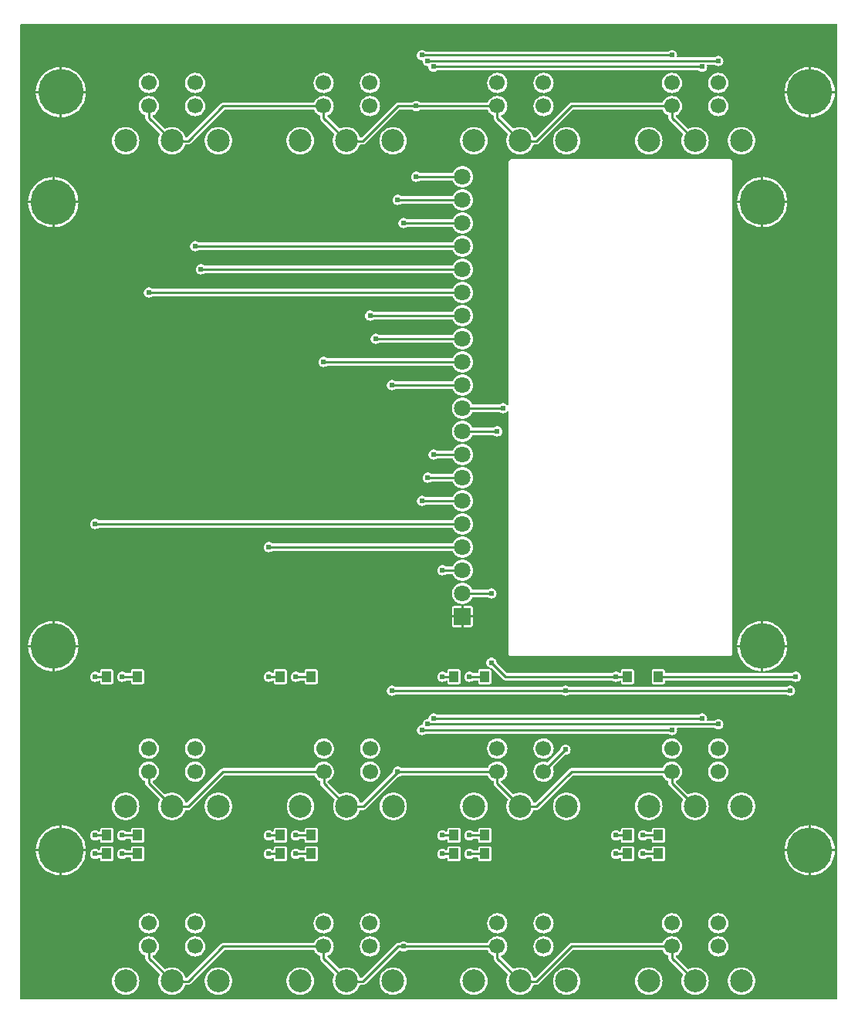
<source format=gbl>
G04 Layer: BottomLayer*
G04 EasyEDA v6.5.29, 2023-07-18 10:00:19*
G04 65aec9abdb6f4e73b05af1f89c23e90b,5a6b42c53f6a479593ecc07194224c93,10*
G04 Gerber Generator version 0.2*
G04 Scale: 100 percent, Rotated: No, Reflected: No *
G04 Dimensions in millimeters *
G04 leading zeros omitted , absolute positions ,4 integer and 5 decimal *
%FSLAX45Y45*%
%MOMM*%

%AMMACRO1*21,1,$1,$2,0,0,$3*%
%ADD10C,0.2540*%
%ADD11MACRO1,0.95X1.15X0.0000*%
%ADD12C,1.8000*%
%ADD13MACRO1,1.8X1.8X90.0000*%
%ADD14C,5.0000*%
%ADD15C,2.5000*%
%ADD16C,1.7000*%
%ADD17C,0.6096*%
%ADD18C,0.0155*%

%LPD*%
G36*
X36068Y902208D02*
G01*
X32156Y902969D01*
X28905Y905205D01*
X26670Y908456D01*
X25908Y912368D01*
X25908Y11597132D01*
X26670Y11601043D01*
X28905Y11604294D01*
X32156Y11606530D01*
X36068Y11607292D01*
X8980932Y11607292D01*
X8984843Y11606530D01*
X8988094Y11604294D01*
X8990330Y11601043D01*
X8991092Y11597132D01*
X8991092Y912368D01*
X8990279Y908456D01*
X8988094Y905205D01*
X8984792Y902969D01*
X8980932Y902208D01*
G37*

%LPC*%
G36*
X6641795Y4361586D02*
G01*
X6735673Y4361586D01*
X6742023Y4362297D01*
X6747459Y4364228D01*
X6752386Y4367276D01*
X6756450Y4371390D01*
X6759549Y4376267D01*
X6761429Y4381754D01*
X6762140Y4388053D01*
X6762140Y4501946D01*
X6761429Y4508246D01*
X6759549Y4513732D01*
X6756450Y4518609D01*
X6752386Y4522724D01*
X6747459Y4525772D01*
X6742023Y4527702D01*
X6735673Y4528413D01*
X6641795Y4528413D01*
X6635496Y4527702D01*
X6630060Y4525772D01*
X6625132Y4522724D01*
X6621068Y4518609D01*
X6617970Y4513732D01*
X6616039Y4508246D01*
X6615328Y4501946D01*
X6615328Y4495342D01*
X6614566Y4491431D01*
X6612381Y4488129D01*
X6609080Y4485944D01*
X6605168Y4485182D01*
X6601307Y4485944D01*
X6589928Y4493818D01*
X6581038Y4497933D01*
X6571538Y4500473D01*
X6561785Y4501337D01*
X6551980Y4500473D01*
X6542481Y4497933D01*
X6533591Y4493818D01*
X6525514Y4488180D01*
X6523939Y4486605D01*
X6520637Y4484370D01*
X6516776Y4483608D01*
X5369509Y4483608D01*
X5365597Y4484370D01*
X5362295Y4486605D01*
X5253431Y4595469D01*
X5251399Y4598365D01*
X5250484Y4601768D01*
X5249773Y4609795D01*
X5247233Y4619244D01*
X5243118Y4628184D01*
X5237480Y4636211D01*
X5230520Y4643170D01*
X5222494Y4648809D01*
X5213553Y4652924D01*
X5204104Y4655464D01*
X5194300Y4656328D01*
X5184495Y4655464D01*
X5175046Y4652924D01*
X5166106Y4648809D01*
X5158079Y4643170D01*
X5151120Y4636211D01*
X5145481Y4628184D01*
X5141366Y4619244D01*
X5138826Y4609795D01*
X5137962Y4599990D01*
X5138826Y4590186D01*
X5141366Y4580737D01*
X5145481Y4571796D01*
X5151120Y4563770D01*
X5158079Y4556810D01*
X5166106Y4551172D01*
X5173472Y4547768D01*
X5176621Y4545482D01*
X5178653Y4542180D01*
X5178958Y4540250D01*
X5179517Y4541164D01*
X5183276Y4543602D01*
X5187696Y4544212D01*
X5192522Y4543806D01*
X5195976Y4542891D01*
X5198821Y4540859D01*
X5321655Y4418076D01*
X5327904Y4412945D01*
X5334558Y4409389D01*
X5341772Y4407204D01*
X5349798Y4406392D01*
X6516776Y4406392D01*
X6520637Y4405630D01*
X6523939Y4403394D01*
X6525514Y4401820D01*
X6533591Y4396181D01*
X6542481Y4392066D01*
X6551980Y4389526D01*
X6561785Y4388662D01*
X6571538Y4389526D01*
X6581038Y4392066D01*
X6589928Y4396181D01*
X6601307Y4404055D01*
X6605168Y4404817D01*
X6609080Y4404055D01*
X6612381Y4401870D01*
X6614566Y4398568D01*
X6615328Y4394657D01*
X6615328Y4388053D01*
X6616039Y4381754D01*
X6617970Y4376267D01*
X6621068Y4371390D01*
X6625132Y4367276D01*
X6630060Y4364228D01*
X6635496Y4362297D01*
G37*
G36*
X5001818Y954024D02*
G01*
X5018684Y954938D01*
X5035397Y957783D01*
X5051653Y962456D01*
X5067249Y968959D01*
X5082082Y977137D01*
X5095900Y986942D01*
X5108498Y998219D01*
X5119776Y1010818D01*
X5129580Y1024636D01*
X5137759Y1039418D01*
X5144211Y1055065D01*
X5148884Y1071321D01*
X5151729Y1087983D01*
X5152694Y1104900D01*
X5151729Y1121816D01*
X5148884Y1138478D01*
X5144211Y1154734D01*
X5137759Y1170381D01*
X5129580Y1185164D01*
X5119776Y1198981D01*
X5108498Y1211580D01*
X5095900Y1222857D01*
X5082082Y1232662D01*
X5067249Y1240840D01*
X5051653Y1247343D01*
X5035397Y1252016D01*
X5018684Y1254861D01*
X5001818Y1255776D01*
X4984902Y1254861D01*
X4968240Y1252016D01*
X4951984Y1247343D01*
X4936337Y1240840D01*
X4921504Y1232662D01*
X4907737Y1222857D01*
X4895088Y1211580D01*
X4883810Y1198981D01*
X4874056Y1185164D01*
X4865827Y1170381D01*
X4859375Y1154734D01*
X4854702Y1138478D01*
X4851857Y1121816D01*
X4850892Y1104900D01*
X4851857Y1087983D01*
X4854702Y1071321D01*
X4859375Y1055065D01*
X4865827Y1039418D01*
X4874056Y1024636D01*
X4883810Y1010818D01*
X4895088Y998219D01*
X4907737Y986942D01*
X4921504Y977137D01*
X4936337Y968959D01*
X4951984Y962456D01*
X4968240Y957783D01*
X4984902Y954938D01*
G37*
G36*
X3096818Y954024D02*
G01*
X3113684Y954938D01*
X3130397Y957783D01*
X3146653Y962456D01*
X3162249Y968959D01*
X3177082Y977137D01*
X3190900Y986942D01*
X3203498Y998219D01*
X3214776Y1010818D01*
X3224580Y1024636D01*
X3232759Y1039418D01*
X3239211Y1055065D01*
X3243884Y1071321D01*
X3246729Y1087983D01*
X3247694Y1104900D01*
X3246729Y1121816D01*
X3243884Y1138478D01*
X3239211Y1154734D01*
X3232759Y1170381D01*
X3224580Y1185164D01*
X3214776Y1198981D01*
X3203498Y1211580D01*
X3190900Y1222857D01*
X3177082Y1232662D01*
X3162249Y1240840D01*
X3146653Y1247343D01*
X3130397Y1252016D01*
X3113684Y1254861D01*
X3096818Y1255776D01*
X3079902Y1254861D01*
X3063240Y1252016D01*
X3046984Y1247343D01*
X3031337Y1240840D01*
X3016504Y1232662D01*
X3002737Y1222857D01*
X2990088Y1211580D01*
X2978810Y1198981D01*
X2969056Y1185164D01*
X2960827Y1170381D01*
X2954375Y1154734D01*
X2949702Y1138478D01*
X2946857Y1121816D01*
X2945892Y1104900D01*
X2946857Y1087983D01*
X2949702Y1071321D01*
X2954375Y1055065D01*
X2960827Y1039418D01*
X2969056Y1024636D01*
X2978810Y1010818D01*
X2990088Y998219D01*
X3002737Y986942D01*
X3016504Y977137D01*
X3031337Y968959D01*
X3046984Y962456D01*
X3063240Y957783D01*
X3079902Y954938D01*
G37*
G36*
X6019800Y954024D02*
G01*
X6036716Y954938D01*
X6053378Y957783D01*
X6069634Y962456D01*
X6085281Y968959D01*
X6100064Y977137D01*
X6113881Y986942D01*
X6126480Y998219D01*
X6137757Y1010818D01*
X6147562Y1024636D01*
X6155740Y1039418D01*
X6162243Y1055065D01*
X6166916Y1071321D01*
X6169761Y1087983D01*
X6170676Y1104900D01*
X6169761Y1121816D01*
X6166916Y1138478D01*
X6162243Y1154734D01*
X6155740Y1170381D01*
X6147562Y1185164D01*
X6137757Y1198981D01*
X6126480Y1211580D01*
X6113881Y1222857D01*
X6100064Y1232662D01*
X6085281Y1240840D01*
X6069634Y1247343D01*
X6053378Y1252016D01*
X6036716Y1254861D01*
X6019800Y1255776D01*
X6002883Y1254861D01*
X5986221Y1252016D01*
X5969965Y1247343D01*
X5954318Y1240840D01*
X5939536Y1232662D01*
X5925718Y1222857D01*
X5913120Y1211580D01*
X5901842Y1198981D01*
X5892038Y1185164D01*
X5883859Y1170381D01*
X5877356Y1154734D01*
X5872683Y1138478D01*
X5869838Y1121816D01*
X5868924Y1104900D01*
X5869838Y1087983D01*
X5872683Y1071321D01*
X5877356Y1055065D01*
X5883859Y1039418D01*
X5892038Y1024636D01*
X5901842Y1010818D01*
X5913120Y998219D01*
X5925718Y986942D01*
X5939536Y977137D01*
X5954318Y968959D01*
X5969965Y962456D01*
X5986221Y957783D01*
X6002883Y954938D01*
G37*
G36*
X2197100Y954024D02*
G01*
X2214016Y954938D01*
X2230678Y957783D01*
X2246934Y962456D01*
X2262581Y968959D01*
X2277364Y977137D01*
X2291181Y986942D01*
X2303780Y998219D01*
X2315057Y1010818D01*
X2324862Y1024636D01*
X2333040Y1039418D01*
X2339543Y1055065D01*
X2344216Y1071321D01*
X2347061Y1087983D01*
X2347976Y1104900D01*
X2347061Y1121816D01*
X2344216Y1138478D01*
X2339543Y1154734D01*
X2333040Y1170381D01*
X2324862Y1185164D01*
X2315057Y1198981D01*
X2303780Y1211580D01*
X2291181Y1222857D01*
X2277364Y1232662D01*
X2262581Y1240840D01*
X2246934Y1247343D01*
X2230678Y1252016D01*
X2214016Y1254861D01*
X2197100Y1255776D01*
X2180183Y1254861D01*
X2163521Y1252016D01*
X2147265Y1247343D01*
X2131618Y1240840D01*
X2116836Y1232662D01*
X2103018Y1222857D01*
X2090420Y1211580D01*
X2079142Y1198981D01*
X2069338Y1185164D01*
X2061159Y1170381D01*
X2054656Y1154734D01*
X2049983Y1138478D01*
X2047138Y1121816D01*
X2046224Y1104900D01*
X2047138Y1087983D01*
X2049983Y1071321D01*
X2054656Y1055065D01*
X2061159Y1039418D01*
X2069338Y1024636D01*
X2079142Y1010818D01*
X2090420Y998219D01*
X2103018Y986942D01*
X2116836Y977137D01*
X2131618Y968959D01*
X2147265Y962456D01*
X2163521Y957783D01*
X2180183Y954938D01*
G37*
G36*
X6919518Y954024D02*
G01*
X6936384Y954938D01*
X6953097Y957783D01*
X6969353Y962456D01*
X6984949Y968959D01*
X6999782Y977137D01*
X7013600Y986942D01*
X7026198Y998219D01*
X7037476Y1010818D01*
X7047280Y1024636D01*
X7055459Y1039418D01*
X7061911Y1055065D01*
X7066584Y1071321D01*
X7069429Y1087983D01*
X7070394Y1104900D01*
X7069429Y1121816D01*
X7066584Y1138478D01*
X7061911Y1154734D01*
X7055459Y1170381D01*
X7047280Y1185164D01*
X7037476Y1198981D01*
X7026198Y1211580D01*
X7013600Y1222857D01*
X6999782Y1232662D01*
X6984949Y1240840D01*
X6969353Y1247343D01*
X6953097Y1252016D01*
X6936384Y1254861D01*
X6919518Y1255776D01*
X6902602Y1254861D01*
X6885940Y1252016D01*
X6869684Y1247343D01*
X6854037Y1240840D01*
X6839203Y1232662D01*
X6825437Y1222857D01*
X6812788Y1211580D01*
X6801510Y1198981D01*
X6791756Y1185164D01*
X6783527Y1170381D01*
X6777075Y1154734D01*
X6772402Y1138478D01*
X6769557Y1121816D01*
X6768592Y1104900D01*
X6769557Y1087983D01*
X6772402Y1071321D01*
X6777075Y1055065D01*
X6783527Y1039418D01*
X6791756Y1024636D01*
X6801510Y1010818D01*
X6812788Y998219D01*
X6825437Y986942D01*
X6839203Y977137D01*
X6854037Y968959D01*
X6869684Y962456D01*
X6885940Y957783D01*
X6902602Y954938D01*
G37*
G36*
X4114800Y954024D02*
G01*
X4131716Y954938D01*
X4148378Y957783D01*
X4164634Y962456D01*
X4180281Y968959D01*
X4195064Y977137D01*
X4208881Y986942D01*
X4221480Y998219D01*
X4232757Y1010818D01*
X4242562Y1024636D01*
X4250740Y1039418D01*
X4257243Y1055065D01*
X4261916Y1071321D01*
X4264761Y1087983D01*
X4265676Y1104900D01*
X4264761Y1121816D01*
X4261916Y1138478D01*
X4257243Y1154734D01*
X4250740Y1170381D01*
X4242562Y1185164D01*
X4232757Y1198981D01*
X4221480Y1211580D01*
X4208881Y1222857D01*
X4195064Y1232662D01*
X4180281Y1240840D01*
X4164634Y1247343D01*
X4148378Y1252016D01*
X4131716Y1254861D01*
X4114800Y1255776D01*
X4097883Y1254861D01*
X4081221Y1252016D01*
X4064965Y1247343D01*
X4049318Y1240840D01*
X4034536Y1232662D01*
X4020718Y1222857D01*
X4008120Y1211580D01*
X3996842Y1198981D01*
X3987037Y1185164D01*
X3978859Y1170381D01*
X3972356Y1154734D01*
X3967683Y1138478D01*
X3964838Y1121816D01*
X3963924Y1104900D01*
X3964838Y1087983D01*
X3967683Y1071321D01*
X3972356Y1055065D01*
X3978859Y1039418D01*
X3987037Y1024636D01*
X3996842Y1010818D01*
X4008120Y998219D01*
X4020718Y986942D01*
X4034536Y977137D01*
X4049318Y968959D01*
X4064965Y962456D01*
X4081221Y957783D01*
X4097883Y954938D01*
G37*
G36*
X7937500Y954024D02*
G01*
X7954416Y954938D01*
X7971078Y957783D01*
X7987334Y962456D01*
X8002981Y968959D01*
X8017764Y977137D01*
X8031581Y986942D01*
X8044180Y998219D01*
X8055457Y1010818D01*
X8065262Y1024636D01*
X8073440Y1039418D01*
X8079943Y1055065D01*
X8084616Y1071321D01*
X8087461Y1087983D01*
X8088375Y1104900D01*
X8087461Y1121816D01*
X8084616Y1138478D01*
X8079943Y1154734D01*
X8073440Y1170381D01*
X8065262Y1185164D01*
X8055457Y1198981D01*
X8044180Y1211580D01*
X8031581Y1222857D01*
X8017764Y1232662D01*
X8002981Y1240840D01*
X7987334Y1247343D01*
X7971078Y1252016D01*
X7954416Y1254861D01*
X7937500Y1255776D01*
X7920583Y1254861D01*
X7903921Y1252016D01*
X7887665Y1247343D01*
X7872018Y1240840D01*
X7857236Y1232662D01*
X7843418Y1222857D01*
X7830820Y1211580D01*
X7819542Y1198981D01*
X7809738Y1185164D01*
X7801559Y1170381D01*
X7795056Y1154734D01*
X7790383Y1138478D01*
X7787538Y1121816D01*
X7786624Y1104900D01*
X7787538Y1087983D01*
X7790383Y1071321D01*
X7795056Y1055065D01*
X7801559Y1039418D01*
X7809738Y1024636D01*
X7819542Y1010818D01*
X7830820Y998219D01*
X7843418Y986942D01*
X7857236Y977137D01*
X7872018Y968959D01*
X7887665Y962456D01*
X7903921Y957783D01*
X7920583Y954938D01*
G37*
G36*
X1687118Y954024D02*
G01*
X1703984Y954938D01*
X1720697Y957783D01*
X1736953Y962456D01*
X1752549Y968959D01*
X1767382Y977137D01*
X1781200Y986942D01*
X1793798Y998219D01*
X1805076Y1010818D01*
X1814880Y1024636D01*
X1823059Y1039418D01*
X1829511Y1055065D01*
X1830374Y1058062D01*
X1832457Y1061923D01*
X1835962Y1064514D01*
X1840230Y1065428D01*
X1865172Y1065276D01*
X1873199Y1066038D01*
X1880463Y1068171D01*
X1887169Y1071676D01*
X1893417Y1076756D01*
X2264918Y1444345D01*
X2268169Y1446530D01*
X2272030Y1447292D01*
X3242208Y1447292D01*
X3246120Y1446530D01*
X3249422Y1444294D01*
X3251606Y1440942D01*
X3252876Y1437792D01*
X3259886Y1425397D01*
X3268370Y1414018D01*
X3278225Y1403807D01*
X3289350Y1394968D01*
X3301492Y1387602D01*
X3308146Y1384655D01*
X3311347Y1382420D01*
X3313429Y1379169D01*
X3314192Y1375359D01*
X3314192Y1357426D01*
X3315004Y1349400D01*
X3317189Y1342136D01*
X3320745Y1335481D01*
X3325876Y1329232D01*
X3469081Y1186027D01*
X3471418Y1182370D01*
X3472027Y1178052D01*
X3470808Y1173886D01*
X3468827Y1170381D01*
X3462375Y1154734D01*
X3457701Y1138478D01*
X3454857Y1121816D01*
X3453892Y1104900D01*
X3454857Y1087983D01*
X3457701Y1071321D01*
X3462375Y1055065D01*
X3468827Y1039418D01*
X3477056Y1024636D01*
X3486810Y1010818D01*
X3498087Y998219D01*
X3510737Y986942D01*
X3524504Y977137D01*
X3539337Y968959D01*
X3554984Y962456D01*
X3571240Y957783D01*
X3587902Y954938D01*
X3604818Y954024D01*
X3621684Y954938D01*
X3638397Y957783D01*
X3654653Y962456D01*
X3670249Y968959D01*
X3685082Y977137D01*
X3698900Y986942D01*
X3711498Y998219D01*
X3722776Y1010818D01*
X3732580Y1024636D01*
X3740759Y1039418D01*
X3747211Y1055065D01*
X3748074Y1058062D01*
X3750157Y1061923D01*
X3753662Y1064514D01*
X3757929Y1065428D01*
X3782923Y1065276D01*
X3790950Y1066038D01*
X3798163Y1068171D01*
X3804869Y1071676D01*
X3811117Y1076756D01*
X4180332Y1442161D01*
X4183227Y1444142D01*
X4186631Y1445056D01*
X4190136Y1444701D01*
X4193336Y1443228D01*
X4202074Y1437081D01*
X4211015Y1432966D01*
X4220464Y1430426D01*
X4230268Y1429562D01*
X4240072Y1430426D01*
X4249521Y1432966D01*
X4258462Y1437081D01*
X4266488Y1442720D01*
X4268063Y1444294D01*
X4271365Y1446530D01*
X4275277Y1447292D01*
X5147208Y1447292D01*
X5151120Y1446530D01*
X5154422Y1444294D01*
X5156606Y1440942D01*
X5157876Y1437792D01*
X5164886Y1425397D01*
X5173370Y1414018D01*
X5183225Y1403807D01*
X5194350Y1394968D01*
X5206492Y1387602D01*
X5213146Y1384655D01*
X5216347Y1382420D01*
X5218430Y1379169D01*
X5219192Y1375359D01*
X5219192Y1357426D01*
X5220004Y1349400D01*
X5222189Y1342136D01*
X5225745Y1335481D01*
X5230876Y1329232D01*
X5374081Y1186027D01*
X5376418Y1182370D01*
X5377027Y1178052D01*
X5375808Y1173886D01*
X5373827Y1170381D01*
X5367375Y1154734D01*
X5362702Y1138478D01*
X5359857Y1121816D01*
X5358892Y1104900D01*
X5359857Y1087983D01*
X5362702Y1071321D01*
X5367375Y1055065D01*
X5373827Y1039418D01*
X5382056Y1024636D01*
X5391810Y1010818D01*
X5403088Y998219D01*
X5415737Y986942D01*
X5429504Y977137D01*
X5444337Y968959D01*
X5459984Y962456D01*
X5476240Y957783D01*
X5492902Y954938D01*
X5509818Y954024D01*
X5526684Y954938D01*
X5543397Y957783D01*
X5559653Y962456D01*
X5575249Y968959D01*
X5590082Y977137D01*
X5603900Y986942D01*
X5616498Y998219D01*
X5627776Y1010818D01*
X5637580Y1024636D01*
X5645759Y1039418D01*
X5652211Y1055065D01*
X5653074Y1058062D01*
X5655157Y1061923D01*
X5658662Y1064514D01*
X5662930Y1065428D01*
X5687923Y1065276D01*
X5695950Y1066038D01*
X5703163Y1068171D01*
X5709869Y1071676D01*
X5716117Y1076756D01*
X6087618Y1444345D01*
X6090869Y1446530D01*
X6094730Y1447292D01*
X7064908Y1447292D01*
X7068820Y1446530D01*
X7072122Y1444294D01*
X7074306Y1440942D01*
X7075576Y1437792D01*
X7082586Y1425397D01*
X7091070Y1414018D01*
X7100925Y1403807D01*
X7112050Y1394968D01*
X7124192Y1387602D01*
X7130846Y1384655D01*
X7134047Y1382420D01*
X7136130Y1379169D01*
X7136892Y1375359D01*
X7136892Y1357426D01*
X7137704Y1349400D01*
X7139889Y1342136D01*
X7143445Y1335481D01*
X7148575Y1329232D01*
X7291781Y1186027D01*
X7294118Y1182370D01*
X7294727Y1178052D01*
X7293508Y1173886D01*
X7291527Y1170381D01*
X7285075Y1154734D01*
X7280402Y1138478D01*
X7277557Y1121816D01*
X7276592Y1104900D01*
X7277557Y1087983D01*
X7280402Y1071321D01*
X7285075Y1055065D01*
X7291527Y1039418D01*
X7299756Y1024636D01*
X7309510Y1010818D01*
X7320788Y998219D01*
X7333437Y986942D01*
X7347203Y977137D01*
X7362037Y968959D01*
X7377684Y962456D01*
X7393940Y957783D01*
X7410602Y954938D01*
X7427518Y954024D01*
X7444384Y954938D01*
X7461097Y957783D01*
X7477353Y962456D01*
X7492949Y968959D01*
X7507782Y977137D01*
X7521600Y986942D01*
X7534198Y998219D01*
X7545476Y1010818D01*
X7555280Y1024636D01*
X7563459Y1039418D01*
X7569911Y1055065D01*
X7574584Y1071321D01*
X7577429Y1087983D01*
X7578394Y1104900D01*
X7577429Y1121816D01*
X7574584Y1138478D01*
X7569911Y1154734D01*
X7563459Y1170381D01*
X7555280Y1185164D01*
X7545476Y1198981D01*
X7534198Y1211580D01*
X7521600Y1222857D01*
X7507782Y1232662D01*
X7492949Y1240840D01*
X7477353Y1247343D01*
X7461097Y1252016D01*
X7444384Y1254861D01*
X7427518Y1255776D01*
X7410602Y1254861D01*
X7393940Y1252016D01*
X7377684Y1247343D01*
X7362037Y1240840D01*
X7358481Y1238910D01*
X7354366Y1237640D01*
X7350048Y1238250D01*
X7346391Y1240586D01*
X7218425Y1368602D01*
X7216292Y1371701D01*
X7215428Y1375410D01*
X7216038Y1379169D01*
X7217918Y1382420D01*
X7220915Y1384757D01*
X7233005Y1391056D01*
X7244638Y1399184D01*
X7255154Y1408734D01*
X7264349Y1419555D01*
X7272121Y1431493D01*
X7278268Y1444294D01*
X7282738Y1457756D01*
X7285481Y1471726D01*
X7286396Y1485900D01*
X7285481Y1500073D01*
X7282738Y1514043D01*
X7278268Y1527505D01*
X7272121Y1540306D01*
X7264349Y1552244D01*
X7255154Y1563065D01*
X7244638Y1572615D01*
X7233005Y1580743D01*
X7220407Y1587296D01*
X7207046Y1592224D01*
X7193178Y1595374D01*
X7179056Y1596745D01*
X7164831Y1596288D01*
X7150811Y1594002D01*
X7137196Y1589938D01*
X7124192Y1584198D01*
X7112050Y1576832D01*
X7100925Y1567992D01*
X7091070Y1557782D01*
X7082586Y1546402D01*
X7075576Y1534007D01*
X7074306Y1530858D01*
X7072122Y1527505D01*
X7068820Y1525270D01*
X7064908Y1524508D01*
X6075172Y1524508D01*
X6067399Y1523746D01*
X6060135Y1521612D01*
X6053429Y1518056D01*
X6047181Y1512976D01*
X5675833Y1145540D01*
X5672531Y1143355D01*
X5668619Y1142593D01*
X5663285Y1142644D01*
X5659069Y1143558D01*
X5655665Y1146200D01*
X5653582Y1149959D01*
X5652211Y1154734D01*
X5645759Y1170381D01*
X5637580Y1185164D01*
X5627776Y1198981D01*
X5616498Y1211580D01*
X5603900Y1222857D01*
X5590082Y1232662D01*
X5575249Y1240840D01*
X5559653Y1247343D01*
X5543397Y1252016D01*
X5526684Y1254861D01*
X5509818Y1255776D01*
X5492902Y1254861D01*
X5476240Y1252016D01*
X5459984Y1247343D01*
X5444337Y1240840D01*
X5440781Y1238910D01*
X5436666Y1237640D01*
X5432348Y1238250D01*
X5428691Y1240586D01*
X5300726Y1368602D01*
X5298592Y1371701D01*
X5297728Y1375410D01*
X5298338Y1379169D01*
X5300218Y1382420D01*
X5303215Y1384757D01*
X5315305Y1391056D01*
X5326938Y1399184D01*
X5337454Y1408734D01*
X5346649Y1419555D01*
X5354421Y1431493D01*
X5360568Y1444294D01*
X5365038Y1457756D01*
X5367782Y1471726D01*
X5368696Y1485900D01*
X5367782Y1500073D01*
X5365038Y1514043D01*
X5360568Y1527505D01*
X5354421Y1540306D01*
X5346649Y1552244D01*
X5337454Y1563065D01*
X5326938Y1572615D01*
X5315305Y1580743D01*
X5302707Y1587296D01*
X5289346Y1592224D01*
X5275478Y1595374D01*
X5261356Y1596745D01*
X5247132Y1596288D01*
X5233111Y1594002D01*
X5219496Y1589938D01*
X5206492Y1584198D01*
X5194350Y1576832D01*
X5183225Y1567992D01*
X5173370Y1557782D01*
X5164886Y1546402D01*
X5157876Y1534007D01*
X5156606Y1530858D01*
X5154422Y1527505D01*
X5151120Y1525270D01*
X5147208Y1524508D01*
X4275277Y1524508D01*
X4271365Y1525270D01*
X4268063Y1527505D01*
X4266488Y1529080D01*
X4258462Y1534718D01*
X4249521Y1538833D01*
X4240072Y1541373D01*
X4230268Y1542237D01*
X4220464Y1541373D01*
X4211015Y1538833D01*
X4202074Y1534718D01*
X4194048Y1529080D01*
X4192473Y1527505D01*
X4189171Y1525270D01*
X4185259Y1524508D01*
X4170172Y1524508D01*
X4162399Y1523746D01*
X4155135Y1521612D01*
X4148429Y1518056D01*
X4142181Y1512976D01*
X3770833Y1145540D01*
X3767531Y1143355D01*
X3763619Y1142593D01*
X3758285Y1142644D01*
X3754069Y1143558D01*
X3750665Y1146200D01*
X3748582Y1149959D01*
X3747211Y1154734D01*
X3740759Y1170381D01*
X3732580Y1185164D01*
X3722776Y1198981D01*
X3711498Y1211580D01*
X3698900Y1222857D01*
X3685082Y1232662D01*
X3670249Y1240840D01*
X3654653Y1247343D01*
X3638397Y1252016D01*
X3621684Y1254861D01*
X3604818Y1255776D01*
X3587902Y1254861D01*
X3571240Y1252016D01*
X3554984Y1247343D01*
X3539337Y1240840D01*
X3535781Y1238910D01*
X3531666Y1237640D01*
X3527348Y1238250D01*
X3523691Y1240586D01*
X3395726Y1368602D01*
X3393592Y1371701D01*
X3392728Y1375410D01*
X3393338Y1379169D01*
X3395218Y1382420D01*
X3398215Y1384757D01*
X3410305Y1391056D01*
X3421938Y1399184D01*
X3432454Y1408734D01*
X3441649Y1419555D01*
X3449421Y1431493D01*
X3455568Y1444294D01*
X3460038Y1457756D01*
X3462782Y1471726D01*
X3463696Y1485900D01*
X3462782Y1500073D01*
X3460038Y1514043D01*
X3455568Y1527505D01*
X3449421Y1540306D01*
X3441649Y1552244D01*
X3432454Y1563065D01*
X3421938Y1572615D01*
X3410305Y1580743D01*
X3397707Y1587296D01*
X3384346Y1592224D01*
X3370478Y1595374D01*
X3356356Y1596745D01*
X3342132Y1596288D01*
X3328111Y1594002D01*
X3314496Y1589938D01*
X3301492Y1584198D01*
X3289350Y1576832D01*
X3278225Y1567992D01*
X3268370Y1557782D01*
X3259886Y1546402D01*
X3252876Y1534007D01*
X3251606Y1530858D01*
X3249422Y1527505D01*
X3246120Y1525270D01*
X3242208Y1524508D01*
X2252472Y1524508D01*
X2244699Y1523746D01*
X2237435Y1521612D01*
X2230729Y1518056D01*
X2224481Y1512976D01*
X1853133Y1145540D01*
X1849831Y1143355D01*
X1845919Y1142593D01*
X1840585Y1142644D01*
X1836369Y1143558D01*
X1832965Y1146200D01*
X1830882Y1149959D01*
X1829511Y1154734D01*
X1823059Y1170381D01*
X1814880Y1185164D01*
X1805076Y1198981D01*
X1793798Y1211580D01*
X1781200Y1222857D01*
X1767382Y1232662D01*
X1752549Y1240840D01*
X1736953Y1247343D01*
X1720697Y1252016D01*
X1703984Y1254861D01*
X1687118Y1255776D01*
X1670202Y1254861D01*
X1653539Y1252016D01*
X1637283Y1247343D01*
X1621637Y1240840D01*
X1618081Y1238910D01*
X1613966Y1237640D01*
X1609648Y1238250D01*
X1605991Y1240586D01*
X1478026Y1368602D01*
X1475892Y1371701D01*
X1475028Y1375410D01*
X1475638Y1379169D01*
X1477518Y1382420D01*
X1480515Y1384757D01*
X1492605Y1391056D01*
X1504238Y1399184D01*
X1514754Y1408734D01*
X1523949Y1419555D01*
X1531721Y1431493D01*
X1537868Y1444294D01*
X1542338Y1457756D01*
X1545082Y1471726D01*
X1545996Y1485900D01*
X1545082Y1500073D01*
X1542338Y1514043D01*
X1537868Y1527505D01*
X1531721Y1540306D01*
X1523949Y1552244D01*
X1514754Y1563065D01*
X1504238Y1572615D01*
X1492605Y1580743D01*
X1480007Y1587296D01*
X1466646Y1592224D01*
X1452778Y1595374D01*
X1438656Y1596745D01*
X1424432Y1596288D01*
X1410411Y1594002D01*
X1396796Y1589938D01*
X1383792Y1584198D01*
X1371650Y1576832D01*
X1360525Y1567992D01*
X1350670Y1557782D01*
X1342186Y1546402D01*
X1335176Y1534007D01*
X1329842Y1520850D01*
X1326235Y1507083D01*
X1324457Y1493012D01*
X1324457Y1478788D01*
X1326235Y1464716D01*
X1329842Y1450949D01*
X1335176Y1437792D01*
X1342186Y1425397D01*
X1350670Y1414018D01*
X1360525Y1403807D01*
X1371650Y1394968D01*
X1383792Y1387602D01*
X1390446Y1384655D01*
X1393647Y1382420D01*
X1395730Y1379169D01*
X1396492Y1375359D01*
X1396492Y1357426D01*
X1397304Y1349400D01*
X1399489Y1342136D01*
X1403045Y1335481D01*
X1408176Y1329232D01*
X1551381Y1186027D01*
X1553718Y1182370D01*
X1554327Y1178052D01*
X1553108Y1173886D01*
X1551127Y1170381D01*
X1544675Y1154734D01*
X1540002Y1138478D01*
X1537157Y1121816D01*
X1536192Y1104900D01*
X1537157Y1087983D01*
X1540002Y1071321D01*
X1544675Y1055065D01*
X1551127Y1039418D01*
X1559356Y1024636D01*
X1569110Y1010818D01*
X1580388Y998219D01*
X1593037Y986942D01*
X1606804Y977137D01*
X1621637Y968959D01*
X1637283Y962456D01*
X1653539Y957783D01*
X1670202Y954938D01*
G37*
G36*
X4559300Y11081562D02*
G01*
X4569104Y11082426D01*
X4578553Y11084966D01*
X4587494Y11089081D01*
X4595520Y11094720D01*
X4597095Y11096294D01*
X4600397Y11098530D01*
X4604308Y11099292D01*
X7460691Y11099292D01*
X7464602Y11098530D01*
X7467904Y11096294D01*
X7469479Y11094720D01*
X7477506Y11089081D01*
X7486446Y11084966D01*
X7495895Y11082426D01*
X7505700Y11081562D01*
X7515504Y11082426D01*
X7524953Y11084966D01*
X7533894Y11089081D01*
X7541920Y11094720D01*
X7548880Y11101679D01*
X7554518Y11109706D01*
X7558633Y11118646D01*
X7561173Y11128095D01*
X7562037Y11137900D01*
X7561173Y11147704D01*
X7560564Y11149990D01*
X7560259Y11153698D01*
X7561325Y11157254D01*
X7563612Y11160201D01*
X7566761Y11162131D01*
X7570368Y11162792D01*
X7638491Y11162792D01*
X7642402Y11162030D01*
X7645704Y11159794D01*
X7647279Y11158220D01*
X7655306Y11152581D01*
X7664246Y11148466D01*
X7673695Y11145926D01*
X7683500Y11145062D01*
X7693304Y11145926D01*
X7702753Y11148466D01*
X7711694Y11152581D01*
X7719720Y11158220D01*
X7726680Y11165179D01*
X7732318Y11173206D01*
X7736433Y11182146D01*
X7738973Y11191595D01*
X7739837Y11201400D01*
X7738973Y11211204D01*
X7736433Y11220653D01*
X7732318Y11229594D01*
X7726680Y11237620D01*
X7719720Y11244580D01*
X7711694Y11250218D01*
X7702753Y11254333D01*
X7693304Y11256873D01*
X7683500Y11257737D01*
X7673695Y11256873D01*
X7664246Y11254333D01*
X7655306Y11250218D01*
X7647279Y11244580D01*
X7645704Y11243005D01*
X7642402Y11240770D01*
X7638491Y11240008D01*
X7240168Y11240008D01*
X7236561Y11240668D01*
X7233412Y11242598D01*
X7231125Y11245545D01*
X7230059Y11249101D01*
X7230364Y11252809D01*
X7230973Y11255095D01*
X7231837Y11264900D01*
X7230973Y11274704D01*
X7228433Y11284153D01*
X7224318Y11293094D01*
X7218680Y11301120D01*
X7211720Y11308080D01*
X7203694Y11313718D01*
X7194753Y11317833D01*
X7185304Y11320373D01*
X7175500Y11321237D01*
X7165695Y11320373D01*
X7156246Y11317833D01*
X7147306Y11313718D01*
X7139279Y11308080D01*
X7137704Y11306505D01*
X7134402Y11304270D01*
X7130491Y11303508D01*
X4477308Y11303508D01*
X4473397Y11304270D01*
X4470095Y11306505D01*
X4468520Y11308080D01*
X4460494Y11313718D01*
X4451553Y11317833D01*
X4442104Y11320373D01*
X4432300Y11321237D01*
X4422495Y11320373D01*
X4413046Y11317833D01*
X4404106Y11313718D01*
X4396079Y11308080D01*
X4389120Y11301120D01*
X4383481Y11293094D01*
X4379366Y11284153D01*
X4376826Y11274704D01*
X4375962Y11264900D01*
X4376826Y11255095D01*
X4379366Y11245646D01*
X4383481Y11236706D01*
X4389120Y11228679D01*
X4396079Y11221720D01*
X4404106Y11216081D01*
X4413046Y11211966D01*
X4422495Y11209426D01*
X4430369Y11208715D01*
X4433773Y11207800D01*
X4436668Y11205768D01*
X4438700Y11202873D01*
X4439615Y11199469D01*
X4440326Y11191595D01*
X4442866Y11182146D01*
X4446981Y11173206D01*
X4452620Y11165179D01*
X4459579Y11158220D01*
X4467606Y11152581D01*
X4476546Y11148466D01*
X4485995Y11145926D01*
X4493869Y11145215D01*
X4497273Y11144300D01*
X4500168Y11142268D01*
X4502200Y11139373D01*
X4503115Y11135969D01*
X4503826Y11128095D01*
X4506366Y11118646D01*
X4510481Y11109706D01*
X4516120Y11101679D01*
X4523079Y11094720D01*
X4531106Y11089081D01*
X4540046Y11084966D01*
X4549495Y11082426D01*
G37*
G36*
X194360Y10871200D02*
G01*
X457200Y10871200D01*
X457200Y11133886D01*
X441045Y11132870D01*
X418185Y11129518D01*
X395681Y11124234D01*
X373735Y11117072D01*
X352450Y11108131D01*
X331927Y11097412D01*
X312420Y11085068D01*
X294030Y11071098D01*
X276860Y11055604D01*
X261061Y11038789D01*
X246684Y11020653D01*
X233883Y11001400D01*
X222758Y10981182D01*
X213360Y10960049D01*
X205790Y10938256D01*
X200050Y10915853D01*
X196189Y10893094D01*
G37*
G36*
X8411260Y10871200D02*
G01*
X8674100Y10871200D01*
X8674100Y11133886D01*
X8657945Y11132870D01*
X8635085Y11129518D01*
X8612581Y11124234D01*
X8590635Y11117072D01*
X8569350Y11108131D01*
X8548827Y11097412D01*
X8529320Y11085068D01*
X8510930Y11071098D01*
X8493760Y11055604D01*
X8477961Y11038789D01*
X8463584Y11020653D01*
X8450783Y11001400D01*
X8439658Y10981182D01*
X8430260Y10960049D01*
X8422690Y10938256D01*
X8416950Y10915853D01*
X8413089Y10893094D01*
G37*
G36*
X482600Y10871200D02*
G01*
X745286Y10871200D01*
X744829Y10881563D01*
X741934Y10904524D01*
X737108Y10927130D01*
X730453Y10949228D01*
X721969Y10970717D01*
X711657Y10991392D01*
X699719Y11011204D01*
X686104Y11029848D01*
X671017Y11047374D01*
X654507Y11063528D01*
X636727Y11078260D01*
X617728Y11091468D01*
X597712Y11103000D01*
X576834Y11112855D01*
X555142Y11120882D01*
X532892Y11127130D01*
X510184Y11131448D01*
X487222Y11133836D01*
X482600Y11133937D01*
G37*
G36*
X8699500Y10871200D02*
G01*
X8962186Y10871200D01*
X8961729Y10881563D01*
X8958834Y10904524D01*
X8954008Y10927130D01*
X8947353Y10949228D01*
X8938869Y10970717D01*
X8928557Y10991392D01*
X8916619Y11011204D01*
X8903004Y11029848D01*
X8887917Y11047374D01*
X8871407Y11063528D01*
X8853627Y11078260D01*
X8834628Y11091468D01*
X8814612Y11103000D01*
X8793734Y11112855D01*
X8772042Y11120882D01*
X8749792Y11127130D01*
X8727084Y11131448D01*
X8704122Y11133836D01*
X8699500Y11133937D01*
G37*
G36*
X7687056Y10849254D02*
G01*
X7701178Y10850626D01*
X7715046Y10853775D01*
X7728407Y10858703D01*
X7741005Y10865256D01*
X7752638Y10873384D01*
X7763154Y10882934D01*
X7772349Y10893755D01*
X7780121Y10905693D01*
X7786268Y10918494D01*
X7790738Y10931956D01*
X7793481Y10945926D01*
X7794396Y10960100D01*
X7793481Y10974273D01*
X7790738Y10988243D01*
X7786268Y11001705D01*
X7780121Y11014506D01*
X7772349Y11026444D01*
X7763154Y11037265D01*
X7752638Y11046815D01*
X7741005Y11054943D01*
X7728407Y11061496D01*
X7715046Y11066424D01*
X7701178Y11069574D01*
X7687056Y11070945D01*
X7672831Y11070488D01*
X7658811Y11068202D01*
X7645196Y11064138D01*
X7632192Y11058398D01*
X7620050Y11051032D01*
X7608925Y11042192D01*
X7599070Y11031982D01*
X7590586Y11020602D01*
X7583576Y11008207D01*
X7578242Y10995050D01*
X7574635Y10981283D01*
X7572857Y10967212D01*
X7572857Y10952988D01*
X7574635Y10938916D01*
X7578242Y10925149D01*
X7583576Y10911992D01*
X7590586Y10899597D01*
X7599070Y10888218D01*
X7608925Y10878007D01*
X7620050Y10869168D01*
X7632192Y10861802D01*
X7645196Y10856010D01*
X7658811Y10851997D01*
X7672831Y10849711D01*
G37*
G36*
X7179056Y10849254D02*
G01*
X7193178Y10850626D01*
X7207046Y10853775D01*
X7220407Y10858703D01*
X7233005Y10865256D01*
X7244638Y10873384D01*
X7255154Y10882934D01*
X7264349Y10893755D01*
X7272121Y10905693D01*
X7278268Y10918494D01*
X7282738Y10931956D01*
X7285481Y10945926D01*
X7286396Y10960100D01*
X7285481Y10974273D01*
X7282738Y10988243D01*
X7278268Y11001705D01*
X7272121Y11014506D01*
X7264349Y11026444D01*
X7255154Y11037265D01*
X7244638Y11046815D01*
X7233005Y11054943D01*
X7220407Y11061496D01*
X7207046Y11066424D01*
X7193178Y11069574D01*
X7179056Y11070945D01*
X7164831Y11070488D01*
X7150811Y11068202D01*
X7137196Y11064138D01*
X7124192Y11058398D01*
X7112050Y11051032D01*
X7100925Y11042192D01*
X7091070Y11031982D01*
X7082586Y11020602D01*
X7075576Y11008207D01*
X7070242Y10995050D01*
X7066635Y10981283D01*
X7064857Y10967212D01*
X7064857Y10952988D01*
X7066635Y10938916D01*
X7070242Y10925149D01*
X7075576Y10911992D01*
X7082586Y10899597D01*
X7091070Y10888218D01*
X7100925Y10878007D01*
X7112050Y10869168D01*
X7124192Y10861802D01*
X7137196Y10856010D01*
X7150811Y10851997D01*
X7164831Y10849711D01*
G37*
G36*
X3864356Y10849254D02*
G01*
X3878478Y10850626D01*
X3892346Y10853775D01*
X3905707Y10858703D01*
X3918305Y10865256D01*
X3929938Y10873384D01*
X3940454Y10882934D01*
X3949649Y10893755D01*
X3957421Y10905693D01*
X3963568Y10918494D01*
X3968038Y10931956D01*
X3970782Y10945926D01*
X3971696Y10960100D01*
X3970782Y10974273D01*
X3968038Y10988243D01*
X3963568Y11001705D01*
X3957421Y11014506D01*
X3949649Y11026444D01*
X3940454Y11037265D01*
X3929938Y11046815D01*
X3918305Y11054943D01*
X3905707Y11061496D01*
X3892346Y11066424D01*
X3878478Y11069574D01*
X3864356Y11070945D01*
X3850132Y11070488D01*
X3836111Y11068202D01*
X3822496Y11064138D01*
X3809492Y11058398D01*
X3797350Y11051032D01*
X3786225Y11042192D01*
X3776370Y11031982D01*
X3767886Y11020602D01*
X3760876Y11008207D01*
X3755542Y10995050D01*
X3751935Y10981283D01*
X3750157Y10967212D01*
X3750157Y10952988D01*
X3751935Y10938916D01*
X3755542Y10925149D01*
X3760876Y10911992D01*
X3767886Y10899597D01*
X3776370Y10888218D01*
X3786225Y10878007D01*
X3797350Y10869168D01*
X3809492Y10861802D01*
X3822496Y10856010D01*
X3836111Y10851997D01*
X3850132Y10849711D01*
G37*
G36*
X5769356Y10849254D02*
G01*
X5783478Y10850626D01*
X5797346Y10853775D01*
X5810707Y10858703D01*
X5823305Y10865256D01*
X5834938Y10873384D01*
X5845454Y10882934D01*
X5854649Y10893755D01*
X5862421Y10905693D01*
X5868568Y10918494D01*
X5873038Y10931956D01*
X5875782Y10945926D01*
X5876696Y10960100D01*
X5875782Y10974273D01*
X5873038Y10988243D01*
X5868568Y11001705D01*
X5862421Y11014506D01*
X5854649Y11026444D01*
X5845454Y11037265D01*
X5834938Y11046815D01*
X5823305Y11054943D01*
X5810707Y11061496D01*
X5797346Y11066424D01*
X5783478Y11069574D01*
X5769356Y11070945D01*
X5755132Y11070488D01*
X5741111Y11068202D01*
X5727496Y11064138D01*
X5714492Y11058398D01*
X5702350Y11051032D01*
X5691225Y11042192D01*
X5681370Y11031982D01*
X5672886Y11020602D01*
X5665876Y11008207D01*
X5660542Y10995050D01*
X5656935Y10981283D01*
X5655157Y10967212D01*
X5655157Y10952988D01*
X5656935Y10938916D01*
X5660542Y10925149D01*
X5665876Y10911992D01*
X5672886Y10899597D01*
X5681370Y10888218D01*
X5691225Y10878007D01*
X5702350Y10869168D01*
X5714492Y10861802D01*
X5727496Y10856010D01*
X5741111Y10851997D01*
X5755132Y10849711D01*
G37*
G36*
X3356356Y10849254D02*
G01*
X3370478Y10850626D01*
X3384346Y10853775D01*
X3397707Y10858703D01*
X3410305Y10865256D01*
X3421938Y10873384D01*
X3432454Y10882934D01*
X3441649Y10893755D01*
X3449421Y10905693D01*
X3455568Y10918494D01*
X3460038Y10931956D01*
X3462782Y10945926D01*
X3463696Y10960100D01*
X3462782Y10974273D01*
X3460038Y10988243D01*
X3455568Y11001705D01*
X3449421Y11014506D01*
X3441649Y11026444D01*
X3432454Y11037265D01*
X3421938Y11046815D01*
X3410305Y11054943D01*
X3397707Y11061496D01*
X3384346Y11066424D01*
X3370478Y11069574D01*
X3356356Y11070945D01*
X3342132Y11070488D01*
X3328111Y11068202D01*
X3314496Y11064138D01*
X3301492Y11058398D01*
X3289350Y11051032D01*
X3278225Y11042192D01*
X3268370Y11031982D01*
X3259886Y11020602D01*
X3252876Y11008207D01*
X3247542Y10995050D01*
X3243935Y10981283D01*
X3242157Y10967212D01*
X3242157Y10952988D01*
X3243935Y10938916D01*
X3247542Y10925149D01*
X3252876Y10911992D01*
X3259886Y10899597D01*
X3268370Y10888218D01*
X3278225Y10878007D01*
X3289350Y10869168D01*
X3301492Y10861802D01*
X3314496Y10856010D01*
X3328111Y10851997D01*
X3342132Y10849711D01*
G37*
G36*
X5261356Y10849254D02*
G01*
X5275478Y10850626D01*
X5289346Y10853775D01*
X5302707Y10858703D01*
X5315305Y10865256D01*
X5326938Y10873384D01*
X5337454Y10882934D01*
X5346649Y10893755D01*
X5354421Y10905693D01*
X5360568Y10918494D01*
X5365038Y10931956D01*
X5367782Y10945926D01*
X5368696Y10960100D01*
X5367782Y10974273D01*
X5365038Y10988243D01*
X5360568Y11001705D01*
X5354421Y11014506D01*
X5346649Y11026444D01*
X5337454Y11037265D01*
X5326938Y11046815D01*
X5315305Y11054943D01*
X5302707Y11061496D01*
X5289346Y11066424D01*
X5275478Y11069574D01*
X5261356Y11070945D01*
X5247132Y11070488D01*
X5233111Y11068202D01*
X5219496Y11064138D01*
X5206492Y11058398D01*
X5194350Y11051032D01*
X5183225Y11042192D01*
X5173370Y11031982D01*
X5164886Y11020602D01*
X5157876Y11008207D01*
X5152542Y10995050D01*
X5148935Y10981283D01*
X5147157Y10967212D01*
X5147157Y10952988D01*
X5148935Y10938916D01*
X5152542Y10925149D01*
X5157876Y10911992D01*
X5164886Y10899597D01*
X5173370Y10888218D01*
X5183225Y10878007D01*
X5194350Y10869168D01*
X5206492Y10861802D01*
X5219496Y10856010D01*
X5233111Y10851997D01*
X5247132Y10849711D01*
G37*
G36*
X1438656Y10849254D02*
G01*
X1452778Y10850626D01*
X1466646Y10853775D01*
X1480007Y10858703D01*
X1492605Y10865256D01*
X1504238Y10873384D01*
X1514754Y10882934D01*
X1523949Y10893755D01*
X1531721Y10905693D01*
X1537868Y10918494D01*
X1542338Y10931956D01*
X1545082Y10945926D01*
X1545996Y10960100D01*
X1545082Y10974273D01*
X1542338Y10988243D01*
X1537868Y11001705D01*
X1531721Y11014506D01*
X1523949Y11026444D01*
X1514754Y11037265D01*
X1504238Y11046815D01*
X1492605Y11054943D01*
X1480007Y11061496D01*
X1466646Y11066424D01*
X1452778Y11069574D01*
X1438656Y11070945D01*
X1424432Y11070488D01*
X1410411Y11068202D01*
X1396796Y11064138D01*
X1383792Y11058398D01*
X1371650Y11051032D01*
X1360525Y11042192D01*
X1350670Y11031982D01*
X1342186Y11020602D01*
X1335176Y11008207D01*
X1329842Y10995050D01*
X1326235Y10981283D01*
X1324457Y10967212D01*
X1324457Y10952988D01*
X1326235Y10938916D01*
X1329842Y10925149D01*
X1335176Y10911992D01*
X1342186Y10899597D01*
X1350670Y10888218D01*
X1360525Y10878007D01*
X1371650Y10869168D01*
X1383792Y10861802D01*
X1396796Y10856010D01*
X1410411Y10851997D01*
X1424432Y10849711D01*
G37*
G36*
X1946656Y10849254D02*
G01*
X1960778Y10850626D01*
X1974646Y10853775D01*
X1988007Y10858703D01*
X2000605Y10865256D01*
X2012238Y10873384D01*
X2022754Y10882934D01*
X2031949Y10893755D01*
X2039721Y10905693D01*
X2045868Y10918494D01*
X2050338Y10931956D01*
X2053082Y10945926D01*
X2053996Y10960100D01*
X2053082Y10974273D01*
X2050338Y10988243D01*
X2045868Y11001705D01*
X2039721Y11014506D01*
X2031949Y11026444D01*
X2022754Y11037265D01*
X2012238Y11046815D01*
X2000605Y11054943D01*
X1988007Y11061496D01*
X1974646Y11066424D01*
X1960778Y11069574D01*
X1946656Y11070945D01*
X1932432Y11070488D01*
X1918411Y11068202D01*
X1904796Y11064138D01*
X1891792Y11058398D01*
X1879650Y11051032D01*
X1868525Y11042192D01*
X1858670Y11031982D01*
X1850186Y11020602D01*
X1843176Y11008207D01*
X1837842Y10995050D01*
X1834235Y10981283D01*
X1832457Y10967212D01*
X1832457Y10952988D01*
X1834235Y10938916D01*
X1837842Y10925149D01*
X1843176Y10911992D01*
X1850186Y10899597D01*
X1858670Y10888218D01*
X1868525Y10878007D01*
X1879650Y10869168D01*
X1891792Y10861802D01*
X1904796Y10856010D01*
X1918411Y10851997D01*
X1932432Y10849711D01*
G37*
G36*
X1946656Y1375054D02*
G01*
X1960778Y1376426D01*
X1974646Y1379575D01*
X1988007Y1384503D01*
X2000605Y1391056D01*
X2012238Y1399184D01*
X2022754Y1408734D01*
X2031949Y1419555D01*
X2039721Y1431493D01*
X2045868Y1444294D01*
X2050338Y1457756D01*
X2053082Y1471726D01*
X2053996Y1485900D01*
X2053082Y1500073D01*
X2050338Y1514043D01*
X2045868Y1527505D01*
X2039721Y1540306D01*
X2031949Y1552244D01*
X2022754Y1563065D01*
X2012238Y1572615D01*
X2000605Y1580743D01*
X1988007Y1587296D01*
X1974646Y1592224D01*
X1960778Y1595374D01*
X1946656Y1596745D01*
X1932432Y1596288D01*
X1918411Y1594002D01*
X1904796Y1589938D01*
X1891792Y1584198D01*
X1879650Y1576832D01*
X1868525Y1567992D01*
X1858670Y1557782D01*
X1850186Y1546402D01*
X1843176Y1534007D01*
X1837842Y1520850D01*
X1834235Y1507083D01*
X1832457Y1493012D01*
X1832457Y1478788D01*
X1834235Y1464716D01*
X1837842Y1450949D01*
X1843176Y1437792D01*
X1850186Y1425397D01*
X1858670Y1414018D01*
X1868525Y1403807D01*
X1879650Y1394968D01*
X1891792Y1387602D01*
X1904796Y1381810D01*
X1918411Y1377797D01*
X1932432Y1375511D01*
G37*
G36*
X3864356Y1375054D02*
G01*
X3878478Y1376426D01*
X3892346Y1379575D01*
X3905707Y1384503D01*
X3918305Y1391056D01*
X3929938Y1399184D01*
X3940454Y1408734D01*
X3949649Y1419555D01*
X3957421Y1431493D01*
X3963568Y1444294D01*
X3968038Y1457756D01*
X3970782Y1471726D01*
X3971696Y1485900D01*
X3970782Y1500073D01*
X3968038Y1514043D01*
X3963568Y1527505D01*
X3957421Y1540306D01*
X3949649Y1552244D01*
X3940454Y1563065D01*
X3929938Y1572615D01*
X3918305Y1580743D01*
X3905707Y1587296D01*
X3892346Y1592224D01*
X3878478Y1595374D01*
X3864356Y1596745D01*
X3850132Y1596288D01*
X3836111Y1594002D01*
X3822496Y1589938D01*
X3809492Y1584198D01*
X3797350Y1576832D01*
X3786225Y1567992D01*
X3776370Y1557782D01*
X3767886Y1546402D01*
X3760876Y1534007D01*
X3755542Y1520850D01*
X3751935Y1507083D01*
X3750157Y1493012D01*
X3750157Y1478788D01*
X3751935Y1464716D01*
X3755542Y1450949D01*
X3760876Y1437792D01*
X3767886Y1425397D01*
X3776370Y1414018D01*
X3786225Y1403807D01*
X3797350Y1394968D01*
X3809492Y1387602D01*
X3822496Y1381810D01*
X3836111Y1377797D01*
X3850132Y1375511D01*
G37*
G36*
X5769356Y1375054D02*
G01*
X5783478Y1376426D01*
X5797346Y1379575D01*
X5810707Y1384503D01*
X5823305Y1391056D01*
X5834938Y1399184D01*
X5845454Y1408734D01*
X5854649Y1419555D01*
X5862421Y1431493D01*
X5868568Y1444294D01*
X5873038Y1457756D01*
X5875782Y1471726D01*
X5876696Y1485900D01*
X5875782Y1500073D01*
X5873038Y1514043D01*
X5868568Y1527505D01*
X5862421Y1540306D01*
X5854649Y1552244D01*
X5845454Y1563065D01*
X5834938Y1572615D01*
X5823305Y1580743D01*
X5810707Y1587296D01*
X5797346Y1592224D01*
X5783478Y1595374D01*
X5769356Y1596745D01*
X5755132Y1596288D01*
X5741111Y1594002D01*
X5727496Y1589938D01*
X5714492Y1584198D01*
X5702350Y1576832D01*
X5691225Y1567992D01*
X5681370Y1557782D01*
X5672886Y1546402D01*
X5665876Y1534007D01*
X5660542Y1520850D01*
X5656935Y1507083D01*
X5655157Y1493012D01*
X5655157Y1478788D01*
X5656935Y1464716D01*
X5660542Y1450949D01*
X5665876Y1437792D01*
X5672886Y1425397D01*
X5681370Y1414018D01*
X5691225Y1403807D01*
X5702350Y1394968D01*
X5714492Y1387602D01*
X5727496Y1381810D01*
X5741111Y1377797D01*
X5755132Y1375511D01*
G37*
G36*
X7687056Y1375054D02*
G01*
X7701178Y1376426D01*
X7715046Y1379575D01*
X7728407Y1384503D01*
X7741005Y1391056D01*
X7752638Y1399184D01*
X7763154Y1408734D01*
X7772349Y1419555D01*
X7780121Y1431493D01*
X7786268Y1444294D01*
X7790738Y1457756D01*
X7793481Y1471726D01*
X7794396Y1485900D01*
X7793481Y1500073D01*
X7790738Y1514043D01*
X7786268Y1527505D01*
X7780121Y1540306D01*
X7772349Y1552244D01*
X7763154Y1563065D01*
X7752638Y1572615D01*
X7741005Y1580743D01*
X7728407Y1587296D01*
X7715046Y1592224D01*
X7701178Y1595374D01*
X7687056Y1596745D01*
X7672831Y1596288D01*
X7658811Y1594002D01*
X7645196Y1589938D01*
X7632192Y1584198D01*
X7620050Y1576832D01*
X7608925Y1567992D01*
X7599070Y1557782D01*
X7590586Y1546402D01*
X7583576Y1534007D01*
X7578242Y1520850D01*
X7574635Y1507083D01*
X7572857Y1493012D01*
X7572857Y1478788D01*
X7574635Y1464716D01*
X7578242Y1450949D01*
X7583576Y1437792D01*
X7590586Y1425397D01*
X7599070Y1414018D01*
X7608925Y1403807D01*
X7620050Y1394968D01*
X7632192Y1387602D01*
X7645196Y1381810D01*
X7658811Y1377797D01*
X7672831Y1375511D01*
G37*
G36*
X3864356Y10595254D02*
G01*
X3878478Y10596626D01*
X3892346Y10599775D01*
X3905707Y10604703D01*
X3918305Y10611256D01*
X3929938Y10619384D01*
X3940454Y10628934D01*
X3949649Y10639755D01*
X3957421Y10651693D01*
X3963568Y10664494D01*
X3968038Y10677956D01*
X3970782Y10691926D01*
X3971696Y10706100D01*
X3970782Y10720273D01*
X3968038Y10734243D01*
X3963568Y10747705D01*
X3957421Y10760506D01*
X3949649Y10772444D01*
X3940454Y10783265D01*
X3929938Y10792815D01*
X3918305Y10800943D01*
X3905707Y10807496D01*
X3892346Y10812424D01*
X3878478Y10815574D01*
X3864356Y10816945D01*
X3850132Y10816488D01*
X3836111Y10814202D01*
X3822496Y10810138D01*
X3809492Y10804398D01*
X3797350Y10797032D01*
X3786225Y10788192D01*
X3776370Y10777982D01*
X3767886Y10766602D01*
X3760876Y10754207D01*
X3755542Y10741050D01*
X3751935Y10727283D01*
X3750157Y10713212D01*
X3750157Y10698988D01*
X3751935Y10684916D01*
X3755542Y10671149D01*
X3760876Y10657992D01*
X3767886Y10645597D01*
X3776370Y10634218D01*
X3786225Y10624007D01*
X3797350Y10615168D01*
X3809492Y10607802D01*
X3822496Y10602010D01*
X3836111Y10597997D01*
X3850132Y10595711D01*
G37*
G36*
X7687056Y10595254D02*
G01*
X7701178Y10596626D01*
X7715046Y10599775D01*
X7728407Y10604703D01*
X7741005Y10611256D01*
X7752638Y10619384D01*
X7763154Y10628934D01*
X7772349Y10639755D01*
X7780121Y10651693D01*
X7786268Y10664494D01*
X7790738Y10677956D01*
X7793481Y10691926D01*
X7794396Y10706100D01*
X7793481Y10720273D01*
X7790738Y10734243D01*
X7786268Y10747705D01*
X7780121Y10760506D01*
X7772349Y10772444D01*
X7763154Y10783265D01*
X7752638Y10792815D01*
X7741005Y10800943D01*
X7728407Y10807496D01*
X7715046Y10812424D01*
X7701178Y10815574D01*
X7687056Y10816945D01*
X7672831Y10816488D01*
X7658811Y10814202D01*
X7645196Y10810138D01*
X7632192Y10804398D01*
X7620050Y10797032D01*
X7608925Y10788192D01*
X7599070Y10777982D01*
X7590586Y10766602D01*
X7583576Y10754207D01*
X7578242Y10741050D01*
X7574635Y10727283D01*
X7572857Y10713212D01*
X7572857Y10698988D01*
X7574635Y10684916D01*
X7578242Y10671149D01*
X7583576Y10657992D01*
X7590586Y10645597D01*
X7599070Y10634218D01*
X7608925Y10624007D01*
X7620050Y10615168D01*
X7632192Y10607802D01*
X7645196Y10602010D01*
X7658811Y10597997D01*
X7672831Y10595711D01*
G37*
G36*
X1946656Y1629054D02*
G01*
X1960778Y1630426D01*
X1974646Y1633575D01*
X1988007Y1638503D01*
X2000605Y1645056D01*
X2012238Y1653184D01*
X2022754Y1662734D01*
X2031949Y1673555D01*
X2039721Y1685493D01*
X2045868Y1698294D01*
X2050338Y1711756D01*
X2053082Y1725726D01*
X2053996Y1739900D01*
X2053082Y1754073D01*
X2050338Y1768043D01*
X2045868Y1781505D01*
X2039721Y1794306D01*
X2031949Y1806244D01*
X2022754Y1817065D01*
X2012238Y1826615D01*
X2000605Y1834743D01*
X1988007Y1841296D01*
X1974646Y1846224D01*
X1960778Y1849374D01*
X1946656Y1850745D01*
X1932432Y1850288D01*
X1918411Y1848002D01*
X1904796Y1843938D01*
X1891792Y1838198D01*
X1879650Y1830832D01*
X1868525Y1821992D01*
X1858670Y1811782D01*
X1850186Y1800402D01*
X1843176Y1788007D01*
X1837842Y1774850D01*
X1834235Y1761083D01*
X1832457Y1747012D01*
X1832457Y1732788D01*
X1834235Y1718716D01*
X1837842Y1704949D01*
X1843176Y1691792D01*
X1850186Y1679397D01*
X1858670Y1668018D01*
X1868525Y1657807D01*
X1879650Y1648968D01*
X1891792Y1641602D01*
X1904796Y1635810D01*
X1918411Y1631797D01*
X1932432Y1629511D01*
G37*
G36*
X1438656Y1629054D02*
G01*
X1452778Y1630426D01*
X1466646Y1633575D01*
X1480007Y1638503D01*
X1492605Y1645056D01*
X1504238Y1653184D01*
X1514754Y1662734D01*
X1523949Y1673555D01*
X1531721Y1685493D01*
X1537868Y1698294D01*
X1542338Y1711756D01*
X1545082Y1725726D01*
X1545996Y1739900D01*
X1545082Y1754073D01*
X1542338Y1768043D01*
X1537868Y1781505D01*
X1531721Y1794306D01*
X1523949Y1806244D01*
X1514754Y1817065D01*
X1504238Y1826615D01*
X1492605Y1834743D01*
X1480007Y1841296D01*
X1466646Y1846224D01*
X1452778Y1849374D01*
X1438656Y1850745D01*
X1424432Y1850288D01*
X1410411Y1848002D01*
X1396796Y1843938D01*
X1383792Y1838198D01*
X1371650Y1830832D01*
X1360525Y1821992D01*
X1350670Y1811782D01*
X1342186Y1800402D01*
X1335176Y1788007D01*
X1329842Y1774850D01*
X1326235Y1761083D01*
X1324457Y1747012D01*
X1324457Y1732788D01*
X1326235Y1718716D01*
X1329842Y1704949D01*
X1335176Y1691792D01*
X1342186Y1679397D01*
X1350670Y1668018D01*
X1360525Y1657807D01*
X1371650Y1648968D01*
X1383792Y1641602D01*
X1396796Y1635810D01*
X1410411Y1631797D01*
X1424432Y1629511D01*
G37*
G36*
X3864356Y1629054D02*
G01*
X3878478Y1630426D01*
X3892346Y1633575D01*
X3905707Y1638503D01*
X3918305Y1645056D01*
X3929938Y1653184D01*
X3940454Y1662734D01*
X3949649Y1673555D01*
X3957421Y1685493D01*
X3963568Y1698294D01*
X3968038Y1711756D01*
X3970782Y1725726D01*
X3971696Y1739900D01*
X3970782Y1754073D01*
X3968038Y1768043D01*
X3963568Y1781505D01*
X3957421Y1794306D01*
X3949649Y1806244D01*
X3940454Y1817065D01*
X3929938Y1826615D01*
X3918305Y1834743D01*
X3905707Y1841296D01*
X3892346Y1846224D01*
X3878478Y1849374D01*
X3864356Y1850745D01*
X3850132Y1850288D01*
X3836111Y1848002D01*
X3822496Y1843938D01*
X3809492Y1838198D01*
X3797350Y1830832D01*
X3786225Y1821992D01*
X3776370Y1811782D01*
X3767886Y1800402D01*
X3760876Y1788007D01*
X3755542Y1774850D01*
X3751935Y1761083D01*
X3750157Y1747012D01*
X3750157Y1732788D01*
X3751935Y1718716D01*
X3755542Y1704949D01*
X3760876Y1691792D01*
X3767886Y1679397D01*
X3776370Y1668018D01*
X3786225Y1657807D01*
X3797350Y1648968D01*
X3809492Y1641602D01*
X3822496Y1635810D01*
X3836111Y1631797D01*
X3850132Y1629511D01*
G37*
G36*
X5261356Y1629054D02*
G01*
X5275478Y1630426D01*
X5289346Y1633575D01*
X5302707Y1638503D01*
X5315305Y1645056D01*
X5326938Y1653184D01*
X5337454Y1662734D01*
X5346649Y1673555D01*
X5354421Y1685493D01*
X5360568Y1698294D01*
X5365038Y1711756D01*
X5367782Y1725726D01*
X5368696Y1739900D01*
X5367782Y1754073D01*
X5365038Y1768043D01*
X5360568Y1781505D01*
X5354421Y1794306D01*
X5346649Y1806244D01*
X5337454Y1817065D01*
X5326938Y1826615D01*
X5315305Y1834743D01*
X5302707Y1841296D01*
X5289346Y1846224D01*
X5275478Y1849374D01*
X5261356Y1850745D01*
X5247132Y1850288D01*
X5233111Y1848002D01*
X5219496Y1843938D01*
X5206492Y1838198D01*
X5194350Y1830832D01*
X5183225Y1821992D01*
X5173370Y1811782D01*
X5164886Y1800402D01*
X5157876Y1788007D01*
X5152542Y1774850D01*
X5148935Y1761083D01*
X5147157Y1747012D01*
X5147157Y1732788D01*
X5148935Y1718716D01*
X5152542Y1704949D01*
X5157876Y1691792D01*
X5164886Y1679397D01*
X5173370Y1668018D01*
X5183225Y1657807D01*
X5194350Y1648968D01*
X5206492Y1641602D01*
X5219496Y1635810D01*
X5233111Y1631797D01*
X5247132Y1629511D01*
G37*
G36*
X7179056Y1629054D02*
G01*
X7193178Y1630426D01*
X7207046Y1633575D01*
X7220407Y1638503D01*
X7233005Y1645056D01*
X7244638Y1653184D01*
X7255154Y1662734D01*
X7264349Y1673555D01*
X7272121Y1685493D01*
X7278268Y1698294D01*
X7282738Y1711756D01*
X7285481Y1725726D01*
X7286396Y1739900D01*
X7285481Y1754073D01*
X7282738Y1768043D01*
X7278268Y1781505D01*
X7272121Y1794306D01*
X7264349Y1806244D01*
X7255154Y1817065D01*
X7244638Y1826615D01*
X7233005Y1834743D01*
X7220407Y1841296D01*
X7207046Y1846224D01*
X7193178Y1849374D01*
X7179056Y1850745D01*
X7164831Y1850288D01*
X7150811Y1848002D01*
X7137196Y1843938D01*
X7124192Y1838198D01*
X7112050Y1830832D01*
X7100925Y1821992D01*
X7091070Y1811782D01*
X7082586Y1800402D01*
X7075576Y1788007D01*
X7070242Y1774850D01*
X7066635Y1761083D01*
X7064857Y1747012D01*
X7064857Y1732788D01*
X7066635Y1718716D01*
X7070242Y1704949D01*
X7075576Y1691792D01*
X7082586Y1679397D01*
X7091070Y1668018D01*
X7100925Y1657807D01*
X7112050Y1648968D01*
X7124192Y1641602D01*
X7137196Y1635810D01*
X7150811Y1631797D01*
X7164831Y1629511D01*
G37*
G36*
X5769356Y1629054D02*
G01*
X5783478Y1630426D01*
X5797346Y1633575D01*
X5810707Y1638503D01*
X5823305Y1645056D01*
X5834938Y1653184D01*
X5845454Y1662734D01*
X5854649Y1673555D01*
X5862421Y1685493D01*
X5868568Y1698294D01*
X5873038Y1711756D01*
X5875782Y1725726D01*
X5876696Y1739900D01*
X5875782Y1754073D01*
X5873038Y1768043D01*
X5868568Y1781505D01*
X5862421Y1794306D01*
X5854649Y1806244D01*
X5845454Y1817065D01*
X5834938Y1826615D01*
X5823305Y1834743D01*
X5810707Y1841296D01*
X5797346Y1846224D01*
X5783478Y1849374D01*
X5769356Y1850745D01*
X5755132Y1850288D01*
X5741111Y1848002D01*
X5727496Y1843938D01*
X5714492Y1838198D01*
X5702350Y1830832D01*
X5691225Y1821992D01*
X5681370Y1811782D01*
X5672886Y1800402D01*
X5665876Y1788007D01*
X5660542Y1774850D01*
X5656935Y1761083D01*
X5655157Y1747012D01*
X5655157Y1732788D01*
X5656935Y1718716D01*
X5660542Y1704949D01*
X5665876Y1691792D01*
X5672886Y1679397D01*
X5681370Y1668018D01*
X5691225Y1657807D01*
X5702350Y1648968D01*
X5714492Y1641602D01*
X5727496Y1635810D01*
X5741111Y1631797D01*
X5755132Y1629511D01*
G37*
G36*
X3356356Y1629054D02*
G01*
X3370478Y1630426D01*
X3384346Y1633575D01*
X3397707Y1638503D01*
X3410305Y1645056D01*
X3421938Y1653184D01*
X3432454Y1662734D01*
X3441649Y1673555D01*
X3449421Y1685493D01*
X3455568Y1698294D01*
X3460038Y1711756D01*
X3462782Y1725726D01*
X3463696Y1739900D01*
X3462782Y1754073D01*
X3460038Y1768043D01*
X3455568Y1781505D01*
X3449421Y1794306D01*
X3441649Y1806244D01*
X3432454Y1817065D01*
X3421938Y1826615D01*
X3410305Y1834743D01*
X3397707Y1841296D01*
X3384346Y1846224D01*
X3370478Y1849374D01*
X3356356Y1850745D01*
X3342132Y1850288D01*
X3328111Y1848002D01*
X3314496Y1843938D01*
X3301492Y1838198D01*
X3289350Y1830832D01*
X3278225Y1821992D01*
X3268370Y1811782D01*
X3259886Y1800402D01*
X3252876Y1788007D01*
X3247542Y1774850D01*
X3243935Y1761083D01*
X3242157Y1747012D01*
X3242157Y1732788D01*
X3243935Y1718716D01*
X3247542Y1704949D01*
X3252876Y1691792D01*
X3259886Y1679397D01*
X3268370Y1668018D01*
X3278225Y1657807D01*
X3289350Y1648968D01*
X3301492Y1641602D01*
X3314496Y1635810D01*
X3328111Y1631797D01*
X3342132Y1629511D01*
G37*
G36*
X7687056Y1629054D02*
G01*
X7701178Y1630426D01*
X7715046Y1633575D01*
X7728407Y1638503D01*
X7741005Y1645056D01*
X7752638Y1653184D01*
X7763154Y1662734D01*
X7772349Y1673555D01*
X7780121Y1685493D01*
X7786268Y1698294D01*
X7790738Y1711756D01*
X7793481Y1725726D01*
X7794396Y1739900D01*
X7793481Y1754073D01*
X7790738Y1768043D01*
X7786268Y1781505D01*
X7780121Y1794306D01*
X7772349Y1806244D01*
X7763154Y1817065D01*
X7752638Y1826615D01*
X7741005Y1834743D01*
X7728407Y1841296D01*
X7715046Y1846224D01*
X7701178Y1849374D01*
X7687056Y1850745D01*
X7672831Y1850288D01*
X7658811Y1848002D01*
X7645196Y1843938D01*
X7632192Y1838198D01*
X7620050Y1830832D01*
X7608925Y1821992D01*
X7599070Y1811782D01*
X7590586Y1800402D01*
X7583576Y1788007D01*
X7578242Y1774850D01*
X7574635Y1761083D01*
X7572857Y1747012D01*
X7572857Y1732788D01*
X7574635Y1718716D01*
X7578242Y1704949D01*
X7583576Y1691792D01*
X7590586Y1679397D01*
X7599070Y1668018D01*
X7608925Y1657807D01*
X7620050Y1648968D01*
X7632192Y1641602D01*
X7645196Y1635810D01*
X7658811Y1631797D01*
X7672831Y1629511D01*
G37*
G36*
X8699500Y2264562D02*
G01*
X8704122Y2264664D01*
X8727084Y2267051D01*
X8749792Y2271369D01*
X8772042Y2277618D01*
X8793734Y2285644D01*
X8814612Y2295499D01*
X8834628Y2307031D01*
X8853627Y2320239D01*
X8871407Y2334971D01*
X8887917Y2351125D01*
X8903004Y2368600D01*
X8916619Y2387295D01*
X8928557Y2407107D01*
X8938869Y2427782D01*
X8947353Y2449271D01*
X8954008Y2471369D01*
X8958834Y2493975D01*
X8961729Y2516936D01*
X8962186Y2527300D01*
X8699500Y2527300D01*
G37*
G36*
X482600Y2264562D02*
G01*
X487222Y2264664D01*
X510184Y2267051D01*
X532892Y2271369D01*
X555142Y2277618D01*
X576834Y2285644D01*
X597712Y2295499D01*
X617728Y2307031D01*
X636727Y2320239D01*
X654507Y2334971D01*
X671017Y2351125D01*
X686104Y2368600D01*
X699719Y2387295D01*
X711657Y2407107D01*
X721969Y2427782D01*
X730453Y2449271D01*
X737108Y2471369D01*
X741934Y2493975D01*
X744829Y2516936D01*
X745286Y2527300D01*
X482600Y2527300D01*
G37*
G36*
X8674100Y2264613D02*
G01*
X8674100Y2527300D01*
X8411260Y2527300D01*
X8413089Y2505405D01*
X8416950Y2482646D01*
X8422690Y2460244D01*
X8430260Y2438450D01*
X8439658Y2417318D01*
X8450783Y2397099D01*
X8463584Y2377846D01*
X8477961Y2359710D01*
X8493760Y2342896D01*
X8510930Y2327402D01*
X8529320Y2313432D01*
X8548827Y2301087D01*
X8569350Y2290368D01*
X8590635Y2281428D01*
X8612581Y2274265D01*
X8635085Y2268982D01*
X8657945Y2265629D01*
G37*
G36*
X457200Y2264613D02*
G01*
X457200Y2527300D01*
X194360Y2527300D01*
X196189Y2505405D01*
X200050Y2482646D01*
X205790Y2460244D01*
X213360Y2438450D01*
X222758Y2417318D01*
X233883Y2397099D01*
X246684Y2377846D01*
X261061Y2359710D01*
X276860Y2342896D01*
X294030Y2327402D01*
X312420Y2313432D01*
X331927Y2301087D01*
X352450Y2290368D01*
X373735Y2281428D01*
X395681Y2274265D01*
X418185Y2268982D01*
X441045Y2265629D01*
G37*
G36*
X926795Y2418486D02*
G01*
X1020673Y2418486D01*
X1027023Y2419197D01*
X1032459Y2421128D01*
X1037336Y2424176D01*
X1041450Y2428290D01*
X1044549Y2433167D01*
X1046429Y2438654D01*
X1047140Y2444953D01*
X1047140Y2558846D01*
X1046429Y2565146D01*
X1044549Y2570632D01*
X1041450Y2575509D01*
X1037336Y2579624D01*
X1032459Y2582672D01*
X1027023Y2584602D01*
X1020673Y2585313D01*
X926795Y2585313D01*
X920496Y2584602D01*
X915009Y2582672D01*
X910132Y2579624D01*
X906018Y2575509D01*
X902969Y2570632D01*
X901039Y2565146D01*
X900328Y2558846D01*
X900328Y2552242D01*
X899566Y2548331D01*
X897382Y2545029D01*
X894080Y2542844D01*
X890168Y2542082D01*
X886307Y2542844D01*
X874928Y2550718D01*
X866038Y2554833D01*
X856538Y2557373D01*
X846785Y2558237D01*
X836980Y2557373D01*
X827481Y2554833D01*
X818591Y2550718D01*
X810514Y2545080D01*
X803605Y2538120D01*
X797966Y2530094D01*
X793800Y2521153D01*
X791260Y2511704D01*
X790397Y2501900D01*
X791260Y2492095D01*
X793800Y2482646D01*
X797966Y2473706D01*
X803605Y2465679D01*
X810514Y2458720D01*
X818591Y2453081D01*
X827481Y2448966D01*
X836980Y2446426D01*
X846785Y2445562D01*
X856538Y2446426D01*
X866038Y2448966D01*
X874928Y2453081D01*
X886307Y2460955D01*
X890168Y2461717D01*
X894080Y2460955D01*
X897382Y2458770D01*
X899566Y2455468D01*
X900328Y2451557D01*
X900328Y2444953D01*
X901039Y2438654D01*
X902969Y2433167D01*
X906018Y2428290D01*
X910132Y2424176D01*
X915009Y2421128D01*
X920496Y2419197D01*
G37*
G36*
X4736795Y2418486D02*
G01*
X4830673Y2418486D01*
X4837023Y2419197D01*
X4842459Y2421128D01*
X4847386Y2424176D01*
X4851450Y2428290D01*
X4854549Y2433167D01*
X4856429Y2438654D01*
X4857140Y2444953D01*
X4857140Y2558846D01*
X4856429Y2565146D01*
X4854549Y2570632D01*
X4851450Y2575509D01*
X4847386Y2579624D01*
X4842459Y2582672D01*
X4837023Y2584602D01*
X4830673Y2585313D01*
X4736795Y2585313D01*
X4730496Y2584602D01*
X4725060Y2582672D01*
X4720132Y2579624D01*
X4716068Y2575509D01*
X4712970Y2570632D01*
X4711039Y2565146D01*
X4710328Y2558846D01*
X4710328Y2552242D01*
X4709566Y2548331D01*
X4707382Y2545029D01*
X4704080Y2542844D01*
X4700168Y2542082D01*
X4696307Y2542844D01*
X4684928Y2550718D01*
X4676038Y2554833D01*
X4666538Y2557373D01*
X4656785Y2558237D01*
X4646980Y2557373D01*
X4637481Y2554833D01*
X4628591Y2550718D01*
X4620514Y2545080D01*
X4613605Y2538120D01*
X4607966Y2530094D01*
X4603800Y2521153D01*
X4601260Y2511704D01*
X4600397Y2501900D01*
X4601260Y2492095D01*
X4603800Y2482646D01*
X4607966Y2473706D01*
X4613605Y2465679D01*
X4620514Y2458720D01*
X4628591Y2453081D01*
X4637481Y2448966D01*
X4646980Y2446426D01*
X4656785Y2445562D01*
X4666538Y2446426D01*
X4676038Y2448966D01*
X4684928Y2453081D01*
X4696307Y2460955D01*
X4700168Y2461717D01*
X4704080Y2460955D01*
X4707382Y2458770D01*
X4709566Y2455468D01*
X4710328Y2451557D01*
X4710328Y2444953D01*
X4711039Y2438654D01*
X4712970Y2433167D01*
X4716068Y2428290D01*
X4720132Y2424176D01*
X4725060Y2421128D01*
X4730496Y2419197D01*
G37*
G36*
X2831795Y2418486D02*
G01*
X2925673Y2418486D01*
X2932023Y2419197D01*
X2937459Y2421128D01*
X2942386Y2424176D01*
X2946450Y2428290D01*
X2949549Y2433167D01*
X2951429Y2438654D01*
X2952140Y2444953D01*
X2952140Y2558846D01*
X2951429Y2565146D01*
X2949549Y2570632D01*
X2946450Y2575509D01*
X2942386Y2579624D01*
X2937459Y2582672D01*
X2932023Y2584602D01*
X2925673Y2585313D01*
X2831795Y2585313D01*
X2825496Y2584602D01*
X2820060Y2582672D01*
X2815132Y2579624D01*
X2811068Y2575509D01*
X2807970Y2570632D01*
X2806039Y2565146D01*
X2805328Y2558846D01*
X2805328Y2552242D01*
X2804566Y2548331D01*
X2802382Y2545029D01*
X2799080Y2542844D01*
X2795168Y2542082D01*
X2791307Y2542844D01*
X2779928Y2550718D01*
X2771038Y2554833D01*
X2761538Y2557373D01*
X2751785Y2558237D01*
X2741980Y2557373D01*
X2732481Y2554833D01*
X2723591Y2550718D01*
X2715514Y2545080D01*
X2708605Y2538120D01*
X2702966Y2530094D01*
X2698800Y2521153D01*
X2696260Y2511704D01*
X2695397Y2501900D01*
X2696260Y2492095D01*
X2698800Y2482646D01*
X2702966Y2473706D01*
X2708605Y2465679D01*
X2715514Y2458720D01*
X2723591Y2453081D01*
X2732481Y2448966D01*
X2741980Y2446426D01*
X2751785Y2445562D01*
X2761538Y2446426D01*
X2771038Y2448966D01*
X2779928Y2453081D01*
X2791307Y2460955D01*
X2795168Y2461717D01*
X2799080Y2460955D01*
X2802382Y2458770D01*
X2804566Y2455468D01*
X2805328Y2451557D01*
X2805328Y2444953D01*
X2806039Y2438654D01*
X2807970Y2433167D01*
X2811068Y2428290D01*
X2815132Y2424176D01*
X2820060Y2421128D01*
X2825496Y2419197D01*
G37*
G36*
X6641795Y2418486D02*
G01*
X6735673Y2418486D01*
X6742023Y2419197D01*
X6747459Y2421128D01*
X6752386Y2424176D01*
X6756450Y2428290D01*
X6759549Y2433167D01*
X6761429Y2438654D01*
X6762140Y2444953D01*
X6762140Y2558846D01*
X6761429Y2565146D01*
X6759549Y2570632D01*
X6756450Y2575509D01*
X6752386Y2579624D01*
X6747459Y2582672D01*
X6742023Y2584602D01*
X6735673Y2585313D01*
X6641795Y2585313D01*
X6635496Y2584602D01*
X6630060Y2582672D01*
X6625132Y2579624D01*
X6621068Y2575509D01*
X6617970Y2570632D01*
X6616039Y2565146D01*
X6615328Y2558846D01*
X6615328Y2552242D01*
X6614566Y2548331D01*
X6612381Y2545029D01*
X6609080Y2542844D01*
X6605168Y2542082D01*
X6601307Y2542844D01*
X6589928Y2550718D01*
X6581038Y2554833D01*
X6571538Y2557373D01*
X6561785Y2558237D01*
X6551980Y2557373D01*
X6542481Y2554833D01*
X6533591Y2550718D01*
X6525514Y2545080D01*
X6518605Y2538120D01*
X6512966Y2530094D01*
X6508800Y2521153D01*
X6506260Y2511704D01*
X6505397Y2501900D01*
X6506260Y2492095D01*
X6508800Y2482646D01*
X6512966Y2473706D01*
X6518605Y2465679D01*
X6525514Y2458720D01*
X6533591Y2453081D01*
X6542481Y2448966D01*
X6551980Y2446426D01*
X6561785Y2445562D01*
X6571538Y2446426D01*
X6581038Y2448966D01*
X6589928Y2453081D01*
X6601307Y2460955D01*
X6605168Y2461717D01*
X6609080Y2460955D01*
X6612381Y2458770D01*
X6614566Y2455468D01*
X6615328Y2451557D01*
X6615328Y2444953D01*
X6616039Y2438654D01*
X6617970Y2433167D01*
X6621068Y2428290D01*
X6625132Y2424176D01*
X6630060Y2421128D01*
X6635496Y2419197D01*
G37*
G36*
X1265326Y2418486D02*
G01*
X1359154Y2418486D01*
X1365504Y2419197D01*
X1370939Y2421128D01*
X1375867Y2424176D01*
X1379931Y2428290D01*
X1383030Y2433167D01*
X1384960Y2438654D01*
X1385671Y2444953D01*
X1385671Y2558846D01*
X1384960Y2565146D01*
X1383030Y2570632D01*
X1379931Y2575509D01*
X1375867Y2579624D01*
X1370939Y2582672D01*
X1365504Y2584602D01*
X1359154Y2585313D01*
X1265326Y2585313D01*
X1258976Y2584602D01*
X1253540Y2582672D01*
X1248613Y2579624D01*
X1244549Y2575509D01*
X1241450Y2570632D01*
X1239570Y2565146D01*
X1238859Y2558846D01*
X1238859Y2550668D01*
X1238046Y2546756D01*
X1235862Y2543454D01*
X1232560Y2541270D01*
X1228699Y2540508D01*
X1188008Y2540508D01*
X1184097Y2541270D01*
X1180795Y2543454D01*
X1179220Y2545080D01*
X1171194Y2550718D01*
X1162253Y2554833D01*
X1152804Y2557373D01*
X1143000Y2558237D01*
X1133195Y2557373D01*
X1123746Y2554833D01*
X1114806Y2550718D01*
X1106779Y2545080D01*
X1099820Y2538120D01*
X1094181Y2530094D01*
X1090066Y2521153D01*
X1087526Y2511704D01*
X1086662Y2501900D01*
X1087526Y2492095D01*
X1090066Y2482646D01*
X1094181Y2473706D01*
X1099820Y2465679D01*
X1106779Y2458720D01*
X1114806Y2453081D01*
X1123746Y2448966D01*
X1133195Y2446426D01*
X1143000Y2445562D01*
X1152804Y2446426D01*
X1162253Y2448966D01*
X1171194Y2453081D01*
X1179220Y2458720D01*
X1180795Y2460294D01*
X1184097Y2462530D01*
X1187958Y2463292D01*
X1228699Y2463292D01*
X1232560Y2462530D01*
X1235862Y2460294D01*
X1238046Y2456992D01*
X1238859Y2453132D01*
X1238859Y2444953D01*
X1239570Y2438654D01*
X1241450Y2433167D01*
X1244549Y2428290D01*
X1248613Y2424176D01*
X1253540Y2421128D01*
X1258976Y2419197D01*
G37*
G36*
X3170326Y2418486D02*
G01*
X3264204Y2418486D01*
X3270503Y2419197D01*
X3275939Y2421128D01*
X3280867Y2424176D01*
X3284931Y2428290D01*
X3288029Y2433167D01*
X3289960Y2438654D01*
X3290671Y2444953D01*
X3290671Y2558846D01*
X3289960Y2565146D01*
X3288029Y2570632D01*
X3284931Y2575509D01*
X3280867Y2579624D01*
X3275939Y2582672D01*
X3270503Y2584602D01*
X3264204Y2585313D01*
X3170326Y2585313D01*
X3163976Y2584602D01*
X3158540Y2582672D01*
X3153613Y2579624D01*
X3149549Y2575509D01*
X3146450Y2570632D01*
X3144570Y2565146D01*
X3143859Y2558846D01*
X3143859Y2550668D01*
X3143046Y2546756D01*
X3140862Y2543505D01*
X3137560Y2541270D01*
X3133699Y2540508D01*
X3093008Y2540508D01*
X3089097Y2541270D01*
X3085795Y2543505D01*
X3084220Y2545080D01*
X3076194Y2550718D01*
X3067253Y2554833D01*
X3057804Y2557373D01*
X3048000Y2558237D01*
X3038195Y2557373D01*
X3028746Y2554833D01*
X3019806Y2550718D01*
X3011779Y2545080D01*
X3004820Y2538120D01*
X2999181Y2530094D01*
X2995066Y2521153D01*
X2992526Y2511704D01*
X2991662Y2501900D01*
X2992526Y2492095D01*
X2995066Y2482646D01*
X2999181Y2473706D01*
X3004820Y2465679D01*
X3011779Y2458720D01*
X3019806Y2453081D01*
X3028746Y2448966D01*
X3038195Y2446426D01*
X3048000Y2445562D01*
X3057804Y2446426D01*
X3067253Y2448966D01*
X3076194Y2453081D01*
X3084220Y2458720D01*
X3085795Y2460294D01*
X3089097Y2462530D01*
X3093008Y2463292D01*
X3133699Y2463292D01*
X3137560Y2462530D01*
X3140862Y2460294D01*
X3143046Y2457043D01*
X3143859Y2453132D01*
X3143859Y2444953D01*
X3144570Y2438654D01*
X3146450Y2433167D01*
X3149549Y2428290D01*
X3153613Y2424176D01*
X3158540Y2421128D01*
X3163976Y2419197D01*
G37*
G36*
X5075326Y2418486D02*
G01*
X5169204Y2418486D01*
X5175504Y2419197D01*
X5180939Y2421128D01*
X5185867Y2424176D01*
X5189931Y2428290D01*
X5193030Y2433167D01*
X5194960Y2438654D01*
X5195671Y2444953D01*
X5195671Y2558846D01*
X5194960Y2565146D01*
X5193030Y2570632D01*
X5189931Y2575509D01*
X5185867Y2579624D01*
X5180939Y2582672D01*
X5175504Y2584602D01*
X5169204Y2585313D01*
X5075326Y2585313D01*
X5068976Y2584602D01*
X5063540Y2582672D01*
X5058613Y2579624D01*
X5054549Y2575509D01*
X5051450Y2570632D01*
X5049570Y2565146D01*
X5048859Y2558846D01*
X5048859Y2550668D01*
X5048046Y2546756D01*
X5045862Y2543505D01*
X5042560Y2541270D01*
X5038699Y2540508D01*
X4998008Y2540508D01*
X4994097Y2541270D01*
X4990795Y2543505D01*
X4989220Y2545080D01*
X4981194Y2550718D01*
X4972253Y2554833D01*
X4962804Y2557373D01*
X4953000Y2558237D01*
X4943195Y2557373D01*
X4933746Y2554833D01*
X4924806Y2550718D01*
X4916779Y2545080D01*
X4909820Y2538120D01*
X4904181Y2530094D01*
X4900066Y2521153D01*
X4897526Y2511704D01*
X4896662Y2501900D01*
X4897526Y2492095D01*
X4900066Y2482646D01*
X4904181Y2473706D01*
X4909820Y2465679D01*
X4916779Y2458720D01*
X4924806Y2453081D01*
X4933746Y2448966D01*
X4943195Y2446426D01*
X4953000Y2445562D01*
X4962804Y2446426D01*
X4972253Y2448966D01*
X4981194Y2453081D01*
X4989220Y2458720D01*
X4990795Y2460294D01*
X4994097Y2462530D01*
X4998008Y2463292D01*
X5038699Y2463292D01*
X5042560Y2462530D01*
X5045862Y2460294D01*
X5048046Y2457043D01*
X5048859Y2453132D01*
X5048859Y2444953D01*
X5049570Y2438654D01*
X5051450Y2433167D01*
X5054549Y2428290D01*
X5058613Y2424176D01*
X5063540Y2421128D01*
X5068976Y2419197D01*
G37*
G36*
X6980326Y2418486D02*
G01*
X7074204Y2418486D01*
X7080503Y2419197D01*
X7085939Y2421128D01*
X7090867Y2424176D01*
X7094931Y2428290D01*
X7098030Y2433167D01*
X7099960Y2438654D01*
X7100671Y2444953D01*
X7100671Y2558846D01*
X7099960Y2565146D01*
X7098030Y2570632D01*
X7094931Y2575509D01*
X7090867Y2579624D01*
X7085939Y2582672D01*
X7080503Y2584602D01*
X7074204Y2585313D01*
X6980326Y2585313D01*
X6973976Y2584602D01*
X6968540Y2582672D01*
X6963613Y2579624D01*
X6959549Y2575509D01*
X6956450Y2570632D01*
X6954570Y2565146D01*
X6953859Y2558846D01*
X6953859Y2550668D01*
X6953046Y2546756D01*
X6950862Y2543505D01*
X6947560Y2541270D01*
X6943699Y2540508D01*
X6903008Y2540508D01*
X6899097Y2541270D01*
X6895795Y2543505D01*
X6894220Y2545080D01*
X6886194Y2550718D01*
X6877253Y2554833D01*
X6867804Y2557373D01*
X6858000Y2558237D01*
X6848195Y2557373D01*
X6838746Y2554833D01*
X6829806Y2550718D01*
X6821779Y2545080D01*
X6814820Y2538120D01*
X6809181Y2530094D01*
X6805066Y2521153D01*
X6802526Y2511704D01*
X6801662Y2501900D01*
X6802526Y2492095D01*
X6805066Y2482646D01*
X6809181Y2473706D01*
X6814820Y2465679D01*
X6821779Y2458720D01*
X6829806Y2453081D01*
X6838746Y2448966D01*
X6848195Y2446426D01*
X6858000Y2445562D01*
X6867804Y2446426D01*
X6877253Y2448966D01*
X6886194Y2453081D01*
X6894220Y2458720D01*
X6895795Y2460294D01*
X6899097Y2462530D01*
X6903008Y2463292D01*
X6943699Y2463292D01*
X6947560Y2462530D01*
X6950862Y2460294D01*
X6953046Y2457043D01*
X6953859Y2453132D01*
X6953859Y2444953D01*
X6954570Y2438654D01*
X6956450Y2433167D01*
X6959549Y2428290D01*
X6963613Y2424176D01*
X6968540Y2421128D01*
X6973976Y2419197D01*
G37*
G36*
X5769356Y10595254D02*
G01*
X5783478Y10596626D01*
X5797346Y10599775D01*
X5810707Y10604703D01*
X5823305Y10611256D01*
X5834938Y10619384D01*
X5845454Y10628934D01*
X5854649Y10639755D01*
X5862421Y10651693D01*
X5868568Y10664494D01*
X5873038Y10677956D01*
X5875782Y10691926D01*
X5876696Y10706100D01*
X5875782Y10720273D01*
X5873038Y10734243D01*
X5868568Y10747705D01*
X5862421Y10760506D01*
X5854649Y10772444D01*
X5845454Y10783265D01*
X5834938Y10792815D01*
X5823305Y10800943D01*
X5810707Y10807496D01*
X5797346Y10812424D01*
X5783478Y10815574D01*
X5769356Y10816945D01*
X5755132Y10816488D01*
X5741111Y10814202D01*
X5727496Y10810138D01*
X5714492Y10804398D01*
X5702350Y10797032D01*
X5691225Y10788192D01*
X5681370Y10777982D01*
X5672886Y10766602D01*
X5665876Y10754207D01*
X5660542Y10741050D01*
X5656935Y10727283D01*
X5655157Y10713212D01*
X5655157Y10698988D01*
X5656935Y10684916D01*
X5660542Y10671149D01*
X5665876Y10657992D01*
X5672886Y10645597D01*
X5681370Y10634218D01*
X5691225Y10624007D01*
X5702350Y10615168D01*
X5714492Y10607802D01*
X5727496Y10602010D01*
X5741111Y10597997D01*
X5755132Y10595711D01*
G37*
G36*
X1946656Y10595254D02*
G01*
X1960778Y10596626D01*
X1974646Y10599775D01*
X1988007Y10604703D01*
X2000605Y10611256D01*
X2012238Y10619384D01*
X2022754Y10628934D01*
X2031949Y10639755D01*
X2039721Y10651693D01*
X2045868Y10664494D01*
X2050338Y10677956D01*
X2053082Y10691926D01*
X2053996Y10706100D01*
X2053082Y10720273D01*
X2050338Y10734243D01*
X2045868Y10747705D01*
X2039721Y10760506D01*
X2031949Y10772444D01*
X2022754Y10783265D01*
X2012238Y10792815D01*
X2000605Y10800943D01*
X1988007Y10807496D01*
X1974646Y10812424D01*
X1960778Y10815574D01*
X1946656Y10816945D01*
X1932432Y10816488D01*
X1918411Y10814202D01*
X1904796Y10810138D01*
X1891792Y10804398D01*
X1879650Y10797032D01*
X1868525Y10788192D01*
X1858670Y10777982D01*
X1850186Y10766602D01*
X1843176Y10754207D01*
X1837842Y10741050D01*
X1834235Y10727283D01*
X1832457Y10713212D01*
X1832457Y10698988D01*
X1834235Y10684916D01*
X1837842Y10671149D01*
X1843176Y10657992D01*
X1850186Y10645597D01*
X1858670Y10634218D01*
X1868525Y10624007D01*
X1879650Y10615168D01*
X1891792Y10607802D01*
X1904796Y10602010D01*
X1918411Y10597997D01*
X1932432Y10595711D01*
G37*
G36*
X457200Y10583113D02*
G01*
X457200Y10845800D01*
X194360Y10845800D01*
X196189Y10823905D01*
X200050Y10801146D01*
X205790Y10778744D01*
X213360Y10756950D01*
X222758Y10735818D01*
X233883Y10715599D01*
X246684Y10696346D01*
X261061Y10678210D01*
X276860Y10661396D01*
X294030Y10645902D01*
X312420Y10631932D01*
X331927Y10619587D01*
X352450Y10608868D01*
X373735Y10599928D01*
X395681Y10592765D01*
X418185Y10587482D01*
X441045Y10584129D01*
G37*
G36*
X8674100Y10583113D02*
G01*
X8674100Y10845800D01*
X8411260Y10845800D01*
X8413089Y10823905D01*
X8416950Y10801146D01*
X8422690Y10778744D01*
X8430260Y10756950D01*
X8439658Y10735818D01*
X8450783Y10715599D01*
X8463584Y10696346D01*
X8477961Y10678210D01*
X8493760Y10661396D01*
X8510930Y10645902D01*
X8529320Y10631932D01*
X8548827Y10619587D01*
X8569350Y10608868D01*
X8590635Y10599928D01*
X8612581Y10592765D01*
X8635085Y10587482D01*
X8657945Y10584129D01*
G37*
G36*
X482600Y10583062D02*
G01*
X487222Y10583164D01*
X510184Y10585551D01*
X532892Y10589869D01*
X555142Y10596118D01*
X576834Y10604144D01*
X597712Y10613999D01*
X617728Y10625531D01*
X636727Y10638739D01*
X654507Y10653471D01*
X671017Y10669625D01*
X686104Y10687100D01*
X699719Y10705795D01*
X711657Y10725607D01*
X721969Y10746282D01*
X730453Y10767771D01*
X737108Y10789869D01*
X741934Y10812475D01*
X744829Y10835436D01*
X745286Y10845800D01*
X482600Y10845800D01*
G37*
G36*
X8699500Y10583062D02*
G01*
X8704122Y10583164D01*
X8727084Y10585551D01*
X8749792Y10589869D01*
X8772042Y10596118D01*
X8793734Y10604144D01*
X8814612Y10613999D01*
X8834628Y10625531D01*
X8853627Y10638739D01*
X8871407Y10653471D01*
X8887917Y10669625D01*
X8903004Y10687100D01*
X8916619Y10705795D01*
X8928557Y10725607D01*
X8938869Y10746282D01*
X8947353Y10767771D01*
X8954008Y10789869D01*
X8958834Y10812475D01*
X8961729Y10835436D01*
X8962186Y10845800D01*
X8699500Y10845800D01*
G37*
G36*
X1687118Y10174224D02*
G01*
X1703984Y10175138D01*
X1720697Y10177983D01*
X1736953Y10182656D01*
X1752549Y10189159D01*
X1767382Y10197338D01*
X1781200Y10207142D01*
X1793798Y10218420D01*
X1805076Y10231018D01*
X1814880Y10244836D01*
X1823059Y10259618D01*
X1829511Y10275265D01*
X1830374Y10278262D01*
X1832457Y10282123D01*
X1835962Y10284714D01*
X1840230Y10285628D01*
X1865172Y10285476D01*
X1873199Y10286238D01*
X1880412Y10288371D01*
X1887118Y10291876D01*
X1893366Y10296956D01*
X2264867Y10664545D01*
X2268169Y10666730D01*
X2272030Y10667492D01*
X3242208Y10667492D01*
X3246120Y10666730D01*
X3249422Y10664494D01*
X3251606Y10661142D01*
X3252876Y10657992D01*
X3259886Y10645597D01*
X3268370Y10634218D01*
X3278225Y10624007D01*
X3289350Y10615168D01*
X3301492Y10607802D01*
X3308146Y10604855D01*
X3311347Y10602620D01*
X3313429Y10599369D01*
X3314192Y10595559D01*
X3314192Y10577576D01*
X3315004Y10569600D01*
X3317189Y10562336D01*
X3320745Y10555681D01*
X3325876Y10549432D01*
X3469081Y10406227D01*
X3471418Y10402570D01*
X3472027Y10398252D01*
X3470808Y10394086D01*
X3468827Y10390581D01*
X3462375Y10374934D01*
X3457701Y10358678D01*
X3454857Y10342016D01*
X3453892Y10325100D01*
X3454857Y10308183D01*
X3457701Y10291521D01*
X3462375Y10275265D01*
X3468827Y10259618D01*
X3477056Y10244836D01*
X3486810Y10231018D01*
X3498087Y10218420D01*
X3510737Y10207142D01*
X3524504Y10197338D01*
X3539337Y10189159D01*
X3554984Y10182656D01*
X3571240Y10177983D01*
X3587902Y10175138D01*
X3604818Y10174224D01*
X3621684Y10175138D01*
X3638397Y10177983D01*
X3654653Y10182656D01*
X3670249Y10189159D01*
X3685082Y10197338D01*
X3698900Y10207142D01*
X3711498Y10218420D01*
X3722776Y10231018D01*
X3732580Y10244836D01*
X3740759Y10259618D01*
X3747211Y10275265D01*
X3748074Y10278262D01*
X3750157Y10282123D01*
X3753662Y10284714D01*
X3757929Y10285628D01*
X3782872Y10285476D01*
X3790899Y10286238D01*
X3798112Y10288371D01*
X3804818Y10291876D01*
X3811066Y10296956D01*
X4182567Y10664545D01*
X4185869Y10666730D01*
X4189729Y10667492D01*
X4323791Y10667492D01*
X4327702Y10666730D01*
X4331004Y10664494D01*
X4332579Y10662920D01*
X4340606Y10657281D01*
X4349546Y10653166D01*
X4358995Y10650626D01*
X4368800Y10649762D01*
X4378604Y10650626D01*
X4388053Y10653166D01*
X4396994Y10657281D01*
X4405020Y10662920D01*
X4406595Y10664494D01*
X4409897Y10666730D01*
X4413808Y10667492D01*
X5147208Y10667492D01*
X5151120Y10666730D01*
X5154422Y10664494D01*
X5156606Y10661142D01*
X5157876Y10657992D01*
X5164886Y10645597D01*
X5173370Y10634218D01*
X5183225Y10624007D01*
X5194350Y10615168D01*
X5206492Y10607802D01*
X5213146Y10604855D01*
X5216347Y10602620D01*
X5218430Y10599369D01*
X5219192Y10595559D01*
X5219192Y10577576D01*
X5220004Y10569600D01*
X5222189Y10562336D01*
X5225745Y10555681D01*
X5230876Y10549432D01*
X5374081Y10406227D01*
X5376418Y10402570D01*
X5377027Y10398252D01*
X5375808Y10394086D01*
X5373827Y10390581D01*
X5367375Y10374934D01*
X5362702Y10358678D01*
X5359857Y10342016D01*
X5358892Y10325100D01*
X5359857Y10308183D01*
X5362702Y10291521D01*
X5367375Y10275265D01*
X5373827Y10259618D01*
X5382056Y10244836D01*
X5391810Y10231018D01*
X5403088Y10218420D01*
X5415737Y10207142D01*
X5429504Y10197338D01*
X5444337Y10189159D01*
X5459984Y10182656D01*
X5476240Y10177983D01*
X5492902Y10175138D01*
X5509818Y10174224D01*
X5526684Y10175138D01*
X5543397Y10177983D01*
X5559653Y10182656D01*
X5575249Y10189159D01*
X5590082Y10197338D01*
X5603900Y10207142D01*
X5616498Y10218420D01*
X5627776Y10231018D01*
X5637580Y10244836D01*
X5645759Y10259618D01*
X5652211Y10275265D01*
X5653074Y10278262D01*
X5655157Y10282123D01*
X5658662Y10284714D01*
X5662930Y10285628D01*
X5687923Y10285476D01*
X5695950Y10286238D01*
X5703163Y10288371D01*
X5709869Y10291876D01*
X5716117Y10296956D01*
X6087618Y10664545D01*
X6090869Y10666730D01*
X6094730Y10667492D01*
X7064908Y10667492D01*
X7068820Y10666730D01*
X7072122Y10664494D01*
X7074306Y10661142D01*
X7075576Y10657992D01*
X7082586Y10645597D01*
X7091070Y10634218D01*
X7100925Y10624007D01*
X7112050Y10615168D01*
X7124192Y10607802D01*
X7130846Y10604855D01*
X7134047Y10602620D01*
X7136130Y10599369D01*
X7136892Y10595559D01*
X7136892Y10577576D01*
X7137704Y10569600D01*
X7139889Y10562336D01*
X7143445Y10555681D01*
X7148575Y10549432D01*
X7291781Y10406227D01*
X7294118Y10402570D01*
X7294727Y10398252D01*
X7293508Y10394086D01*
X7291527Y10390581D01*
X7285075Y10374934D01*
X7280402Y10358678D01*
X7277557Y10342016D01*
X7276592Y10325100D01*
X7277557Y10308183D01*
X7280402Y10291521D01*
X7285075Y10275265D01*
X7291527Y10259618D01*
X7299756Y10244836D01*
X7309510Y10231018D01*
X7320788Y10218420D01*
X7333437Y10207142D01*
X7347203Y10197338D01*
X7362037Y10189159D01*
X7377684Y10182656D01*
X7393940Y10177983D01*
X7410602Y10175138D01*
X7427518Y10174224D01*
X7444384Y10175138D01*
X7461097Y10177983D01*
X7477353Y10182656D01*
X7492949Y10189159D01*
X7507782Y10197338D01*
X7521600Y10207142D01*
X7534198Y10218420D01*
X7545476Y10231018D01*
X7555280Y10244836D01*
X7563459Y10259618D01*
X7569911Y10275265D01*
X7574584Y10291521D01*
X7577429Y10308183D01*
X7578394Y10325100D01*
X7577429Y10342016D01*
X7574584Y10358678D01*
X7569911Y10374934D01*
X7563459Y10390581D01*
X7555280Y10405364D01*
X7545476Y10419181D01*
X7534198Y10431780D01*
X7521600Y10443057D01*
X7507782Y10452862D01*
X7492949Y10461040D01*
X7477353Y10467543D01*
X7461097Y10472216D01*
X7444384Y10475061D01*
X7427518Y10475976D01*
X7410602Y10475061D01*
X7393940Y10472216D01*
X7377684Y10467543D01*
X7362037Y10461040D01*
X7358481Y10459110D01*
X7354366Y10457840D01*
X7350048Y10458450D01*
X7346391Y10460786D01*
X7218425Y10588802D01*
X7216292Y10591901D01*
X7215428Y10595610D01*
X7216038Y10599369D01*
X7217918Y10602620D01*
X7220915Y10604957D01*
X7233005Y10611256D01*
X7244638Y10619384D01*
X7255154Y10628934D01*
X7264349Y10639755D01*
X7272121Y10651693D01*
X7278268Y10664494D01*
X7282738Y10677956D01*
X7285481Y10691926D01*
X7286396Y10706100D01*
X7285481Y10720273D01*
X7282738Y10734243D01*
X7278268Y10747705D01*
X7272121Y10760506D01*
X7264349Y10772444D01*
X7255154Y10783265D01*
X7244638Y10792815D01*
X7233005Y10800943D01*
X7220407Y10807496D01*
X7207046Y10812424D01*
X7193178Y10815574D01*
X7179056Y10816945D01*
X7164831Y10816488D01*
X7150811Y10814202D01*
X7137196Y10810138D01*
X7124192Y10804398D01*
X7112050Y10797032D01*
X7100925Y10788192D01*
X7091070Y10777982D01*
X7082586Y10766602D01*
X7075576Y10754207D01*
X7074306Y10751058D01*
X7072122Y10747705D01*
X7068820Y10745470D01*
X7064908Y10744708D01*
X6075172Y10744708D01*
X6067399Y10743946D01*
X6060135Y10741812D01*
X6053429Y10738256D01*
X6047181Y10733176D01*
X5675833Y10365740D01*
X5672531Y10363555D01*
X5668619Y10362793D01*
X5663285Y10362844D01*
X5659069Y10363758D01*
X5655665Y10366400D01*
X5653582Y10370159D01*
X5652211Y10374934D01*
X5645759Y10390581D01*
X5637580Y10405364D01*
X5627776Y10419181D01*
X5616498Y10431780D01*
X5603900Y10443057D01*
X5590082Y10452862D01*
X5575249Y10461040D01*
X5559653Y10467543D01*
X5543397Y10472216D01*
X5526684Y10475061D01*
X5509818Y10475976D01*
X5492902Y10475061D01*
X5476240Y10472216D01*
X5459984Y10467543D01*
X5444337Y10461040D01*
X5440781Y10459110D01*
X5436666Y10457840D01*
X5432348Y10458450D01*
X5428691Y10460786D01*
X5300726Y10588802D01*
X5298592Y10591901D01*
X5297728Y10595610D01*
X5298338Y10599369D01*
X5300218Y10602620D01*
X5303215Y10604957D01*
X5315305Y10611256D01*
X5326938Y10619384D01*
X5337454Y10628934D01*
X5346649Y10639755D01*
X5354421Y10651693D01*
X5360568Y10664494D01*
X5365038Y10677956D01*
X5367782Y10691926D01*
X5368696Y10706100D01*
X5367782Y10720273D01*
X5365038Y10734243D01*
X5360568Y10747705D01*
X5354421Y10760506D01*
X5346649Y10772444D01*
X5337454Y10783265D01*
X5326938Y10792815D01*
X5315305Y10800943D01*
X5302707Y10807496D01*
X5289346Y10812424D01*
X5275478Y10815574D01*
X5261356Y10816945D01*
X5247132Y10816488D01*
X5233111Y10814202D01*
X5219496Y10810138D01*
X5206492Y10804398D01*
X5194350Y10797032D01*
X5183225Y10788192D01*
X5173370Y10777982D01*
X5164886Y10766602D01*
X5157876Y10754207D01*
X5156606Y10751058D01*
X5154422Y10747705D01*
X5151120Y10745470D01*
X5147208Y10744708D01*
X4413808Y10744708D01*
X4409897Y10745470D01*
X4406595Y10747705D01*
X4405020Y10749280D01*
X4396994Y10754918D01*
X4388053Y10759033D01*
X4378604Y10761573D01*
X4368800Y10762437D01*
X4358995Y10761573D01*
X4349546Y10759033D01*
X4340606Y10754918D01*
X4332579Y10749280D01*
X4331004Y10747705D01*
X4327702Y10745470D01*
X4323791Y10744708D01*
X4170172Y10744708D01*
X4162348Y10743946D01*
X4155084Y10741812D01*
X4148429Y10738256D01*
X4142130Y10733176D01*
X3770782Y10365740D01*
X3767480Y10363555D01*
X3763568Y10362793D01*
X3758285Y10362844D01*
X3754069Y10363758D01*
X3750665Y10366400D01*
X3748582Y10370159D01*
X3747211Y10374934D01*
X3740759Y10390581D01*
X3732580Y10405364D01*
X3722776Y10419181D01*
X3711498Y10431780D01*
X3698900Y10443057D01*
X3685082Y10452862D01*
X3670249Y10461040D01*
X3654653Y10467543D01*
X3638397Y10472216D01*
X3621684Y10475061D01*
X3604818Y10475976D01*
X3587902Y10475061D01*
X3571240Y10472216D01*
X3554984Y10467543D01*
X3539337Y10461040D01*
X3535781Y10459110D01*
X3531666Y10457840D01*
X3527348Y10458450D01*
X3523691Y10460786D01*
X3395726Y10588802D01*
X3393592Y10591901D01*
X3392728Y10595610D01*
X3393338Y10599369D01*
X3395218Y10602620D01*
X3398215Y10604957D01*
X3410305Y10611256D01*
X3421938Y10619384D01*
X3432454Y10628934D01*
X3441649Y10639755D01*
X3449421Y10651693D01*
X3455568Y10664494D01*
X3460038Y10677956D01*
X3462782Y10691926D01*
X3463696Y10706100D01*
X3462782Y10720273D01*
X3460038Y10734243D01*
X3455568Y10747705D01*
X3449421Y10760506D01*
X3441649Y10772444D01*
X3432454Y10783265D01*
X3421938Y10792815D01*
X3410305Y10800943D01*
X3397707Y10807496D01*
X3384346Y10812424D01*
X3370478Y10815574D01*
X3356356Y10816945D01*
X3342132Y10816488D01*
X3328111Y10814202D01*
X3314496Y10810138D01*
X3301492Y10804398D01*
X3289350Y10797032D01*
X3278225Y10788192D01*
X3268370Y10777982D01*
X3259886Y10766602D01*
X3252876Y10754207D01*
X3251606Y10751058D01*
X3249422Y10747705D01*
X3246120Y10745470D01*
X3242208Y10744708D01*
X2252472Y10744708D01*
X2244648Y10743946D01*
X2237384Y10741812D01*
X2230729Y10738256D01*
X2224430Y10733176D01*
X1853082Y10365740D01*
X1849780Y10363555D01*
X1845868Y10362793D01*
X1840585Y10362844D01*
X1836369Y10363758D01*
X1832965Y10366400D01*
X1830882Y10370159D01*
X1829511Y10374934D01*
X1823059Y10390581D01*
X1814880Y10405364D01*
X1805076Y10419181D01*
X1793798Y10431780D01*
X1781200Y10443057D01*
X1767382Y10452862D01*
X1752549Y10461040D01*
X1736953Y10467543D01*
X1720697Y10472216D01*
X1703984Y10475061D01*
X1687118Y10475976D01*
X1670202Y10475061D01*
X1653539Y10472216D01*
X1637283Y10467543D01*
X1621637Y10461040D01*
X1618081Y10459110D01*
X1613966Y10457840D01*
X1609648Y10458450D01*
X1605991Y10460786D01*
X1478026Y10588802D01*
X1475892Y10591901D01*
X1475028Y10595610D01*
X1475638Y10599369D01*
X1477518Y10602620D01*
X1480515Y10604957D01*
X1492605Y10611256D01*
X1504238Y10619384D01*
X1514754Y10628934D01*
X1523949Y10639755D01*
X1531721Y10651693D01*
X1537868Y10664494D01*
X1542338Y10677956D01*
X1545082Y10691926D01*
X1545996Y10706100D01*
X1545082Y10720273D01*
X1542338Y10734243D01*
X1537868Y10747705D01*
X1531721Y10760506D01*
X1523949Y10772444D01*
X1514754Y10783265D01*
X1504238Y10792815D01*
X1492605Y10800943D01*
X1480007Y10807496D01*
X1466646Y10812424D01*
X1452778Y10815574D01*
X1438656Y10816945D01*
X1424432Y10816488D01*
X1410411Y10814202D01*
X1396796Y10810138D01*
X1383792Y10804398D01*
X1371650Y10797032D01*
X1360525Y10788192D01*
X1350670Y10777982D01*
X1342186Y10766602D01*
X1335176Y10754207D01*
X1329842Y10741050D01*
X1326235Y10727283D01*
X1324457Y10713212D01*
X1324457Y10698988D01*
X1326235Y10684916D01*
X1329842Y10671149D01*
X1335176Y10657992D01*
X1342186Y10645597D01*
X1350670Y10634218D01*
X1360525Y10624007D01*
X1371650Y10615168D01*
X1383792Y10607802D01*
X1390446Y10604855D01*
X1393647Y10602620D01*
X1395730Y10599369D01*
X1396492Y10595559D01*
X1396492Y10577576D01*
X1397304Y10569600D01*
X1399489Y10562336D01*
X1403045Y10555681D01*
X1408176Y10549432D01*
X1551381Y10406227D01*
X1553718Y10402570D01*
X1554327Y10398252D01*
X1553108Y10394086D01*
X1551127Y10390581D01*
X1544675Y10374934D01*
X1540002Y10358678D01*
X1537157Y10342016D01*
X1536192Y10325100D01*
X1537157Y10308183D01*
X1540002Y10291521D01*
X1544675Y10275265D01*
X1551127Y10259618D01*
X1559356Y10244836D01*
X1569110Y10231018D01*
X1580388Y10218420D01*
X1593037Y10207142D01*
X1606804Y10197338D01*
X1621637Y10189159D01*
X1637283Y10182656D01*
X1653539Y10177983D01*
X1670202Y10175138D01*
G37*
G36*
X7937500Y10174224D02*
G01*
X7954416Y10175138D01*
X7971078Y10177983D01*
X7987334Y10182656D01*
X8002981Y10189159D01*
X8017764Y10197338D01*
X8031581Y10207142D01*
X8044180Y10218420D01*
X8055457Y10231018D01*
X8065262Y10244836D01*
X8073440Y10259618D01*
X8079943Y10275265D01*
X8084616Y10291521D01*
X8087461Y10308183D01*
X8088375Y10325100D01*
X8087461Y10342016D01*
X8084616Y10358678D01*
X8079943Y10374934D01*
X8073440Y10390581D01*
X8065262Y10405364D01*
X8055457Y10419181D01*
X8044180Y10431780D01*
X8031581Y10443057D01*
X8017764Y10452862D01*
X8002981Y10461040D01*
X7987334Y10467543D01*
X7971078Y10472216D01*
X7954416Y10475061D01*
X7937500Y10475976D01*
X7920583Y10475061D01*
X7903921Y10472216D01*
X7887665Y10467543D01*
X7872018Y10461040D01*
X7857236Y10452862D01*
X7843418Y10443057D01*
X7830820Y10431780D01*
X7819542Y10419181D01*
X7809738Y10405364D01*
X7801559Y10390581D01*
X7795056Y10374934D01*
X7790383Y10358678D01*
X7787538Y10342016D01*
X7786624Y10325100D01*
X7787538Y10308183D01*
X7790383Y10291521D01*
X7795056Y10275265D01*
X7801559Y10259618D01*
X7809738Y10244836D01*
X7819542Y10231018D01*
X7830820Y10218420D01*
X7843418Y10207142D01*
X7857236Y10197338D01*
X7872018Y10189159D01*
X7887665Y10182656D01*
X7903921Y10177983D01*
X7920583Y10175138D01*
G37*
G36*
X6019800Y10174224D02*
G01*
X6036716Y10175138D01*
X6053378Y10177983D01*
X6069634Y10182656D01*
X6085281Y10189159D01*
X6100064Y10197338D01*
X6113881Y10207142D01*
X6126480Y10218420D01*
X6137757Y10231018D01*
X6147562Y10244836D01*
X6155740Y10259618D01*
X6162243Y10275265D01*
X6166916Y10291521D01*
X6169761Y10308183D01*
X6170676Y10325100D01*
X6169761Y10342016D01*
X6166916Y10358678D01*
X6162243Y10374934D01*
X6155740Y10390581D01*
X6147562Y10405364D01*
X6137757Y10419181D01*
X6126480Y10431780D01*
X6113881Y10443057D01*
X6100064Y10452862D01*
X6085281Y10461040D01*
X6069634Y10467543D01*
X6053378Y10472216D01*
X6036716Y10475061D01*
X6019800Y10475976D01*
X6002883Y10475061D01*
X5986221Y10472216D01*
X5969965Y10467543D01*
X5954318Y10461040D01*
X5939536Y10452862D01*
X5925718Y10443057D01*
X5913120Y10431780D01*
X5901842Y10419181D01*
X5892038Y10405364D01*
X5883859Y10390581D01*
X5877356Y10374934D01*
X5872683Y10358678D01*
X5869838Y10342016D01*
X5868924Y10325100D01*
X5869838Y10308183D01*
X5872683Y10291521D01*
X5877356Y10275265D01*
X5883859Y10259618D01*
X5892038Y10244836D01*
X5901842Y10231018D01*
X5913120Y10218420D01*
X5925718Y10207142D01*
X5939536Y10197338D01*
X5954318Y10189159D01*
X5969965Y10182656D01*
X5986221Y10177983D01*
X6002883Y10175138D01*
G37*
G36*
X2197100Y10174224D02*
G01*
X2214016Y10175138D01*
X2230678Y10177983D01*
X2246934Y10182656D01*
X2262581Y10189159D01*
X2277364Y10197338D01*
X2291181Y10207142D01*
X2303780Y10218420D01*
X2315057Y10231018D01*
X2324862Y10244836D01*
X2333040Y10259618D01*
X2339543Y10275265D01*
X2344216Y10291521D01*
X2347061Y10308183D01*
X2347976Y10325100D01*
X2347061Y10342016D01*
X2344216Y10358678D01*
X2339543Y10374934D01*
X2333040Y10390581D01*
X2324862Y10405364D01*
X2315057Y10419181D01*
X2303780Y10431780D01*
X2291181Y10443057D01*
X2277364Y10452862D01*
X2262581Y10461040D01*
X2246934Y10467543D01*
X2230678Y10472216D01*
X2214016Y10475061D01*
X2197100Y10475976D01*
X2180183Y10475061D01*
X2163521Y10472216D01*
X2147265Y10467543D01*
X2131618Y10461040D01*
X2116836Y10452862D01*
X2103018Y10443057D01*
X2090420Y10431780D01*
X2079142Y10419181D01*
X2069338Y10405364D01*
X2061159Y10390581D01*
X2054656Y10374934D01*
X2049983Y10358678D01*
X2047138Y10342016D01*
X2046224Y10325100D01*
X2047138Y10308183D01*
X2049983Y10291521D01*
X2054656Y10275265D01*
X2061159Y10259618D01*
X2069338Y10244836D01*
X2079142Y10231018D01*
X2090420Y10218420D01*
X2103018Y10207142D01*
X2116836Y10197338D01*
X2131618Y10189159D01*
X2147265Y10182656D01*
X2163521Y10177983D01*
X2180183Y10175138D01*
G37*
G36*
X4114800Y10174224D02*
G01*
X4131716Y10175138D01*
X4148378Y10177983D01*
X4164634Y10182656D01*
X4180281Y10189159D01*
X4195064Y10197338D01*
X4208881Y10207142D01*
X4221480Y10218420D01*
X4232757Y10231018D01*
X4242562Y10244836D01*
X4250740Y10259618D01*
X4257243Y10275265D01*
X4261916Y10291521D01*
X4264761Y10308183D01*
X4265676Y10325100D01*
X4264761Y10342016D01*
X4261916Y10358678D01*
X4257243Y10374934D01*
X4250740Y10390581D01*
X4242562Y10405364D01*
X4232757Y10419181D01*
X4221480Y10431780D01*
X4208881Y10443057D01*
X4195064Y10452862D01*
X4180281Y10461040D01*
X4164634Y10467543D01*
X4148378Y10472216D01*
X4131716Y10475061D01*
X4114800Y10475976D01*
X4097883Y10475061D01*
X4081221Y10472216D01*
X4064965Y10467543D01*
X4049318Y10461040D01*
X4034536Y10452862D01*
X4020718Y10443057D01*
X4008120Y10431780D01*
X3996842Y10419181D01*
X3987037Y10405364D01*
X3978859Y10390581D01*
X3972356Y10374934D01*
X3967683Y10358678D01*
X3964838Y10342016D01*
X3963924Y10325100D01*
X3964838Y10308183D01*
X3967683Y10291521D01*
X3972356Y10275265D01*
X3978859Y10259618D01*
X3987037Y10244836D01*
X3996842Y10231018D01*
X4008120Y10218420D01*
X4020718Y10207142D01*
X4034536Y10197338D01*
X4049318Y10189159D01*
X4064965Y10182656D01*
X4081221Y10177983D01*
X4097883Y10175138D01*
G37*
G36*
X6919518Y10174224D02*
G01*
X6936384Y10175138D01*
X6953097Y10177983D01*
X6969353Y10182656D01*
X6984949Y10189159D01*
X6999782Y10197338D01*
X7013600Y10207142D01*
X7026198Y10218420D01*
X7037476Y10231018D01*
X7047280Y10244836D01*
X7055459Y10259618D01*
X7061911Y10275265D01*
X7066584Y10291521D01*
X7069429Y10308183D01*
X7070394Y10325100D01*
X7069429Y10342016D01*
X7066584Y10358678D01*
X7061911Y10374934D01*
X7055459Y10390581D01*
X7047280Y10405364D01*
X7037476Y10419181D01*
X7026198Y10431780D01*
X7013600Y10443057D01*
X6999782Y10452862D01*
X6984949Y10461040D01*
X6969353Y10467543D01*
X6953097Y10472216D01*
X6936384Y10475061D01*
X6919518Y10475976D01*
X6902602Y10475061D01*
X6885940Y10472216D01*
X6869684Y10467543D01*
X6854037Y10461040D01*
X6839203Y10452862D01*
X6825437Y10443057D01*
X6812788Y10431780D01*
X6801510Y10419181D01*
X6791756Y10405364D01*
X6783527Y10390581D01*
X6777075Y10374934D01*
X6772402Y10358678D01*
X6769557Y10342016D01*
X6768592Y10325100D01*
X6769557Y10308183D01*
X6772402Y10291521D01*
X6777075Y10275265D01*
X6783527Y10259618D01*
X6791756Y10244836D01*
X6801510Y10231018D01*
X6812788Y10218420D01*
X6825437Y10207142D01*
X6839203Y10197338D01*
X6854037Y10189159D01*
X6869684Y10182656D01*
X6885940Y10177983D01*
X6902602Y10175138D01*
G37*
G36*
X3096818Y10174224D02*
G01*
X3113684Y10175138D01*
X3130397Y10177983D01*
X3146653Y10182656D01*
X3162249Y10189159D01*
X3177082Y10197338D01*
X3190900Y10207142D01*
X3203498Y10218420D01*
X3214776Y10231018D01*
X3224580Y10244836D01*
X3232759Y10259618D01*
X3239211Y10275265D01*
X3243884Y10291521D01*
X3246729Y10308183D01*
X3247694Y10325100D01*
X3246729Y10342016D01*
X3243884Y10358678D01*
X3239211Y10374934D01*
X3232759Y10390581D01*
X3224580Y10405364D01*
X3214776Y10419181D01*
X3203498Y10431780D01*
X3190900Y10443057D01*
X3177082Y10452862D01*
X3162249Y10461040D01*
X3146653Y10467543D01*
X3130397Y10472216D01*
X3113684Y10475061D01*
X3096818Y10475976D01*
X3079902Y10475061D01*
X3063240Y10472216D01*
X3046984Y10467543D01*
X3031337Y10461040D01*
X3016504Y10452862D01*
X3002737Y10443057D01*
X2990088Y10431780D01*
X2978810Y10419181D01*
X2969056Y10405364D01*
X2960827Y10390581D01*
X2954375Y10374934D01*
X2949702Y10358678D01*
X2946857Y10342016D01*
X2945892Y10325100D01*
X2946857Y10308183D01*
X2949702Y10291521D01*
X2954375Y10275265D01*
X2960827Y10259618D01*
X2969056Y10244836D01*
X2978810Y10231018D01*
X2990088Y10218420D01*
X3002737Y10207142D01*
X3016504Y10197338D01*
X3031337Y10189159D01*
X3046984Y10182656D01*
X3063240Y10177983D01*
X3079902Y10175138D01*
G37*
G36*
X5001818Y10174224D02*
G01*
X5018684Y10175138D01*
X5035397Y10177983D01*
X5051653Y10182656D01*
X5067249Y10189159D01*
X5082082Y10197338D01*
X5095900Y10207142D01*
X5108498Y10218420D01*
X5119776Y10231018D01*
X5129580Y10244836D01*
X5137759Y10259618D01*
X5144211Y10275265D01*
X5148884Y10291521D01*
X5151729Y10308183D01*
X5152694Y10325100D01*
X5151729Y10342016D01*
X5148884Y10358678D01*
X5144211Y10374934D01*
X5137759Y10390581D01*
X5129580Y10405364D01*
X5119776Y10419181D01*
X5108498Y10431780D01*
X5095900Y10443057D01*
X5082082Y10452862D01*
X5067249Y10461040D01*
X5051653Y10467543D01*
X5035397Y10472216D01*
X5018684Y10475061D01*
X5001818Y10475976D01*
X4984902Y10475061D01*
X4968240Y10472216D01*
X4951984Y10467543D01*
X4936337Y10461040D01*
X4921504Y10452862D01*
X4907737Y10443057D01*
X4895088Y10431780D01*
X4883810Y10419181D01*
X4874056Y10405364D01*
X4865827Y10390581D01*
X4859375Y10374934D01*
X4854702Y10358678D01*
X4851857Y10342016D01*
X4850892Y10325100D01*
X4851857Y10308183D01*
X4854702Y10291521D01*
X4859375Y10275265D01*
X4865827Y10259618D01*
X4874056Y10244836D01*
X4883810Y10231018D01*
X4895088Y10218420D01*
X4907737Y10207142D01*
X4921504Y10197338D01*
X4936337Y10189159D01*
X4951984Y10182656D01*
X4968240Y10177983D01*
X4984902Y10175138D01*
G37*
G36*
X1179118Y10174224D02*
G01*
X1195984Y10175138D01*
X1212697Y10177983D01*
X1228953Y10182656D01*
X1244549Y10189159D01*
X1259382Y10197338D01*
X1273200Y10207142D01*
X1285798Y10218420D01*
X1297076Y10231018D01*
X1306880Y10244836D01*
X1315059Y10259618D01*
X1321511Y10275265D01*
X1326184Y10291521D01*
X1329029Y10308183D01*
X1329994Y10325100D01*
X1329029Y10342016D01*
X1326184Y10358678D01*
X1321511Y10374934D01*
X1315059Y10390581D01*
X1306880Y10405364D01*
X1297076Y10419181D01*
X1285798Y10431780D01*
X1273200Y10443057D01*
X1259382Y10452862D01*
X1244549Y10461040D01*
X1228953Y10467543D01*
X1212697Y10472216D01*
X1195984Y10475061D01*
X1179118Y10475976D01*
X1162202Y10475061D01*
X1145540Y10472216D01*
X1129284Y10467543D01*
X1113637Y10461040D01*
X1098804Y10452862D01*
X1085037Y10443057D01*
X1072388Y10431780D01*
X1061110Y10419181D01*
X1051356Y10405364D01*
X1043127Y10390581D01*
X1036675Y10374934D01*
X1032002Y10358678D01*
X1029157Y10342016D01*
X1028192Y10325100D01*
X1029157Y10308183D01*
X1032002Y10291521D01*
X1036675Y10275265D01*
X1043127Y10259618D01*
X1051356Y10244836D01*
X1061110Y10231018D01*
X1072388Y10218420D01*
X1085037Y10207142D01*
X1098804Y10197338D01*
X1113637Y10189159D01*
X1129284Y10182656D01*
X1145540Y10177983D01*
X1162202Y10175138D01*
G37*
G36*
X4876800Y9815525D02*
G01*
X4891328Y9816439D01*
X4905603Y9819132D01*
X4919472Y9823653D01*
X4932629Y9829850D01*
X4944922Y9837623D01*
X4956149Y9846919D01*
X4966106Y9857536D01*
X4974640Y9869322D01*
X4981651Y9882073D01*
X4987036Y9895586D01*
X4990642Y9909708D01*
X4992471Y9924135D01*
X4992471Y9938664D01*
X4990642Y9953091D01*
X4987036Y9967214D01*
X4981651Y9980726D01*
X4974640Y9993477D01*
X4966106Y10005263D01*
X4956149Y10015880D01*
X4944922Y10025176D01*
X4932629Y10032949D01*
X4919472Y10039146D01*
X4905603Y10043668D01*
X4891328Y10046360D01*
X4876800Y10047274D01*
X4862271Y10046360D01*
X4847996Y10043668D01*
X4834128Y10039146D01*
X4820970Y10032949D01*
X4808677Y10025176D01*
X4797450Y10015880D01*
X4787493Y10005263D01*
X4778959Y9993477D01*
X4771948Y9980726D01*
X4770221Y9976408D01*
X4768037Y9973056D01*
X4764735Y9970820D01*
X4760772Y9970008D01*
X4413808Y9970008D01*
X4409897Y9970770D01*
X4406595Y9973005D01*
X4405020Y9974580D01*
X4396994Y9980218D01*
X4388053Y9984333D01*
X4378604Y9986873D01*
X4368800Y9987737D01*
X4358995Y9986873D01*
X4349546Y9984333D01*
X4340606Y9980218D01*
X4332579Y9974580D01*
X4325620Y9967620D01*
X4319981Y9959594D01*
X4315866Y9950653D01*
X4313326Y9941204D01*
X4312462Y9931400D01*
X4313326Y9921595D01*
X4315866Y9912146D01*
X4319981Y9903206D01*
X4325620Y9895179D01*
X4332579Y9888220D01*
X4340606Y9882581D01*
X4349546Y9878466D01*
X4358995Y9875926D01*
X4368800Y9875062D01*
X4378604Y9875926D01*
X4388053Y9878466D01*
X4396994Y9882581D01*
X4405020Y9888220D01*
X4406595Y9889794D01*
X4409897Y9892030D01*
X4413808Y9892792D01*
X4760772Y9892792D01*
X4764735Y9891979D01*
X4768037Y9889744D01*
X4770221Y9886391D01*
X4771948Y9882073D01*
X4778959Y9869322D01*
X4787493Y9857536D01*
X4797450Y9846919D01*
X4808677Y9837623D01*
X4820970Y9829850D01*
X4834128Y9823653D01*
X4847996Y9819132D01*
X4862271Y9816439D01*
G37*
G36*
X8699500Y2552700D02*
G01*
X8962186Y2552700D01*
X8961729Y2563063D01*
X8958834Y2586024D01*
X8954008Y2608630D01*
X8947353Y2630728D01*
X8938869Y2652217D01*
X8928557Y2672892D01*
X8916619Y2692704D01*
X8903004Y2711348D01*
X8887917Y2728874D01*
X8871407Y2745028D01*
X8853627Y2759760D01*
X8834628Y2772968D01*
X8814612Y2784500D01*
X8793734Y2794355D01*
X8772042Y2802382D01*
X8749792Y2808630D01*
X8727084Y2812948D01*
X8704122Y2815336D01*
X8699500Y2815437D01*
G37*
G36*
X482600Y2552700D02*
G01*
X745286Y2552700D01*
X744829Y2563063D01*
X741934Y2586024D01*
X737108Y2608630D01*
X730453Y2630728D01*
X721969Y2652217D01*
X711657Y2672892D01*
X699719Y2692704D01*
X686104Y2711348D01*
X671017Y2728874D01*
X654507Y2745028D01*
X636727Y2759760D01*
X617728Y2772968D01*
X597712Y2784500D01*
X576834Y2794355D01*
X555142Y2802382D01*
X532892Y2808630D01*
X510184Y2812948D01*
X487222Y2815336D01*
X482600Y2815437D01*
G37*
G36*
X8411260Y2552700D02*
G01*
X8674100Y2552700D01*
X8674100Y2815386D01*
X8657945Y2814370D01*
X8635085Y2811018D01*
X8612581Y2805734D01*
X8590635Y2798572D01*
X8569350Y2789631D01*
X8548827Y2778912D01*
X8529320Y2766568D01*
X8510930Y2752598D01*
X8493760Y2737104D01*
X8477961Y2720289D01*
X8463584Y2702153D01*
X8450783Y2682900D01*
X8439658Y2662682D01*
X8430260Y2641549D01*
X8422690Y2619756D01*
X8416950Y2597353D01*
X8413089Y2574594D01*
G37*
G36*
X194360Y2552700D02*
G01*
X457200Y2552700D01*
X457200Y2815386D01*
X441045Y2814370D01*
X418185Y2811018D01*
X395681Y2805734D01*
X373735Y2798572D01*
X352450Y2789631D01*
X331927Y2778912D01*
X312420Y2766568D01*
X294030Y2752598D01*
X276860Y2737104D01*
X261061Y2720289D01*
X246684Y2702153D01*
X233883Y2682900D01*
X222758Y2662682D01*
X213360Y2641549D01*
X205790Y2619756D01*
X200050Y2597353D01*
X196189Y2574594D01*
G37*
G36*
X926795Y2621686D02*
G01*
X1020673Y2621686D01*
X1027023Y2622397D01*
X1032459Y2624328D01*
X1037336Y2627376D01*
X1041450Y2631490D01*
X1044549Y2636367D01*
X1046429Y2641854D01*
X1047140Y2648153D01*
X1047140Y2762046D01*
X1046429Y2768346D01*
X1044549Y2773832D01*
X1041450Y2778709D01*
X1037336Y2782824D01*
X1032459Y2785872D01*
X1027023Y2787802D01*
X1020673Y2788513D01*
X926795Y2788513D01*
X920496Y2787802D01*
X915009Y2785872D01*
X910132Y2782824D01*
X906018Y2778709D01*
X902969Y2773832D01*
X901039Y2768346D01*
X900328Y2762046D01*
X900328Y2755442D01*
X899566Y2751531D01*
X897382Y2748229D01*
X894080Y2746044D01*
X890168Y2745282D01*
X886307Y2746044D01*
X874928Y2753918D01*
X866038Y2758033D01*
X856538Y2760573D01*
X846785Y2761437D01*
X836980Y2760573D01*
X827481Y2758033D01*
X818591Y2753918D01*
X810514Y2748280D01*
X803605Y2741320D01*
X797966Y2733294D01*
X793800Y2724353D01*
X791260Y2714904D01*
X790397Y2705100D01*
X791260Y2695295D01*
X793800Y2685846D01*
X797966Y2676906D01*
X803605Y2668879D01*
X810514Y2661920D01*
X818591Y2656281D01*
X827481Y2652166D01*
X836980Y2649626D01*
X846785Y2648762D01*
X856538Y2649626D01*
X866038Y2652166D01*
X874928Y2656281D01*
X886307Y2664155D01*
X890168Y2664917D01*
X894080Y2664155D01*
X897382Y2661970D01*
X899566Y2658668D01*
X900328Y2654757D01*
X900328Y2648153D01*
X901039Y2641854D01*
X902969Y2636367D01*
X906018Y2631490D01*
X910132Y2627376D01*
X915009Y2624328D01*
X920496Y2622397D01*
G37*
G36*
X4736795Y2621686D02*
G01*
X4830673Y2621686D01*
X4837023Y2622397D01*
X4842459Y2624328D01*
X4847386Y2627376D01*
X4851450Y2631490D01*
X4854549Y2636367D01*
X4856429Y2641854D01*
X4857140Y2648153D01*
X4857140Y2762046D01*
X4856429Y2768346D01*
X4854549Y2773832D01*
X4851450Y2778709D01*
X4847386Y2782824D01*
X4842459Y2785872D01*
X4837023Y2787802D01*
X4830673Y2788513D01*
X4736795Y2788513D01*
X4730496Y2787802D01*
X4725060Y2785872D01*
X4720132Y2782824D01*
X4716068Y2778709D01*
X4712970Y2773832D01*
X4711039Y2768346D01*
X4710328Y2762046D01*
X4710328Y2755442D01*
X4709566Y2751531D01*
X4707382Y2748229D01*
X4704080Y2746044D01*
X4700168Y2745282D01*
X4696307Y2746044D01*
X4684928Y2753918D01*
X4676038Y2758033D01*
X4666538Y2760573D01*
X4656785Y2761437D01*
X4646980Y2760573D01*
X4637481Y2758033D01*
X4628591Y2753918D01*
X4620514Y2748280D01*
X4613605Y2741320D01*
X4607966Y2733294D01*
X4603800Y2724353D01*
X4601260Y2714904D01*
X4600397Y2705100D01*
X4601260Y2695295D01*
X4603800Y2685846D01*
X4607966Y2676906D01*
X4613605Y2668879D01*
X4620514Y2661920D01*
X4628591Y2656281D01*
X4637481Y2652166D01*
X4646980Y2649626D01*
X4656785Y2648762D01*
X4666538Y2649626D01*
X4676038Y2652166D01*
X4684928Y2656281D01*
X4696307Y2664155D01*
X4700168Y2664917D01*
X4704080Y2664155D01*
X4707382Y2661970D01*
X4709566Y2658668D01*
X4710328Y2654757D01*
X4710328Y2648153D01*
X4711039Y2641854D01*
X4712970Y2636367D01*
X4716068Y2631490D01*
X4720132Y2627376D01*
X4725060Y2624328D01*
X4730496Y2622397D01*
G37*
G36*
X6641795Y2621686D02*
G01*
X6735673Y2621686D01*
X6742023Y2622397D01*
X6747459Y2624328D01*
X6752386Y2627376D01*
X6756450Y2631490D01*
X6759549Y2636367D01*
X6761429Y2641854D01*
X6762140Y2648153D01*
X6762140Y2762046D01*
X6761429Y2768346D01*
X6759549Y2773832D01*
X6756450Y2778709D01*
X6752386Y2782824D01*
X6747459Y2785872D01*
X6742023Y2787802D01*
X6735673Y2788513D01*
X6641795Y2788513D01*
X6635496Y2787802D01*
X6630060Y2785872D01*
X6625132Y2782824D01*
X6621068Y2778709D01*
X6617970Y2773832D01*
X6616039Y2768346D01*
X6615328Y2762046D01*
X6615328Y2755442D01*
X6614566Y2751531D01*
X6612381Y2748229D01*
X6609080Y2746044D01*
X6605168Y2745282D01*
X6601307Y2746044D01*
X6589928Y2753918D01*
X6581038Y2758033D01*
X6571538Y2760573D01*
X6561785Y2761437D01*
X6551980Y2760573D01*
X6542481Y2758033D01*
X6533591Y2753918D01*
X6525514Y2748280D01*
X6518605Y2741320D01*
X6512966Y2733294D01*
X6508800Y2724353D01*
X6506260Y2714904D01*
X6505397Y2705100D01*
X6506260Y2695295D01*
X6508800Y2685846D01*
X6512966Y2676906D01*
X6518605Y2668879D01*
X6525514Y2661920D01*
X6533591Y2656281D01*
X6542481Y2652166D01*
X6551980Y2649626D01*
X6561785Y2648762D01*
X6571538Y2649626D01*
X6581038Y2652166D01*
X6589928Y2656281D01*
X6601307Y2664155D01*
X6605168Y2664917D01*
X6609080Y2664155D01*
X6612381Y2661970D01*
X6614566Y2658668D01*
X6615328Y2654757D01*
X6615328Y2648153D01*
X6616039Y2641854D01*
X6617970Y2636367D01*
X6621068Y2631490D01*
X6625132Y2627376D01*
X6630060Y2624328D01*
X6635496Y2622397D01*
G37*
G36*
X2831795Y2621686D02*
G01*
X2925673Y2621686D01*
X2932023Y2622397D01*
X2937459Y2624328D01*
X2942386Y2627376D01*
X2946450Y2631490D01*
X2949549Y2636367D01*
X2951429Y2641854D01*
X2952140Y2648153D01*
X2952140Y2762046D01*
X2951429Y2768346D01*
X2949549Y2773832D01*
X2946450Y2778709D01*
X2942386Y2782824D01*
X2937459Y2785872D01*
X2932023Y2787802D01*
X2925673Y2788513D01*
X2831795Y2788513D01*
X2825496Y2787802D01*
X2820060Y2785872D01*
X2815132Y2782824D01*
X2811068Y2778709D01*
X2807970Y2773832D01*
X2806039Y2768346D01*
X2805328Y2762046D01*
X2805328Y2755442D01*
X2804566Y2751531D01*
X2802382Y2748229D01*
X2799080Y2746044D01*
X2795168Y2745282D01*
X2791307Y2746044D01*
X2779928Y2753918D01*
X2771038Y2758033D01*
X2761538Y2760573D01*
X2751785Y2761437D01*
X2741980Y2760573D01*
X2732481Y2758033D01*
X2723591Y2753918D01*
X2715514Y2748280D01*
X2708605Y2741320D01*
X2702966Y2733294D01*
X2698800Y2724353D01*
X2696260Y2714904D01*
X2695397Y2705100D01*
X2696260Y2695295D01*
X2698800Y2685846D01*
X2702966Y2676906D01*
X2708605Y2668879D01*
X2715514Y2661920D01*
X2723591Y2656281D01*
X2732481Y2652166D01*
X2741980Y2649626D01*
X2751785Y2648762D01*
X2761538Y2649626D01*
X2771038Y2652166D01*
X2779928Y2656281D01*
X2791307Y2664155D01*
X2795168Y2664917D01*
X2799080Y2664155D01*
X2802382Y2661970D01*
X2804566Y2658668D01*
X2805328Y2654757D01*
X2805328Y2648153D01*
X2806039Y2641854D01*
X2807970Y2636367D01*
X2811068Y2631490D01*
X2815132Y2627376D01*
X2820060Y2624328D01*
X2825496Y2622397D01*
G37*
G36*
X1265326Y2621686D02*
G01*
X1359154Y2621686D01*
X1365504Y2622397D01*
X1370939Y2624328D01*
X1375867Y2627376D01*
X1379931Y2631490D01*
X1383030Y2636367D01*
X1384960Y2641854D01*
X1385671Y2648153D01*
X1385671Y2762046D01*
X1384960Y2768346D01*
X1383030Y2773832D01*
X1379931Y2778709D01*
X1375867Y2782824D01*
X1370939Y2785872D01*
X1365504Y2787802D01*
X1359154Y2788513D01*
X1265326Y2788513D01*
X1258976Y2787802D01*
X1253540Y2785872D01*
X1248613Y2782824D01*
X1244549Y2778709D01*
X1241450Y2773832D01*
X1239570Y2768346D01*
X1238859Y2762046D01*
X1238859Y2753868D01*
X1238046Y2749956D01*
X1235862Y2746654D01*
X1232560Y2744470D01*
X1228699Y2743708D01*
X1188008Y2743708D01*
X1184097Y2744470D01*
X1180795Y2746654D01*
X1179220Y2748280D01*
X1171194Y2753918D01*
X1162253Y2758033D01*
X1152804Y2760573D01*
X1143000Y2761437D01*
X1133195Y2760573D01*
X1123746Y2758033D01*
X1114806Y2753918D01*
X1106779Y2748280D01*
X1099820Y2741320D01*
X1094181Y2733294D01*
X1090066Y2724353D01*
X1087526Y2714904D01*
X1086662Y2705100D01*
X1087526Y2695295D01*
X1090066Y2685846D01*
X1094181Y2676906D01*
X1099820Y2668879D01*
X1106779Y2661920D01*
X1114806Y2656281D01*
X1123746Y2652166D01*
X1133195Y2649626D01*
X1143000Y2648762D01*
X1152804Y2649626D01*
X1162253Y2652166D01*
X1171194Y2656281D01*
X1179220Y2661920D01*
X1180795Y2663494D01*
X1184097Y2665730D01*
X1187958Y2666492D01*
X1228699Y2666492D01*
X1232560Y2665730D01*
X1235862Y2663494D01*
X1238046Y2660192D01*
X1238859Y2656332D01*
X1238859Y2648153D01*
X1239570Y2641854D01*
X1241450Y2636367D01*
X1244549Y2631490D01*
X1248613Y2627376D01*
X1253540Y2624328D01*
X1258976Y2622397D01*
G37*
G36*
X6980326Y2621686D02*
G01*
X7074204Y2621686D01*
X7080503Y2622397D01*
X7085939Y2624328D01*
X7090867Y2627376D01*
X7094931Y2631490D01*
X7098030Y2636367D01*
X7099960Y2641854D01*
X7100671Y2648153D01*
X7100671Y2762046D01*
X7099960Y2768346D01*
X7098030Y2773832D01*
X7094931Y2778709D01*
X7090867Y2782824D01*
X7085939Y2785872D01*
X7080503Y2787802D01*
X7074204Y2788513D01*
X6980326Y2788513D01*
X6973976Y2787802D01*
X6968540Y2785872D01*
X6963613Y2782824D01*
X6959549Y2778709D01*
X6956450Y2773832D01*
X6954570Y2768346D01*
X6953859Y2762046D01*
X6953859Y2753868D01*
X6953046Y2749956D01*
X6950862Y2746705D01*
X6947560Y2744470D01*
X6943699Y2743708D01*
X6903008Y2743708D01*
X6899097Y2744470D01*
X6895795Y2746705D01*
X6894220Y2748280D01*
X6886194Y2753918D01*
X6877253Y2758033D01*
X6867804Y2760573D01*
X6858000Y2761437D01*
X6848195Y2760573D01*
X6838746Y2758033D01*
X6829806Y2753918D01*
X6821779Y2748280D01*
X6814820Y2741320D01*
X6809181Y2733294D01*
X6805066Y2724353D01*
X6802526Y2714904D01*
X6801662Y2705100D01*
X6802526Y2695295D01*
X6805066Y2685846D01*
X6809181Y2676906D01*
X6814820Y2668879D01*
X6821779Y2661920D01*
X6829806Y2656281D01*
X6838746Y2652166D01*
X6848195Y2649626D01*
X6858000Y2648762D01*
X6867804Y2649626D01*
X6877253Y2652166D01*
X6886194Y2656281D01*
X6894220Y2661920D01*
X6895795Y2663494D01*
X6899097Y2665730D01*
X6903008Y2666492D01*
X6943699Y2666492D01*
X6947560Y2665730D01*
X6950862Y2663494D01*
X6953046Y2660243D01*
X6953859Y2656332D01*
X6953859Y2648153D01*
X6954570Y2641854D01*
X6956450Y2636367D01*
X6959549Y2631490D01*
X6963613Y2627376D01*
X6968540Y2624328D01*
X6973976Y2622397D01*
G37*
G36*
X3170326Y2621686D02*
G01*
X3264204Y2621686D01*
X3270503Y2622397D01*
X3275939Y2624328D01*
X3280867Y2627376D01*
X3284931Y2631490D01*
X3288029Y2636367D01*
X3289960Y2641854D01*
X3290671Y2648153D01*
X3290671Y2762046D01*
X3289960Y2768346D01*
X3288029Y2773832D01*
X3284931Y2778709D01*
X3280867Y2782824D01*
X3275939Y2785872D01*
X3270503Y2787802D01*
X3264204Y2788513D01*
X3170326Y2788513D01*
X3163976Y2787802D01*
X3158540Y2785872D01*
X3153613Y2782824D01*
X3149549Y2778709D01*
X3146450Y2773832D01*
X3144570Y2768346D01*
X3143859Y2762046D01*
X3143859Y2753868D01*
X3143046Y2749956D01*
X3140862Y2746705D01*
X3137560Y2744470D01*
X3133699Y2743708D01*
X3093008Y2743708D01*
X3089097Y2744470D01*
X3085795Y2746705D01*
X3084220Y2748280D01*
X3076194Y2753918D01*
X3067253Y2758033D01*
X3057804Y2760573D01*
X3048000Y2761437D01*
X3038195Y2760573D01*
X3028746Y2758033D01*
X3019806Y2753918D01*
X3011779Y2748280D01*
X3004820Y2741320D01*
X2999181Y2733294D01*
X2995066Y2724353D01*
X2992526Y2714904D01*
X2991662Y2705100D01*
X2992526Y2695295D01*
X2995066Y2685846D01*
X2999181Y2676906D01*
X3004820Y2668879D01*
X3011779Y2661920D01*
X3019806Y2656281D01*
X3028746Y2652166D01*
X3038195Y2649626D01*
X3048000Y2648762D01*
X3057804Y2649626D01*
X3067253Y2652166D01*
X3076194Y2656281D01*
X3084220Y2661920D01*
X3085795Y2663494D01*
X3089097Y2665730D01*
X3093008Y2666492D01*
X3133699Y2666492D01*
X3137560Y2665730D01*
X3140862Y2663494D01*
X3143046Y2660243D01*
X3143859Y2656332D01*
X3143859Y2648153D01*
X3144570Y2641854D01*
X3146450Y2636367D01*
X3149549Y2631490D01*
X3153613Y2627376D01*
X3158540Y2624328D01*
X3163976Y2622397D01*
G37*
G36*
X5075326Y2621686D02*
G01*
X5169204Y2621686D01*
X5175504Y2622397D01*
X5180939Y2624328D01*
X5185867Y2627376D01*
X5189931Y2631490D01*
X5193030Y2636367D01*
X5194960Y2641854D01*
X5195671Y2648153D01*
X5195671Y2762046D01*
X5194960Y2768346D01*
X5193030Y2773832D01*
X5189931Y2778709D01*
X5185867Y2782824D01*
X5180939Y2785872D01*
X5175504Y2787802D01*
X5169204Y2788513D01*
X5075326Y2788513D01*
X5068976Y2787802D01*
X5063540Y2785872D01*
X5058613Y2782824D01*
X5054549Y2778709D01*
X5051450Y2773832D01*
X5049570Y2768346D01*
X5048859Y2762046D01*
X5048859Y2753868D01*
X5048046Y2749956D01*
X5045862Y2746705D01*
X5042560Y2744470D01*
X5038699Y2743708D01*
X4998008Y2743708D01*
X4994097Y2744470D01*
X4990795Y2746705D01*
X4989220Y2748280D01*
X4981194Y2753918D01*
X4972253Y2758033D01*
X4962804Y2760573D01*
X4953000Y2761437D01*
X4943195Y2760573D01*
X4933746Y2758033D01*
X4924806Y2753918D01*
X4916779Y2748280D01*
X4909820Y2741320D01*
X4904181Y2733294D01*
X4900066Y2724353D01*
X4897526Y2714904D01*
X4896662Y2705100D01*
X4897526Y2695295D01*
X4900066Y2685846D01*
X4904181Y2676906D01*
X4909820Y2668879D01*
X4916779Y2661920D01*
X4924806Y2656281D01*
X4933746Y2652166D01*
X4943195Y2649626D01*
X4953000Y2648762D01*
X4962804Y2649626D01*
X4972253Y2652166D01*
X4981194Y2656281D01*
X4989220Y2661920D01*
X4990795Y2663494D01*
X4994097Y2665730D01*
X4998008Y2666492D01*
X5038699Y2666492D01*
X5042560Y2665730D01*
X5045862Y2663494D01*
X5048046Y2660243D01*
X5048859Y2656332D01*
X5048859Y2648153D01*
X5049570Y2641854D01*
X5051450Y2636367D01*
X5054549Y2631490D01*
X5058613Y2627376D01*
X5063540Y2624328D01*
X5068976Y2622397D01*
G37*
G36*
X110540Y9664700D02*
G01*
X373380Y9664700D01*
X373380Y9927386D01*
X357276Y9926370D01*
X334416Y9923018D01*
X311912Y9917734D01*
X289915Y9910572D01*
X268630Y9901631D01*
X248158Y9890912D01*
X228650Y9878568D01*
X210261Y9864598D01*
X193040Y9849104D01*
X177241Y9832289D01*
X162915Y9814153D01*
X150114Y9794900D01*
X138988Y9774682D01*
X129590Y9753549D01*
X121970Y9731756D01*
X116230Y9709353D01*
X112369Y9686594D01*
G37*
G36*
X7890560Y9664700D02*
G01*
X8153400Y9664700D01*
X8153400Y9927386D01*
X8137245Y9926370D01*
X8114385Y9923018D01*
X8091881Y9917734D01*
X8069935Y9910572D01*
X8048650Y9901631D01*
X8028127Y9890912D01*
X8008620Y9878568D01*
X7990230Y9864598D01*
X7973059Y9849104D01*
X7957261Y9832289D01*
X7942884Y9814153D01*
X7930083Y9794900D01*
X7918958Y9774682D01*
X7909559Y9753549D01*
X7901990Y9731756D01*
X7896250Y9709353D01*
X7892389Y9686594D01*
G37*
G36*
X398780Y9664700D02*
G01*
X661466Y9664700D01*
X661009Y9675063D01*
X658114Y9698024D01*
X653338Y9720630D01*
X646633Y9742728D01*
X638149Y9764217D01*
X627888Y9784892D01*
X615899Y9804704D01*
X602335Y9823348D01*
X587197Y9840874D01*
X570738Y9857028D01*
X552907Y9871760D01*
X533958Y9884968D01*
X513943Y9896500D01*
X493014Y9906355D01*
X471373Y9914382D01*
X449122Y9920630D01*
X426415Y9924948D01*
X403402Y9927336D01*
X398780Y9927437D01*
G37*
G36*
X8178800Y9664700D02*
G01*
X8441486Y9664700D01*
X8441029Y9675063D01*
X8438134Y9698024D01*
X8433308Y9720630D01*
X8426653Y9742728D01*
X8418169Y9764217D01*
X8407857Y9784892D01*
X8395919Y9804704D01*
X8382304Y9823348D01*
X8367217Y9840874D01*
X8350707Y9857028D01*
X8332927Y9871760D01*
X8313928Y9884968D01*
X8293912Y9896500D01*
X8273034Y9906355D01*
X8251342Y9914382D01*
X8229092Y9920630D01*
X8206384Y9924948D01*
X8183422Y9927336D01*
X8178800Y9927437D01*
G37*
G36*
X4876800Y9561525D02*
G01*
X4891328Y9562439D01*
X4905603Y9565132D01*
X4919472Y9569653D01*
X4932629Y9575850D01*
X4944922Y9583623D01*
X4956149Y9592919D01*
X4966106Y9603536D01*
X4974640Y9615322D01*
X4981651Y9628073D01*
X4987036Y9641586D01*
X4990642Y9655708D01*
X4992471Y9670135D01*
X4992471Y9684664D01*
X4990642Y9699091D01*
X4987036Y9713214D01*
X4981651Y9726726D01*
X4974640Y9739477D01*
X4966106Y9751263D01*
X4956149Y9761880D01*
X4944922Y9771176D01*
X4932629Y9778949D01*
X4919472Y9785146D01*
X4905603Y9789668D01*
X4891328Y9792360D01*
X4876800Y9793274D01*
X4862271Y9792360D01*
X4847996Y9789668D01*
X4834128Y9785146D01*
X4820970Y9778949D01*
X4808677Y9771176D01*
X4797450Y9761880D01*
X4787493Y9751263D01*
X4778959Y9739477D01*
X4771948Y9726726D01*
X4770221Y9722408D01*
X4768037Y9719056D01*
X4764735Y9716820D01*
X4760772Y9716008D01*
X4210608Y9716008D01*
X4206697Y9716770D01*
X4203395Y9719005D01*
X4201820Y9720580D01*
X4193794Y9726218D01*
X4184853Y9730333D01*
X4175404Y9732873D01*
X4165600Y9733737D01*
X4155795Y9732873D01*
X4146346Y9730333D01*
X4137406Y9726218D01*
X4129379Y9720580D01*
X4122420Y9713620D01*
X4116781Y9705594D01*
X4112666Y9696653D01*
X4110126Y9687204D01*
X4109262Y9677400D01*
X4110126Y9667595D01*
X4112666Y9658146D01*
X4116781Y9649206D01*
X4122420Y9641179D01*
X4129379Y9634220D01*
X4137406Y9628581D01*
X4146346Y9624466D01*
X4155795Y9621926D01*
X4165600Y9621062D01*
X4175404Y9621926D01*
X4184853Y9624466D01*
X4193794Y9628581D01*
X4201820Y9634220D01*
X4203395Y9635794D01*
X4206697Y9638030D01*
X4210608Y9638792D01*
X4760772Y9638792D01*
X4764735Y9637979D01*
X4768037Y9635744D01*
X4770221Y9632391D01*
X4771948Y9628073D01*
X4778959Y9615322D01*
X4787493Y9603536D01*
X4797450Y9592919D01*
X4808677Y9583623D01*
X4820970Y9575850D01*
X4834128Y9569653D01*
X4847996Y9565132D01*
X4862271Y9562439D01*
G37*
G36*
X373380Y9376613D02*
G01*
X373380Y9639300D01*
X110540Y9639300D01*
X112369Y9617405D01*
X116230Y9594646D01*
X121970Y9572244D01*
X129590Y9550450D01*
X138988Y9529318D01*
X150114Y9509099D01*
X162915Y9489846D01*
X177241Y9471710D01*
X193040Y9454896D01*
X210261Y9439402D01*
X228650Y9425432D01*
X248158Y9413087D01*
X268630Y9402368D01*
X289915Y9393428D01*
X311912Y9386265D01*
X334416Y9380982D01*
X357276Y9377629D01*
G37*
G36*
X8153400Y9376613D02*
G01*
X8153400Y9639300D01*
X7890560Y9639300D01*
X7892389Y9617405D01*
X7896250Y9594646D01*
X7901990Y9572244D01*
X7909559Y9550450D01*
X7918958Y9529318D01*
X7930083Y9509099D01*
X7942884Y9489846D01*
X7957261Y9471710D01*
X7973059Y9454896D01*
X7990230Y9439402D01*
X8008620Y9425432D01*
X8028127Y9413087D01*
X8048650Y9402368D01*
X8069935Y9393428D01*
X8091881Y9386265D01*
X8114385Y9380982D01*
X8137245Y9377629D01*
G37*
G36*
X398780Y9376562D02*
G01*
X403402Y9376664D01*
X426415Y9379051D01*
X449122Y9383369D01*
X471373Y9389618D01*
X493014Y9397644D01*
X513943Y9407499D01*
X533958Y9419031D01*
X552907Y9432239D01*
X570738Y9446971D01*
X587197Y9463125D01*
X602335Y9480600D01*
X615899Y9499295D01*
X627888Y9519107D01*
X638149Y9539782D01*
X646633Y9561271D01*
X653338Y9583369D01*
X658114Y9605975D01*
X661009Y9628936D01*
X661466Y9639300D01*
X398780Y9639300D01*
G37*
G36*
X8178800Y9376562D02*
G01*
X8183422Y9376664D01*
X8206384Y9379051D01*
X8229092Y9383369D01*
X8251342Y9389618D01*
X8273034Y9397644D01*
X8293912Y9407499D01*
X8313928Y9419031D01*
X8332927Y9432239D01*
X8350707Y9446971D01*
X8367217Y9463125D01*
X8382304Y9480600D01*
X8395919Y9499295D01*
X8407857Y9519107D01*
X8418169Y9539782D01*
X8426653Y9561271D01*
X8433308Y9583369D01*
X8438134Y9605975D01*
X8441029Y9628936D01*
X8441486Y9639300D01*
X8178800Y9639300D01*
G37*
G36*
X4876800Y9307525D02*
G01*
X4891328Y9308439D01*
X4905603Y9311132D01*
X4919472Y9315653D01*
X4932629Y9321850D01*
X4944922Y9329623D01*
X4956149Y9338919D01*
X4966106Y9349536D01*
X4974640Y9361322D01*
X4981651Y9374073D01*
X4987036Y9387586D01*
X4990642Y9401708D01*
X4992471Y9416135D01*
X4992471Y9430664D01*
X4990642Y9445091D01*
X4987036Y9459214D01*
X4981651Y9472726D01*
X4974640Y9485477D01*
X4966106Y9497263D01*
X4956149Y9507880D01*
X4944922Y9517176D01*
X4932629Y9524949D01*
X4919472Y9531146D01*
X4905603Y9535668D01*
X4891328Y9538360D01*
X4876800Y9539274D01*
X4862271Y9538360D01*
X4847996Y9535668D01*
X4834128Y9531146D01*
X4820970Y9524949D01*
X4808677Y9517176D01*
X4797450Y9507880D01*
X4787493Y9497263D01*
X4778959Y9485477D01*
X4771948Y9472726D01*
X4770221Y9468408D01*
X4768037Y9465056D01*
X4764735Y9462820D01*
X4760772Y9462008D01*
X4274108Y9462008D01*
X4270197Y9462770D01*
X4266895Y9465005D01*
X4265320Y9466580D01*
X4257294Y9472218D01*
X4248353Y9476333D01*
X4238904Y9478873D01*
X4229100Y9479737D01*
X4219295Y9478873D01*
X4209846Y9476333D01*
X4200906Y9472218D01*
X4192879Y9466580D01*
X4185920Y9459620D01*
X4180281Y9451594D01*
X4176166Y9442653D01*
X4173626Y9433204D01*
X4172762Y9423400D01*
X4173626Y9413595D01*
X4176166Y9404146D01*
X4180281Y9395206D01*
X4185920Y9387179D01*
X4192879Y9380220D01*
X4200906Y9374581D01*
X4209846Y9370466D01*
X4219295Y9367926D01*
X4229100Y9367062D01*
X4238904Y9367926D01*
X4248353Y9370466D01*
X4257294Y9374581D01*
X4265320Y9380220D01*
X4266895Y9381794D01*
X4270197Y9384030D01*
X4274108Y9384792D01*
X4760772Y9384792D01*
X4764735Y9383979D01*
X4768037Y9381744D01*
X4770221Y9378391D01*
X4771948Y9374073D01*
X4778959Y9361322D01*
X4787493Y9349536D01*
X4797450Y9338919D01*
X4808677Y9329623D01*
X4820970Y9321850D01*
X4834128Y9315653D01*
X4847996Y9311132D01*
X4862271Y9308439D01*
G37*
G36*
X4876800Y9053525D02*
G01*
X4891328Y9054439D01*
X4905603Y9057132D01*
X4919472Y9061653D01*
X4932629Y9067850D01*
X4944922Y9075623D01*
X4956149Y9084919D01*
X4966106Y9095536D01*
X4974640Y9107322D01*
X4981651Y9120073D01*
X4987036Y9133586D01*
X4990642Y9147708D01*
X4992471Y9162135D01*
X4992471Y9176664D01*
X4990642Y9191091D01*
X4987036Y9205214D01*
X4981651Y9218726D01*
X4974640Y9231477D01*
X4966106Y9243263D01*
X4956149Y9253880D01*
X4944922Y9263176D01*
X4932629Y9270949D01*
X4919472Y9277146D01*
X4905603Y9281668D01*
X4891328Y9284360D01*
X4876800Y9285274D01*
X4862271Y9284360D01*
X4847996Y9281668D01*
X4834128Y9277146D01*
X4820970Y9270949D01*
X4808677Y9263176D01*
X4797450Y9253880D01*
X4787493Y9243263D01*
X4778959Y9231477D01*
X4771948Y9218726D01*
X4770221Y9214408D01*
X4768037Y9211056D01*
X4764735Y9208820D01*
X4760772Y9208008D01*
X1988108Y9208008D01*
X1984197Y9208770D01*
X1980895Y9211005D01*
X1979320Y9212580D01*
X1971293Y9218218D01*
X1962353Y9222333D01*
X1952904Y9224873D01*
X1943100Y9225737D01*
X1933295Y9224873D01*
X1923846Y9222333D01*
X1914906Y9218218D01*
X1906879Y9212580D01*
X1899920Y9205620D01*
X1894281Y9197594D01*
X1890166Y9188653D01*
X1887626Y9179204D01*
X1886762Y9169400D01*
X1887626Y9159595D01*
X1890166Y9150146D01*
X1894281Y9141206D01*
X1899920Y9133179D01*
X1906879Y9126220D01*
X1914906Y9120581D01*
X1923846Y9116466D01*
X1933295Y9113926D01*
X1943100Y9113062D01*
X1952904Y9113926D01*
X1962353Y9116466D01*
X1971293Y9120581D01*
X1979320Y9126220D01*
X1980895Y9127794D01*
X1984197Y9130030D01*
X1988108Y9130792D01*
X4760772Y9130792D01*
X4764735Y9129979D01*
X4768037Y9127744D01*
X4770221Y9124391D01*
X4771948Y9120073D01*
X4778959Y9107322D01*
X4787493Y9095536D01*
X4797450Y9084919D01*
X4808677Y9075623D01*
X4820970Y9067850D01*
X4834128Y9061653D01*
X4847996Y9057132D01*
X4862271Y9054439D01*
G37*
G36*
X4876800Y8799525D02*
G01*
X4891328Y8800439D01*
X4905603Y8803132D01*
X4919472Y8807653D01*
X4932629Y8813850D01*
X4944922Y8821623D01*
X4956149Y8830919D01*
X4966106Y8841536D01*
X4974640Y8853322D01*
X4981651Y8866073D01*
X4987036Y8879586D01*
X4990642Y8893708D01*
X4992471Y8908135D01*
X4992471Y8922664D01*
X4990642Y8937091D01*
X4987036Y8951214D01*
X4981651Y8964726D01*
X4974640Y8977477D01*
X4966106Y8989263D01*
X4956149Y8999880D01*
X4944922Y9009176D01*
X4932629Y9016949D01*
X4919472Y9023146D01*
X4905603Y9027668D01*
X4891328Y9030360D01*
X4876800Y9031274D01*
X4862271Y9030360D01*
X4847996Y9027668D01*
X4834128Y9023146D01*
X4820970Y9016949D01*
X4808677Y9009176D01*
X4797450Y8999880D01*
X4787493Y8989263D01*
X4778959Y8977477D01*
X4771948Y8964726D01*
X4770221Y8960408D01*
X4768037Y8957056D01*
X4764735Y8954820D01*
X4760772Y8954008D01*
X2051608Y8954008D01*
X2047697Y8954770D01*
X2044395Y8957005D01*
X2042820Y8958580D01*
X2034793Y8964218D01*
X2025853Y8968333D01*
X2016404Y8970873D01*
X2006600Y8971737D01*
X1996795Y8970873D01*
X1987346Y8968333D01*
X1978406Y8964218D01*
X1970379Y8958580D01*
X1963420Y8951620D01*
X1957781Y8943594D01*
X1953666Y8934653D01*
X1951126Y8925204D01*
X1950262Y8915400D01*
X1951126Y8905595D01*
X1953666Y8896146D01*
X1957781Y8887206D01*
X1963420Y8879179D01*
X1970379Y8872220D01*
X1978406Y8866581D01*
X1987346Y8862466D01*
X1996795Y8859926D01*
X2006600Y8859062D01*
X2016404Y8859926D01*
X2025853Y8862466D01*
X2034793Y8866581D01*
X2042820Y8872220D01*
X2044395Y8873794D01*
X2047697Y8876030D01*
X2051608Y8876792D01*
X4760772Y8876792D01*
X4764735Y8875979D01*
X4768037Y8873744D01*
X4770221Y8870391D01*
X4771948Y8866073D01*
X4778959Y8853322D01*
X4787493Y8841536D01*
X4797450Y8830919D01*
X4808677Y8821623D01*
X4820970Y8813850D01*
X4834128Y8807653D01*
X4847996Y8803132D01*
X4862271Y8800439D01*
G37*
G36*
X4876800Y8545525D02*
G01*
X4891328Y8546439D01*
X4905603Y8549132D01*
X4919472Y8553653D01*
X4932629Y8559850D01*
X4944922Y8567623D01*
X4956149Y8576919D01*
X4966106Y8587536D01*
X4974640Y8599322D01*
X4981651Y8612073D01*
X4987036Y8625586D01*
X4990642Y8639708D01*
X4992471Y8654135D01*
X4992471Y8668664D01*
X4990642Y8683091D01*
X4987036Y8697214D01*
X4981651Y8710726D01*
X4974640Y8723477D01*
X4966106Y8735263D01*
X4956149Y8745880D01*
X4944922Y8755176D01*
X4932629Y8762949D01*
X4919472Y8769146D01*
X4905603Y8773668D01*
X4891328Y8776360D01*
X4876800Y8777274D01*
X4862271Y8776360D01*
X4847996Y8773668D01*
X4834128Y8769146D01*
X4820970Y8762949D01*
X4808677Y8755176D01*
X4797450Y8745880D01*
X4787493Y8735263D01*
X4778959Y8723477D01*
X4771948Y8710726D01*
X4770221Y8706408D01*
X4768037Y8703056D01*
X4764735Y8700820D01*
X4760772Y8700008D01*
X1480108Y8700008D01*
X1476197Y8700770D01*
X1472895Y8703005D01*
X1471320Y8704580D01*
X1463294Y8710218D01*
X1454353Y8714333D01*
X1444904Y8716873D01*
X1435100Y8717737D01*
X1425295Y8716873D01*
X1415846Y8714333D01*
X1406906Y8710218D01*
X1398879Y8704580D01*
X1391920Y8697620D01*
X1386281Y8689594D01*
X1382166Y8680653D01*
X1379626Y8671204D01*
X1378762Y8661400D01*
X1379626Y8651595D01*
X1382166Y8642146D01*
X1386281Y8633206D01*
X1391920Y8625179D01*
X1398879Y8618220D01*
X1406906Y8612581D01*
X1415846Y8608466D01*
X1425295Y8605926D01*
X1435100Y8605062D01*
X1444904Y8605926D01*
X1454353Y8608466D01*
X1463294Y8612581D01*
X1471320Y8618220D01*
X1472895Y8619794D01*
X1476197Y8622030D01*
X1480108Y8622792D01*
X4760772Y8622792D01*
X4764735Y8621979D01*
X4768037Y8619744D01*
X4770221Y8616391D01*
X4771948Y8612073D01*
X4778959Y8599322D01*
X4787493Y8587536D01*
X4797450Y8576919D01*
X4808677Y8567623D01*
X4820970Y8559850D01*
X4834128Y8553653D01*
X4847996Y8549132D01*
X4862271Y8546439D01*
G37*
G36*
X4876800Y8291525D02*
G01*
X4891328Y8292439D01*
X4905603Y8295131D01*
X4919472Y8299653D01*
X4932629Y8305850D01*
X4944922Y8313623D01*
X4956149Y8322919D01*
X4966106Y8333536D01*
X4974640Y8345322D01*
X4981651Y8358073D01*
X4987036Y8371586D01*
X4990642Y8385708D01*
X4992471Y8400135D01*
X4992471Y8414664D01*
X4990642Y8429091D01*
X4987036Y8443214D01*
X4981651Y8456726D01*
X4974640Y8469477D01*
X4966106Y8481263D01*
X4956149Y8491880D01*
X4944922Y8501176D01*
X4932629Y8508949D01*
X4919472Y8515146D01*
X4905603Y8519668D01*
X4891328Y8522360D01*
X4876800Y8523274D01*
X4862271Y8522360D01*
X4847996Y8519668D01*
X4834128Y8515146D01*
X4820970Y8508949D01*
X4808677Y8501176D01*
X4797450Y8491880D01*
X4787493Y8481263D01*
X4778959Y8469477D01*
X4771948Y8456726D01*
X4770221Y8452408D01*
X4768037Y8449056D01*
X4764735Y8446820D01*
X4760772Y8446008D01*
X3907790Y8446008D01*
X3903929Y8446770D01*
X3900627Y8449005D01*
X3899052Y8450580D01*
X3890975Y8456218D01*
X3882085Y8460333D01*
X3872585Y8462873D01*
X3862781Y8463737D01*
X3853027Y8462873D01*
X3843528Y8460333D01*
X3834637Y8456218D01*
X3826560Y8450580D01*
X3819651Y8443620D01*
X3814013Y8435594D01*
X3809847Y8426653D01*
X3807307Y8417204D01*
X3806444Y8407400D01*
X3807307Y8397595D01*
X3809847Y8388146D01*
X3814013Y8379206D01*
X3819651Y8371179D01*
X3826560Y8364220D01*
X3834637Y8358581D01*
X3843528Y8354466D01*
X3853027Y8351926D01*
X3862781Y8351062D01*
X3872585Y8351926D01*
X3882085Y8354466D01*
X3890975Y8358581D01*
X3899052Y8364220D01*
X3900627Y8365794D01*
X3903929Y8368030D01*
X3907790Y8368792D01*
X4760772Y8368792D01*
X4764735Y8367979D01*
X4768037Y8365744D01*
X4770221Y8362391D01*
X4771948Y8358073D01*
X4778959Y8345322D01*
X4787493Y8333536D01*
X4797450Y8322919D01*
X4808677Y8313623D01*
X4820970Y8305850D01*
X4834128Y8299653D01*
X4847996Y8295131D01*
X4862271Y8292439D01*
G37*
G36*
X4876800Y8037525D02*
G01*
X4891328Y8038439D01*
X4905603Y8041131D01*
X4919472Y8045653D01*
X4932629Y8051850D01*
X4944922Y8059623D01*
X4956149Y8068919D01*
X4966106Y8079536D01*
X4974640Y8091322D01*
X4981651Y8104073D01*
X4987036Y8117586D01*
X4990642Y8131708D01*
X4992471Y8146135D01*
X4992471Y8160664D01*
X4990642Y8175091D01*
X4987036Y8189214D01*
X4981651Y8202726D01*
X4974640Y8215477D01*
X4966106Y8227263D01*
X4956149Y8237880D01*
X4944922Y8247176D01*
X4932629Y8254949D01*
X4919472Y8261146D01*
X4905603Y8265668D01*
X4891328Y8268360D01*
X4876800Y8269274D01*
X4862271Y8268360D01*
X4847996Y8265668D01*
X4834128Y8261146D01*
X4820970Y8254949D01*
X4808677Y8247176D01*
X4797450Y8237880D01*
X4787493Y8227263D01*
X4778959Y8215477D01*
X4771948Y8202726D01*
X4770221Y8198408D01*
X4768037Y8195056D01*
X4764735Y8192820D01*
X4760772Y8192008D01*
X3969308Y8192008D01*
X3965397Y8192770D01*
X3962095Y8195005D01*
X3960520Y8196580D01*
X3952494Y8202218D01*
X3943553Y8206333D01*
X3934104Y8208873D01*
X3924300Y8209737D01*
X3914495Y8208873D01*
X3905046Y8206333D01*
X3896106Y8202218D01*
X3888079Y8196580D01*
X3881120Y8189620D01*
X3875481Y8181594D01*
X3871366Y8172653D01*
X3868826Y8163204D01*
X3867962Y8153400D01*
X3868826Y8143595D01*
X3871366Y8134146D01*
X3875481Y8125206D01*
X3881120Y8117179D01*
X3888079Y8110220D01*
X3896106Y8104581D01*
X3905046Y8100466D01*
X3914495Y8097926D01*
X3924300Y8097062D01*
X3934104Y8097926D01*
X3943553Y8100466D01*
X3952494Y8104581D01*
X3960520Y8110220D01*
X3962095Y8111794D01*
X3965397Y8114030D01*
X3969308Y8114792D01*
X4760772Y8114792D01*
X4764735Y8113979D01*
X4768037Y8111744D01*
X4770221Y8108391D01*
X4771948Y8104073D01*
X4778959Y8091322D01*
X4787493Y8079536D01*
X4797450Y8068919D01*
X4808677Y8059623D01*
X4820970Y8051850D01*
X4834128Y8045653D01*
X4847996Y8041131D01*
X4862271Y8038439D01*
G37*
G36*
X4876800Y7783525D02*
G01*
X4891328Y7784439D01*
X4905603Y7787131D01*
X4919472Y7791653D01*
X4932629Y7797850D01*
X4944922Y7805623D01*
X4956149Y7814919D01*
X4966106Y7825536D01*
X4974640Y7837322D01*
X4981651Y7850073D01*
X4987036Y7863586D01*
X4990642Y7877708D01*
X4992471Y7892135D01*
X4992471Y7906664D01*
X4990642Y7921091D01*
X4987036Y7935214D01*
X4981651Y7948726D01*
X4974640Y7961477D01*
X4966106Y7973263D01*
X4956149Y7983880D01*
X4944922Y7993176D01*
X4932629Y8000949D01*
X4919472Y8007146D01*
X4905603Y8011668D01*
X4891328Y8014360D01*
X4876800Y8015274D01*
X4862271Y8014360D01*
X4847996Y8011668D01*
X4834128Y8007146D01*
X4820970Y8000949D01*
X4808677Y7993176D01*
X4797450Y7983880D01*
X4787493Y7973263D01*
X4778959Y7961477D01*
X4771948Y7948726D01*
X4770221Y7944408D01*
X4768037Y7941056D01*
X4764735Y7938820D01*
X4760772Y7938008D01*
X3397808Y7938008D01*
X3393897Y7938770D01*
X3390595Y7941005D01*
X3389020Y7942580D01*
X3380994Y7948218D01*
X3372053Y7952333D01*
X3362604Y7954873D01*
X3352800Y7955737D01*
X3342995Y7954873D01*
X3333546Y7952333D01*
X3324606Y7948218D01*
X3316579Y7942580D01*
X3309620Y7935620D01*
X3303981Y7927594D01*
X3299866Y7918653D01*
X3297326Y7909204D01*
X3296462Y7899400D01*
X3297326Y7889595D01*
X3299866Y7880146D01*
X3303981Y7871206D01*
X3309620Y7863179D01*
X3316579Y7856220D01*
X3324606Y7850581D01*
X3333546Y7846466D01*
X3342995Y7843926D01*
X3352800Y7843062D01*
X3362604Y7843926D01*
X3372053Y7846466D01*
X3380994Y7850581D01*
X3389020Y7856220D01*
X3390595Y7857794D01*
X3393897Y7860030D01*
X3397808Y7860792D01*
X4760772Y7860792D01*
X4764735Y7859979D01*
X4768037Y7857744D01*
X4770221Y7854391D01*
X4771948Y7850073D01*
X4778959Y7837322D01*
X4787493Y7825536D01*
X4797450Y7814919D01*
X4808677Y7805623D01*
X4820970Y7797850D01*
X4834128Y7791653D01*
X4847996Y7787131D01*
X4862271Y7784439D01*
G37*
G36*
X1179118Y2871724D02*
G01*
X1195984Y2872638D01*
X1212697Y2875483D01*
X1228953Y2880156D01*
X1244549Y2886659D01*
X1259382Y2894838D01*
X1273200Y2904642D01*
X1285798Y2915920D01*
X1297076Y2928518D01*
X1306880Y2942336D01*
X1315059Y2957118D01*
X1321511Y2972765D01*
X1326184Y2989021D01*
X1329029Y3005683D01*
X1329994Y3022600D01*
X1329029Y3039516D01*
X1326184Y3056178D01*
X1321511Y3072434D01*
X1315059Y3088081D01*
X1306880Y3102864D01*
X1297076Y3116681D01*
X1285798Y3129280D01*
X1273200Y3140557D01*
X1259382Y3150362D01*
X1244549Y3158540D01*
X1228953Y3165043D01*
X1212697Y3169716D01*
X1195984Y3172561D01*
X1179118Y3173476D01*
X1162202Y3172561D01*
X1145540Y3169716D01*
X1129284Y3165043D01*
X1113637Y3158540D01*
X1098804Y3150362D01*
X1085037Y3140557D01*
X1072388Y3129280D01*
X1061110Y3116681D01*
X1051356Y3102864D01*
X1043127Y3088081D01*
X1036675Y3072434D01*
X1032002Y3056178D01*
X1029157Y3039516D01*
X1028192Y3022600D01*
X1029157Y3005683D01*
X1032002Y2989021D01*
X1036675Y2972765D01*
X1043127Y2957118D01*
X1051356Y2942336D01*
X1061110Y2928518D01*
X1072388Y2915920D01*
X1085037Y2904642D01*
X1098804Y2894838D01*
X1113637Y2886659D01*
X1129284Y2880156D01*
X1145540Y2875483D01*
X1162202Y2872638D01*
G37*
G36*
X6019800Y2871724D02*
G01*
X6036716Y2872638D01*
X6053378Y2875483D01*
X6069634Y2880156D01*
X6085281Y2886659D01*
X6100064Y2894838D01*
X6113881Y2904642D01*
X6126480Y2915920D01*
X6137757Y2928518D01*
X6147562Y2942336D01*
X6155740Y2957118D01*
X6162243Y2972765D01*
X6166916Y2989021D01*
X6169761Y3005683D01*
X6170676Y3022600D01*
X6169761Y3039516D01*
X6166916Y3056178D01*
X6162243Y3072434D01*
X6155740Y3088081D01*
X6147562Y3102864D01*
X6137757Y3116681D01*
X6126480Y3129280D01*
X6113881Y3140557D01*
X6100064Y3150362D01*
X6085281Y3158540D01*
X6069634Y3165043D01*
X6053378Y3169716D01*
X6036716Y3172561D01*
X6019800Y3173476D01*
X6002883Y3172561D01*
X5986221Y3169716D01*
X5969965Y3165043D01*
X5954318Y3158540D01*
X5939536Y3150362D01*
X5925718Y3140557D01*
X5913120Y3129280D01*
X5901842Y3116681D01*
X5892038Y3102864D01*
X5883859Y3088081D01*
X5877356Y3072434D01*
X5872683Y3056178D01*
X5869838Y3039516D01*
X5868924Y3022600D01*
X5869838Y3005683D01*
X5872683Y2989021D01*
X5877356Y2972765D01*
X5883859Y2957118D01*
X5892038Y2942336D01*
X5901842Y2928518D01*
X5913120Y2915920D01*
X5925718Y2904642D01*
X5939536Y2894838D01*
X5954318Y2886659D01*
X5969965Y2880156D01*
X5986221Y2875483D01*
X6002883Y2872638D01*
G37*
G36*
X6919518Y2871724D02*
G01*
X6936384Y2872638D01*
X6953097Y2875483D01*
X6969353Y2880156D01*
X6984949Y2886659D01*
X6999782Y2894838D01*
X7013600Y2904642D01*
X7026198Y2915920D01*
X7037476Y2928518D01*
X7047280Y2942336D01*
X7055459Y2957118D01*
X7061911Y2972765D01*
X7066584Y2989021D01*
X7069429Y3005683D01*
X7070394Y3022600D01*
X7069429Y3039516D01*
X7066584Y3056178D01*
X7061911Y3072434D01*
X7055459Y3088081D01*
X7047280Y3102864D01*
X7037476Y3116681D01*
X7026198Y3129280D01*
X7013600Y3140557D01*
X6999782Y3150362D01*
X6984949Y3158540D01*
X6969353Y3165043D01*
X6953097Y3169716D01*
X6936384Y3172561D01*
X6919518Y3173476D01*
X6902602Y3172561D01*
X6885940Y3169716D01*
X6869684Y3165043D01*
X6854037Y3158540D01*
X6839203Y3150362D01*
X6825437Y3140557D01*
X6812788Y3129280D01*
X6801510Y3116681D01*
X6791756Y3102864D01*
X6783527Y3088081D01*
X6777075Y3072434D01*
X6772402Y3056178D01*
X6769557Y3039516D01*
X6768592Y3022600D01*
X6769557Y3005683D01*
X6772402Y2989021D01*
X6777075Y2972765D01*
X6783527Y2957118D01*
X6791756Y2942336D01*
X6801510Y2928518D01*
X6812788Y2915920D01*
X6825437Y2904642D01*
X6839203Y2894838D01*
X6854037Y2886659D01*
X6869684Y2880156D01*
X6885940Y2875483D01*
X6902602Y2872638D01*
G37*
G36*
X2197100Y2871724D02*
G01*
X2214016Y2872638D01*
X2230678Y2875483D01*
X2246934Y2880156D01*
X2262581Y2886659D01*
X2277364Y2894838D01*
X2291181Y2904642D01*
X2303780Y2915920D01*
X2315057Y2928518D01*
X2324862Y2942336D01*
X2333040Y2957118D01*
X2339543Y2972765D01*
X2344216Y2989021D01*
X2347061Y3005683D01*
X2347976Y3022600D01*
X2347061Y3039516D01*
X2344216Y3056178D01*
X2339543Y3072434D01*
X2333040Y3088081D01*
X2324862Y3102864D01*
X2315057Y3116681D01*
X2303780Y3129280D01*
X2291181Y3140557D01*
X2277364Y3150362D01*
X2262581Y3158540D01*
X2246934Y3165043D01*
X2230678Y3169716D01*
X2214016Y3172561D01*
X2197100Y3173476D01*
X2180183Y3172561D01*
X2163521Y3169716D01*
X2147265Y3165043D01*
X2131618Y3158540D01*
X2116836Y3150362D01*
X2103018Y3140557D01*
X2090420Y3129280D01*
X2079142Y3116681D01*
X2069338Y3102864D01*
X2061159Y3088081D01*
X2054656Y3072434D01*
X2049983Y3056178D01*
X2047138Y3039516D01*
X2046224Y3022600D01*
X2047138Y3005683D01*
X2049983Y2989021D01*
X2054656Y2972765D01*
X2061159Y2957118D01*
X2069338Y2942336D01*
X2079142Y2928518D01*
X2090420Y2915920D01*
X2103018Y2904642D01*
X2116836Y2894838D01*
X2131618Y2886659D01*
X2147265Y2880156D01*
X2163521Y2875483D01*
X2180183Y2872638D01*
G37*
G36*
X5001818Y2871724D02*
G01*
X5018684Y2872638D01*
X5035397Y2875483D01*
X5051653Y2880156D01*
X5067249Y2886659D01*
X5082082Y2894838D01*
X5095900Y2904642D01*
X5108498Y2915920D01*
X5119776Y2928518D01*
X5129580Y2942336D01*
X5137759Y2957118D01*
X5144211Y2972765D01*
X5148884Y2989021D01*
X5151729Y3005683D01*
X5152694Y3022600D01*
X5151729Y3039516D01*
X5148884Y3056178D01*
X5144211Y3072434D01*
X5137759Y3088081D01*
X5129580Y3102864D01*
X5119776Y3116681D01*
X5108498Y3129280D01*
X5095900Y3140557D01*
X5082082Y3150362D01*
X5067249Y3158540D01*
X5051653Y3165043D01*
X5035397Y3169716D01*
X5018684Y3172561D01*
X5001818Y3173476D01*
X4984902Y3172561D01*
X4968240Y3169716D01*
X4951984Y3165043D01*
X4936337Y3158540D01*
X4921504Y3150362D01*
X4907737Y3140557D01*
X4895088Y3129280D01*
X4883810Y3116681D01*
X4874056Y3102864D01*
X4865827Y3088081D01*
X4859375Y3072434D01*
X4854702Y3056178D01*
X4851857Y3039516D01*
X4850892Y3022600D01*
X4851857Y3005683D01*
X4854702Y2989021D01*
X4859375Y2972765D01*
X4865827Y2957118D01*
X4874056Y2942336D01*
X4883810Y2928518D01*
X4895088Y2915920D01*
X4907737Y2904642D01*
X4921504Y2894838D01*
X4936337Y2886659D01*
X4951984Y2880156D01*
X4968240Y2875483D01*
X4984902Y2872638D01*
G37*
G36*
X4116781Y2871724D02*
G01*
X4133697Y2872638D01*
X4150360Y2875483D01*
X4166615Y2880156D01*
X4182262Y2886659D01*
X4197096Y2894838D01*
X4210862Y2904642D01*
X4223512Y2915920D01*
X4234789Y2928518D01*
X4244543Y2942336D01*
X4252722Y2957118D01*
X4259224Y2972765D01*
X4263898Y2989021D01*
X4266742Y3005683D01*
X4267708Y3022600D01*
X4266742Y3039516D01*
X4263898Y3056178D01*
X4259224Y3072434D01*
X4252722Y3088081D01*
X4244543Y3102864D01*
X4234789Y3116681D01*
X4223512Y3129280D01*
X4210862Y3140557D01*
X4197096Y3150362D01*
X4182262Y3158540D01*
X4166615Y3165043D01*
X4150360Y3169716D01*
X4133697Y3172561D01*
X4116781Y3173476D01*
X4099915Y3172561D01*
X4083202Y3169716D01*
X4066946Y3165043D01*
X4051350Y3158540D01*
X4036517Y3150362D01*
X4022699Y3140557D01*
X4010101Y3129280D01*
X3998823Y3116681D01*
X3989019Y3102864D01*
X3980840Y3088081D01*
X3974388Y3072434D01*
X3969664Y3056178D01*
X3966870Y3039516D01*
X3965905Y3022600D01*
X3966870Y3005683D01*
X3969664Y2989021D01*
X3974388Y2972765D01*
X3980840Y2957118D01*
X3989019Y2942336D01*
X3998823Y2928518D01*
X4010101Y2915920D01*
X4022699Y2904642D01*
X4036517Y2894838D01*
X4051350Y2886659D01*
X4066946Y2880156D01*
X4083202Y2875483D01*
X4099915Y2872638D01*
G37*
G36*
X3098800Y2871724D02*
G01*
X3115716Y2872638D01*
X3132378Y2875483D01*
X3148634Y2880156D01*
X3164281Y2886659D01*
X3179064Y2894838D01*
X3192881Y2904642D01*
X3205480Y2915920D01*
X3216757Y2928518D01*
X3226562Y2942336D01*
X3234740Y2957118D01*
X3241243Y2972765D01*
X3245916Y2989021D01*
X3248761Y3005683D01*
X3249676Y3022600D01*
X3248761Y3039516D01*
X3245916Y3056178D01*
X3241243Y3072434D01*
X3234740Y3088081D01*
X3226562Y3102864D01*
X3216757Y3116681D01*
X3205480Y3129280D01*
X3192881Y3140557D01*
X3179064Y3150362D01*
X3164281Y3158540D01*
X3148634Y3165043D01*
X3132378Y3169716D01*
X3115716Y3172561D01*
X3098800Y3173476D01*
X3081883Y3172561D01*
X3065221Y3169716D01*
X3048965Y3165043D01*
X3033318Y3158540D01*
X3018536Y3150362D01*
X3004718Y3140557D01*
X2992120Y3129280D01*
X2980842Y3116681D01*
X2971038Y3102864D01*
X2962859Y3088081D01*
X2956356Y3072434D01*
X2951683Y3056178D01*
X2948838Y3039516D01*
X2947924Y3022600D01*
X2948838Y3005683D01*
X2951683Y2989021D01*
X2956356Y2972765D01*
X2962859Y2957118D01*
X2971038Y2942336D01*
X2980842Y2928518D01*
X2992120Y2915920D01*
X3004718Y2904642D01*
X3018536Y2894838D01*
X3033318Y2886659D01*
X3048965Y2880156D01*
X3065221Y2875483D01*
X3081883Y2872638D01*
G37*
G36*
X7937500Y2871724D02*
G01*
X7954416Y2872638D01*
X7971078Y2875483D01*
X7987334Y2880156D01*
X8002981Y2886659D01*
X8017764Y2894838D01*
X8031581Y2904642D01*
X8044180Y2915920D01*
X8055457Y2928518D01*
X8065262Y2942336D01*
X8073440Y2957118D01*
X8079943Y2972765D01*
X8084616Y2989021D01*
X8087461Y3005683D01*
X8088375Y3022600D01*
X8087461Y3039516D01*
X8084616Y3056178D01*
X8079943Y3072434D01*
X8073440Y3088081D01*
X8065262Y3102864D01*
X8055457Y3116681D01*
X8044180Y3129280D01*
X8031581Y3140557D01*
X8017764Y3150362D01*
X8002981Y3158540D01*
X7987334Y3165043D01*
X7971078Y3169716D01*
X7954416Y3172561D01*
X7937500Y3173476D01*
X7920583Y3172561D01*
X7903921Y3169716D01*
X7887665Y3165043D01*
X7872018Y3158540D01*
X7857236Y3150362D01*
X7843418Y3140557D01*
X7830820Y3129280D01*
X7819542Y3116681D01*
X7809738Y3102864D01*
X7801559Y3088081D01*
X7795056Y3072434D01*
X7790383Y3056178D01*
X7787538Y3039516D01*
X7786624Y3022600D01*
X7787538Y3005683D01*
X7790383Y2989021D01*
X7795056Y2972765D01*
X7801559Y2957118D01*
X7809738Y2942336D01*
X7819542Y2928518D01*
X7830820Y2915920D01*
X7843418Y2904642D01*
X7857236Y2894838D01*
X7872018Y2886659D01*
X7887665Y2880156D01*
X7903921Y2875483D01*
X7920583Y2872638D01*
G37*
G36*
X1687118Y2871724D02*
G01*
X1703984Y2872638D01*
X1720697Y2875483D01*
X1736953Y2880156D01*
X1752549Y2886659D01*
X1767382Y2894838D01*
X1781200Y2904642D01*
X1793798Y2915920D01*
X1805076Y2928518D01*
X1814880Y2942336D01*
X1823059Y2957118D01*
X1829511Y2972765D01*
X1830374Y2975762D01*
X1832457Y2979623D01*
X1835962Y2982214D01*
X1840230Y2983128D01*
X1865223Y2982976D01*
X1873250Y2983738D01*
X1880463Y2985871D01*
X1887169Y2989376D01*
X1893417Y2994456D01*
X2264918Y3362045D01*
X2268169Y3364229D01*
X2272030Y3364992D01*
X3244189Y3364992D01*
X3248101Y3364229D01*
X3251403Y3361994D01*
X3253587Y3358642D01*
X3254908Y3355492D01*
X3261867Y3343097D01*
X3270351Y3331718D01*
X3280257Y3321507D01*
X3291332Y3312668D01*
X3303524Y3305301D01*
X3310128Y3302355D01*
X3313328Y3300120D01*
X3315462Y3296869D01*
X3316173Y3293059D01*
X3316173Y3275076D01*
X3316986Y3267100D01*
X3319170Y3259836D01*
X3322726Y3253181D01*
X3327857Y3246932D01*
X3471113Y3103727D01*
X3473450Y3100070D01*
X3474059Y3095752D01*
X3472789Y3091586D01*
X3470859Y3088081D01*
X3464356Y3072434D01*
X3459683Y3056178D01*
X3456838Y3039516D01*
X3455924Y3022600D01*
X3456838Y3005683D01*
X3459683Y2989021D01*
X3464356Y2972765D01*
X3470859Y2957118D01*
X3479037Y2942336D01*
X3488842Y2928518D01*
X3500120Y2915920D01*
X3512718Y2904642D01*
X3526536Y2894838D01*
X3541318Y2886659D01*
X3556965Y2880156D01*
X3573221Y2875483D01*
X3589883Y2872638D01*
X3606800Y2871724D01*
X3623716Y2872638D01*
X3640378Y2875483D01*
X3656634Y2880156D01*
X3672281Y2886659D01*
X3687064Y2894838D01*
X3700881Y2904642D01*
X3713479Y2915920D01*
X3724757Y2928518D01*
X3734562Y2942336D01*
X3742740Y2957118D01*
X3749243Y2972765D01*
X3750106Y2975762D01*
X3752138Y2979623D01*
X3755644Y2982214D01*
X3759911Y2983128D01*
X3784904Y2982976D01*
X3792931Y2983738D01*
X3800144Y2985871D01*
X3806850Y2989376D01*
X3813098Y2994456D01*
X4167428Y3345078D01*
X4170273Y3347059D01*
X4175404Y3348126D01*
X4184853Y3350666D01*
X4193794Y3354781D01*
X4201820Y3360420D01*
X4203395Y3361994D01*
X4206697Y3364229D01*
X4210608Y3364992D01*
X5147208Y3364992D01*
X5151120Y3364229D01*
X5154422Y3361994D01*
X5156606Y3358642D01*
X5157876Y3355492D01*
X5164886Y3343097D01*
X5173370Y3331718D01*
X5183225Y3321507D01*
X5194350Y3312668D01*
X5206492Y3305301D01*
X5213146Y3302355D01*
X5216347Y3300120D01*
X5218430Y3296869D01*
X5219192Y3293059D01*
X5219192Y3275076D01*
X5220004Y3267100D01*
X5222189Y3259836D01*
X5225745Y3253181D01*
X5230876Y3246932D01*
X5374081Y3103727D01*
X5376418Y3100070D01*
X5377027Y3095752D01*
X5375808Y3091586D01*
X5373827Y3088081D01*
X5367375Y3072434D01*
X5362702Y3056178D01*
X5359857Y3039516D01*
X5358892Y3022600D01*
X5359857Y3005683D01*
X5362702Y2989021D01*
X5367375Y2972765D01*
X5373827Y2957118D01*
X5382056Y2942336D01*
X5391810Y2928518D01*
X5403088Y2915920D01*
X5415737Y2904642D01*
X5429504Y2894838D01*
X5444337Y2886659D01*
X5459984Y2880156D01*
X5476240Y2875483D01*
X5492902Y2872638D01*
X5509818Y2871724D01*
X5526684Y2872638D01*
X5543397Y2875483D01*
X5559653Y2880156D01*
X5575249Y2886659D01*
X5590082Y2894838D01*
X5603900Y2904642D01*
X5616498Y2915920D01*
X5627776Y2928518D01*
X5637580Y2942336D01*
X5645759Y2957118D01*
X5652211Y2972765D01*
X5653074Y2975762D01*
X5655157Y2979623D01*
X5658662Y2982214D01*
X5662930Y2983128D01*
X5687923Y2982976D01*
X5695950Y2983738D01*
X5703163Y2985871D01*
X5709869Y2989376D01*
X5716117Y2994456D01*
X6087618Y3362045D01*
X6090869Y3364229D01*
X6094730Y3364992D01*
X7064908Y3364992D01*
X7068820Y3364229D01*
X7072122Y3361994D01*
X7074306Y3358642D01*
X7075576Y3355492D01*
X7082586Y3343097D01*
X7091070Y3331718D01*
X7100925Y3321507D01*
X7112050Y3312668D01*
X7124192Y3305301D01*
X7130846Y3302355D01*
X7134047Y3300120D01*
X7136130Y3296869D01*
X7136892Y3293059D01*
X7136892Y3275076D01*
X7137704Y3267100D01*
X7139889Y3259836D01*
X7143445Y3253181D01*
X7148575Y3246932D01*
X7291781Y3103727D01*
X7294118Y3100070D01*
X7294727Y3095752D01*
X7293508Y3091586D01*
X7291527Y3088081D01*
X7285075Y3072434D01*
X7280402Y3056178D01*
X7277557Y3039516D01*
X7276592Y3022600D01*
X7277557Y3005683D01*
X7280402Y2989021D01*
X7285075Y2972765D01*
X7291527Y2957118D01*
X7299756Y2942336D01*
X7309510Y2928518D01*
X7320788Y2915920D01*
X7333437Y2904642D01*
X7347203Y2894838D01*
X7362037Y2886659D01*
X7377684Y2880156D01*
X7393940Y2875483D01*
X7410602Y2872638D01*
X7427518Y2871724D01*
X7444384Y2872638D01*
X7461097Y2875483D01*
X7477353Y2880156D01*
X7492949Y2886659D01*
X7507782Y2894838D01*
X7521600Y2904642D01*
X7534198Y2915920D01*
X7545476Y2928518D01*
X7555280Y2942336D01*
X7563459Y2957118D01*
X7569911Y2972765D01*
X7574584Y2989021D01*
X7577429Y3005683D01*
X7578394Y3022600D01*
X7577429Y3039516D01*
X7574584Y3056178D01*
X7569911Y3072434D01*
X7563459Y3088081D01*
X7555280Y3102864D01*
X7545476Y3116681D01*
X7534198Y3129280D01*
X7521600Y3140557D01*
X7507782Y3150362D01*
X7492949Y3158540D01*
X7477353Y3165043D01*
X7461097Y3169716D01*
X7444384Y3172561D01*
X7427518Y3173476D01*
X7410602Y3172561D01*
X7393940Y3169716D01*
X7377684Y3165043D01*
X7362037Y3158540D01*
X7358481Y3156610D01*
X7354366Y3155340D01*
X7350048Y3155950D01*
X7346391Y3158286D01*
X7218425Y3286302D01*
X7216292Y3289401D01*
X7215428Y3293110D01*
X7216038Y3296869D01*
X7217918Y3300120D01*
X7220915Y3302457D01*
X7233005Y3308756D01*
X7244638Y3316884D01*
X7255154Y3326434D01*
X7264349Y3337255D01*
X7272121Y3349193D01*
X7278268Y3361994D01*
X7282738Y3375456D01*
X7285481Y3389426D01*
X7286396Y3403600D01*
X7285481Y3417773D01*
X7282738Y3431743D01*
X7278268Y3445205D01*
X7272121Y3458006D01*
X7264349Y3469944D01*
X7255154Y3480765D01*
X7244638Y3490315D01*
X7233005Y3498443D01*
X7220407Y3504996D01*
X7207046Y3509924D01*
X7193178Y3513074D01*
X7179056Y3514445D01*
X7164831Y3513988D01*
X7150811Y3511702D01*
X7137196Y3507638D01*
X7124192Y3501898D01*
X7112050Y3494532D01*
X7100925Y3485692D01*
X7091070Y3475482D01*
X7082586Y3464102D01*
X7075576Y3451707D01*
X7074306Y3448558D01*
X7072122Y3445205D01*
X7068820Y3442970D01*
X7064908Y3442208D01*
X6075172Y3442208D01*
X6067399Y3441446D01*
X6060135Y3439312D01*
X6053429Y3435756D01*
X6047181Y3430676D01*
X5675833Y3063240D01*
X5672531Y3061055D01*
X5668619Y3060293D01*
X5663285Y3060344D01*
X5659069Y3061258D01*
X5655665Y3063900D01*
X5653582Y3067659D01*
X5652211Y3072434D01*
X5645759Y3088081D01*
X5637580Y3102864D01*
X5627776Y3116681D01*
X5616498Y3129280D01*
X5603900Y3140557D01*
X5590082Y3150362D01*
X5575249Y3158540D01*
X5559653Y3165043D01*
X5543397Y3169716D01*
X5526684Y3172561D01*
X5509818Y3173476D01*
X5492902Y3172561D01*
X5476240Y3169716D01*
X5459984Y3165043D01*
X5444337Y3158540D01*
X5440781Y3156610D01*
X5436666Y3155340D01*
X5432348Y3155950D01*
X5428691Y3158286D01*
X5300726Y3286302D01*
X5298592Y3289401D01*
X5297728Y3293110D01*
X5298338Y3296869D01*
X5300218Y3300120D01*
X5303215Y3302457D01*
X5315305Y3308756D01*
X5326938Y3316884D01*
X5337454Y3326434D01*
X5346649Y3337255D01*
X5354421Y3349193D01*
X5360568Y3361994D01*
X5365038Y3375456D01*
X5367782Y3389426D01*
X5368696Y3403600D01*
X5367782Y3417773D01*
X5365038Y3431743D01*
X5360568Y3445205D01*
X5354421Y3458006D01*
X5346649Y3469944D01*
X5337454Y3480765D01*
X5326938Y3490315D01*
X5315305Y3498443D01*
X5302707Y3504996D01*
X5289346Y3509924D01*
X5275478Y3513074D01*
X5261356Y3514445D01*
X5247132Y3513988D01*
X5233111Y3511702D01*
X5219496Y3507638D01*
X5206492Y3501898D01*
X5194350Y3494532D01*
X5183225Y3485692D01*
X5173370Y3475482D01*
X5164886Y3464102D01*
X5157876Y3451707D01*
X5156606Y3448558D01*
X5154422Y3445205D01*
X5151120Y3442970D01*
X5147208Y3442208D01*
X4210608Y3442208D01*
X4206697Y3442970D01*
X4203395Y3445205D01*
X4201820Y3446779D01*
X4193794Y3452418D01*
X4184853Y3456533D01*
X4175404Y3459073D01*
X4165600Y3459937D01*
X4155795Y3459073D01*
X4146346Y3456533D01*
X4137406Y3452418D01*
X4129379Y3446779D01*
X4122420Y3439820D01*
X4116781Y3431794D01*
X4112666Y3422853D01*
X4110126Y3413404D01*
X4109262Y3403600D01*
X4109415Y3401466D01*
X4108856Y3397097D01*
X4106468Y3393389D01*
X3772814Y3063240D01*
X3769512Y3061055D01*
X3765600Y3060293D01*
X3760317Y3060344D01*
X3756101Y3061258D01*
X3752646Y3063900D01*
X3750614Y3067659D01*
X3749243Y3072434D01*
X3742740Y3088081D01*
X3734562Y3102864D01*
X3724757Y3116681D01*
X3713479Y3129280D01*
X3700881Y3140557D01*
X3687064Y3150362D01*
X3672281Y3158540D01*
X3656634Y3165043D01*
X3640378Y3169716D01*
X3623716Y3172561D01*
X3606800Y3173476D01*
X3589883Y3172561D01*
X3573221Y3169716D01*
X3556965Y3165043D01*
X3541318Y3158540D01*
X3537813Y3156610D01*
X3533648Y3155340D01*
X3529329Y3155950D01*
X3525672Y3158286D01*
X3397707Y3286302D01*
X3395573Y3289401D01*
X3394760Y3293110D01*
X3395319Y3296869D01*
X3397250Y3300120D01*
X3400196Y3302457D01*
X3412286Y3308756D01*
X3423920Y3316884D01*
X3434435Y3326434D01*
X3443681Y3337255D01*
X3451402Y3349193D01*
X3457600Y3361994D01*
X3462070Y3375456D01*
X3464763Y3389426D01*
X3465677Y3403600D01*
X3464763Y3417773D01*
X3462070Y3431743D01*
X3457600Y3445205D01*
X3451402Y3458006D01*
X3443681Y3469944D01*
X3434435Y3480765D01*
X3423920Y3490315D01*
X3412286Y3498443D01*
X3399688Y3504996D01*
X3386328Y3509924D01*
X3372510Y3513074D01*
X3358337Y3514445D01*
X3344164Y3513988D01*
X3330143Y3511702D01*
X3316478Y3507638D01*
X3303524Y3501898D01*
X3291332Y3494532D01*
X3280257Y3485692D01*
X3270351Y3475482D01*
X3261867Y3464102D01*
X3254908Y3451707D01*
X3253587Y3448558D01*
X3251403Y3445205D01*
X3248101Y3442970D01*
X3244189Y3442208D01*
X2252472Y3442208D01*
X2244699Y3441446D01*
X2237435Y3439312D01*
X2230729Y3435756D01*
X2224481Y3430676D01*
X1853133Y3063240D01*
X1849831Y3061055D01*
X1845919Y3060293D01*
X1840585Y3060344D01*
X1836369Y3061258D01*
X1832965Y3063900D01*
X1830882Y3067659D01*
X1829511Y3072434D01*
X1823059Y3088081D01*
X1814880Y3102864D01*
X1805076Y3116681D01*
X1793798Y3129280D01*
X1781200Y3140557D01*
X1767382Y3150362D01*
X1752549Y3158540D01*
X1736953Y3165043D01*
X1720697Y3169716D01*
X1703984Y3172561D01*
X1687118Y3173476D01*
X1670202Y3172561D01*
X1653539Y3169716D01*
X1637283Y3165043D01*
X1621637Y3158540D01*
X1618081Y3156610D01*
X1613966Y3155340D01*
X1609648Y3155950D01*
X1605991Y3158286D01*
X1478026Y3286302D01*
X1475892Y3289401D01*
X1475028Y3293110D01*
X1475638Y3296869D01*
X1477518Y3300120D01*
X1480515Y3302457D01*
X1492605Y3308756D01*
X1504238Y3316884D01*
X1514754Y3326434D01*
X1523949Y3337255D01*
X1531721Y3349193D01*
X1537868Y3361994D01*
X1542338Y3375456D01*
X1545082Y3389426D01*
X1545996Y3403600D01*
X1545082Y3417773D01*
X1542338Y3431743D01*
X1537868Y3445205D01*
X1531721Y3458006D01*
X1523949Y3469944D01*
X1514754Y3480765D01*
X1504238Y3490315D01*
X1492605Y3498443D01*
X1480007Y3504996D01*
X1466646Y3509924D01*
X1452778Y3513074D01*
X1438656Y3514445D01*
X1424432Y3513988D01*
X1410411Y3511702D01*
X1396796Y3507638D01*
X1383792Y3501898D01*
X1371650Y3494532D01*
X1360525Y3485692D01*
X1350670Y3475482D01*
X1342186Y3464102D01*
X1335176Y3451707D01*
X1329842Y3438550D01*
X1326235Y3424783D01*
X1324457Y3410712D01*
X1324457Y3396487D01*
X1326235Y3382416D01*
X1329842Y3368649D01*
X1335176Y3355492D01*
X1342186Y3343097D01*
X1350670Y3331718D01*
X1360525Y3321507D01*
X1371650Y3312668D01*
X1383792Y3305301D01*
X1390446Y3302355D01*
X1393647Y3300120D01*
X1395730Y3296869D01*
X1396492Y3293059D01*
X1396492Y3275076D01*
X1397304Y3267100D01*
X1399489Y3259836D01*
X1403045Y3253181D01*
X1408176Y3246932D01*
X1551381Y3103727D01*
X1553718Y3100070D01*
X1554327Y3095752D01*
X1553108Y3091586D01*
X1551127Y3088081D01*
X1544675Y3072434D01*
X1540002Y3056178D01*
X1537157Y3039516D01*
X1536192Y3022600D01*
X1537157Y3005683D01*
X1540002Y2989021D01*
X1544675Y2972765D01*
X1551127Y2957118D01*
X1559356Y2942336D01*
X1569110Y2928518D01*
X1580388Y2915920D01*
X1593037Y2904642D01*
X1606804Y2894838D01*
X1621637Y2886659D01*
X1637283Y2880156D01*
X1653539Y2875483D01*
X1670202Y2872638D01*
G37*
G36*
X4876800Y7529525D02*
G01*
X4891328Y7530439D01*
X4905603Y7533131D01*
X4919472Y7537653D01*
X4932629Y7543850D01*
X4944922Y7551623D01*
X4956149Y7560919D01*
X4966106Y7571536D01*
X4974640Y7583322D01*
X4981651Y7596073D01*
X4987036Y7609586D01*
X4990642Y7623708D01*
X4992471Y7638135D01*
X4992471Y7652664D01*
X4990642Y7667091D01*
X4987036Y7681214D01*
X4981651Y7694726D01*
X4974640Y7707477D01*
X4966106Y7719263D01*
X4956149Y7729880D01*
X4944922Y7739176D01*
X4932629Y7746949D01*
X4919472Y7753146D01*
X4905603Y7757668D01*
X4891328Y7760360D01*
X4876800Y7761274D01*
X4862271Y7760360D01*
X4847996Y7757668D01*
X4834128Y7753146D01*
X4820970Y7746949D01*
X4808677Y7739176D01*
X4797450Y7729880D01*
X4787493Y7719263D01*
X4778959Y7707477D01*
X4771948Y7694726D01*
X4770221Y7690408D01*
X4768037Y7687056D01*
X4764735Y7684820D01*
X4760772Y7684008D01*
X4147108Y7684008D01*
X4143197Y7684770D01*
X4139895Y7687005D01*
X4138320Y7688580D01*
X4130294Y7694218D01*
X4121353Y7698333D01*
X4111904Y7700873D01*
X4102100Y7701737D01*
X4092295Y7700873D01*
X4082846Y7698333D01*
X4073906Y7694218D01*
X4065879Y7688580D01*
X4058920Y7681620D01*
X4053281Y7673594D01*
X4049166Y7664653D01*
X4046626Y7655204D01*
X4045762Y7645400D01*
X4046626Y7635595D01*
X4049166Y7626146D01*
X4053281Y7617206D01*
X4058920Y7609179D01*
X4065879Y7602220D01*
X4073906Y7596581D01*
X4082846Y7592466D01*
X4092295Y7589926D01*
X4102100Y7589062D01*
X4111904Y7589926D01*
X4121353Y7592466D01*
X4130294Y7596581D01*
X4138320Y7602220D01*
X4139895Y7603794D01*
X4143197Y7606030D01*
X4147108Y7606792D01*
X4760772Y7606792D01*
X4764735Y7605979D01*
X4768037Y7603744D01*
X4770221Y7600391D01*
X4771948Y7596073D01*
X4778959Y7583322D01*
X4787493Y7571536D01*
X4797450Y7560919D01*
X4808677Y7551623D01*
X4820970Y7543850D01*
X4834128Y7537653D01*
X4847996Y7533131D01*
X4862271Y7530439D01*
G37*
G36*
X4876800Y7021525D02*
G01*
X4891328Y7022439D01*
X4905603Y7025131D01*
X4919472Y7029653D01*
X4932629Y7035850D01*
X4944922Y7043623D01*
X4956149Y7052919D01*
X4966106Y7063536D01*
X4974640Y7075322D01*
X4981651Y7088073D01*
X4983378Y7092391D01*
X4985562Y7095744D01*
X4988864Y7097979D01*
X4992827Y7098792D01*
X5212791Y7098792D01*
X5216702Y7098030D01*
X5220004Y7095794D01*
X5221579Y7094220D01*
X5229606Y7088581D01*
X5238546Y7084466D01*
X5247995Y7081926D01*
X5257800Y7081062D01*
X5267604Y7081926D01*
X5277053Y7084466D01*
X5285994Y7088581D01*
X5294020Y7094220D01*
X5300980Y7101179D01*
X5306618Y7109206D01*
X5310733Y7118146D01*
X5313273Y7127595D01*
X5314137Y7137400D01*
X5313273Y7147204D01*
X5310733Y7156653D01*
X5306618Y7165594D01*
X5300980Y7173620D01*
X5294020Y7180580D01*
X5285994Y7186218D01*
X5277053Y7190333D01*
X5267604Y7192873D01*
X5257800Y7193737D01*
X5247995Y7192873D01*
X5238546Y7190333D01*
X5229606Y7186218D01*
X5221579Y7180580D01*
X5220004Y7179005D01*
X5216702Y7176770D01*
X5212791Y7176008D01*
X4992827Y7176008D01*
X4988864Y7176820D01*
X4985562Y7179056D01*
X4983378Y7182408D01*
X4981651Y7186726D01*
X4974640Y7199477D01*
X4966106Y7211263D01*
X4956149Y7221880D01*
X4944922Y7231176D01*
X4932629Y7238949D01*
X4919472Y7245146D01*
X4905603Y7249668D01*
X4891328Y7252360D01*
X4876800Y7253274D01*
X4862271Y7252360D01*
X4847996Y7249668D01*
X4834128Y7245146D01*
X4820970Y7238949D01*
X4808677Y7231176D01*
X4797450Y7221880D01*
X4787493Y7211263D01*
X4778959Y7199477D01*
X4771948Y7186726D01*
X4766564Y7173214D01*
X4762957Y7159091D01*
X4761128Y7144664D01*
X4761128Y7130135D01*
X4762957Y7115708D01*
X4766564Y7101586D01*
X4771948Y7088073D01*
X4778959Y7075322D01*
X4787493Y7063536D01*
X4797450Y7052919D01*
X4808677Y7043623D01*
X4820970Y7035850D01*
X4834128Y7029653D01*
X4847996Y7025131D01*
X4862271Y7022439D01*
G37*
G36*
X4876800Y6767525D02*
G01*
X4891328Y6768439D01*
X4905603Y6771131D01*
X4919472Y6775653D01*
X4932629Y6781850D01*
X4944922Y6789623D01*
X4956149Y6798919D01*
X4966106Y6809536D01*
X4974640Y6821322D01*
X4981651Y6834073D01*
X4987036Y6847586D01*
X4990642Y6861708D01*
X4992471Y6876135D01*
X4992471Y6890664D01*
X4990642Y6905091D01*
X4987036Y6919214D01*
X4981651Y6932726D01*
X4974640Y6945477D01*
X4966106Y6957263D01*
X4956149Y6967880D01*
X4944922Y6977176D01*
X4932629Y6984949D01*
X4919472Y6991146D01*
X4905603Y6995668D01*
X4891328Y6998360D01*
X4876800Y6999274D01*
X4862271Y6998360D01*
X4847996Y6995668D01*
X4834128Y6991146D01*
X4820970Y6984949D01*
X4808677Y6977176D01*
X4797450Y6967880D01*
X4787493Y6957263D01*
X4778959Y6945477D01*
X4771948Y6932726D01*
X4770221Y6928408D01*
X4768037Y6925056D01*
X4764735Y6922820D01*
X4760772Y6922008D01*
X4604308Y6922008D01*
X4600397Y6922770D01*
X4597095Y6925005D01*
X4595520Y6926580D01*
X4587494Y6932218D01*
X4578553Y6936333D01*
X4569104Y6938873D01*
X4559300Y6939737D01*
X4549495Y6938873D01*
X4540046Y6936333D01*
X4531106Y6932218D01*
X4523079Y6926580D01*
X4516120Y6919620D01*
X4510481Y6911594D01*
X4506366Y6902653D01*
X4503826Y6893204D01*
X4502962Y6883400D01*
X4503826Y6873595D01*
X4506366Y6864146D01*
X4510481Y6855206D01*
X4516120Y6847179D01*
X4523079Y6840220D01*
X4531106Y6834581D01*
X4540046Y6830466D01*
X4549495Y6827926D01*
X4559300Y6827062D01*
X4569104Y6827926D01*
X4578553Y6830466D01*
X4587494Y6834581D01*
X4595520Y6840220D01*
X4597095Y6841794D01*
X4600397Y6844030D01*
X4604308Y6844792D01*
X4760772Y6844792D01*
X4764735Y6843979D01*
X4768037Y6841744D01*
X4770221Y6838391D01*
X4771948Y6834073D01*
X4778959Y6821322D01*
X4787493Y6809536D01*
X4797450Y6798919D01*
X4808677Y6789623D01*
X4820970Y6781850D01*
X4834128Y6775653D01*
X4847996Y6771131D01*
X4862271Y6768439D01*
G37*
G36*
X4876800Y6513525D02*
G01*
X4891328Y6514439D01*
X4905603Y6517131D01*
X4919472Y6521653D01*
X4932629Y6527850D01*
X4944922Y6535623D01*
X4956149Y6544919D01*
X4966106Y6555536D01*
X4974640Y6567322D01*
X4981651Y6580073D01*
X4987036Y6593586D01*
X4990642Y6607708D01*
X4992471Y6622135D01*
X4992471Y6636664D01*
X4990642Y6651091D01*
X4987036Y6665214D01*
X4981651Y6678726D01*
X4974640Y6691477D01*
X4966106Y6703263D01*
X4956149Y6713880D01*
X4944922Y6723176D01*
X4932629Y6730949D01*
X4919472Y6737146D01*
X4905603Y6741668D01*
X4891328Y6744360D01*
X4876800Y6745274D01*
X4862271Y6744360D01*
X4847996Y6741668D01*
X4834128Y6737146D01*
X4820970Y6730949D01*
X4808677Y6723176D01*
X4797450Y6713880D01*
X4787493Y6703263D01*
X4778959Y6691477D01*
X4771948Y6678726D01*
X4770221Y6674408D01*
X4768037Y6671056D01*
X4764735Y6668820D01*
X4760772Y6668008D01*
X4540808Y6668008D01*
X4536897Y6668770D01*
X4533595Y6671005D01*
X4532020Y6672580D01*
X4523994Y6678218D01*
X4515053Y6682333D01*
X4505604Y6684873D01*
X4495800Y6685737D01*
X4485995Y6684873D01*
X4476546Y6682333D01*
X4467606Y6678218D01*
X4459579Y6672580D01*
X4452620Y6665620D01*
X4446981Y6657594D01*
X4442866Y6648653D01*
X4440326Y6639204D01*
X4439462Y6629400D01*
X4440326Y6619595D01*
X4442866Y6610146D01*
X4446981Y6601206D01*
X4452620Y6593179D01*
X4459579Y6586220D01*
X4467606Y6580581D01*
X4476546Y6576466D01*
X4485995Y6573926D01*
X4495800Y6573062D01*
X4505604Y6573926D01*
X4515053Y6576466D01*
X4523994Y6580581D01*
X4532020Y6586220D01*
X4533595Y6587794D01*
X4536897Y6590030D01*
X4540808Y6590792D01*
X4760772Y6590792D01*
X4764735Y6589979D01*
X4768037Y6587744D01*
X4770221Y6584391D01*
X4771948Y6580073D01*
X4778959Y6567322D01*
X4787493Y6555536D01*
X4797450Y6544919D01*
X4808677Y6535623D01*
X4820970Y6527850D01*
X4834128Y6521653D01*
X4847996Y6517131D01*
X4862271Y6514439D01*
G37*
G36*
X4876800Y6259525D02*
G01*
X4891328Y6260439D01*
X4905603Y6263132D01*
X4919472Y6267653D01*
X4932629Y6273850D01*
X4944922Y6281623D01*
X4956149Y6290919D01*
X4966106Y6301536D01*
X4974640Y6313322D01*
X4981651Y6326073D01*
X4987036Y6339586D01*
X4990642Y6353708D01*
X4992471Y6368135D01*
X4992471Y6382664D01*
X4990642Y6397091D01*
X4987036Y6411214D01*
X4981651Y6424726D01*
X4974640Y6437477D01*
X4966106Y6449263D01*
X4956149Y6459880D01*
X4944922Y6469176D01*
X4932629Y6476949D01*
X4919472Y6483146D01*
X4905603Y6487668D01*
X4891328Y6490360D01*
X4876800Y6491274D01*
X4862271Y6490360D01*
X4847996Y6487668D01*
X4834128Y6483146D01*
X4820970Y6476949D01*
X4808677Y6469176D01*
X4797450Y6459880D01*
X4787493Y6449263D01*
X4778959Y6437477D01*
X4771948Y6424726D01*
X4770221Y6420408D01*
X4768037Y6417056D01*
X4764735Y6414820D01*
X4760772Y6414008D01*
X4477308Y6414008D01*
X4473397Y6414770D01*
X4470095Y6417005D01*
X4468520Y6418580D01*
X4460494Y6424218D01*
X4451553Y6428333D01*
X4442104Y6430873D01*
X4432300Y6431737D01*
X4422495Y6430873D01*
X4413046Y6428333D01*
X4404106Y6424218D01*
X4396079Y6418580D01*
X4389120Y6411620D01*
X4383481Y6403594D01*
X4379366Y6394653D01*
X4376826Y6385204D01*
X4375962Y6375400D01*
X4376826Y6365595D01*
X4379366Y6356146D01*
X4383481Y6347206D01*
X4389120Y6339179D01*
X4396079Y6332220D01*
X4404106Y6326581D01*
X4413046Y6322466D01*
X4422495Y6319926D01*
X4432300Y6319062D01*
X4442104Y6319926D01*
X4451553Y6322466D01*
X4460494Y6326581D01*
X4468520Y6332220D01*
X4470095Y6333794D01*
X4473397Y6336030D01*
X4477308Y6336792D01*
X4760772Y6336792D01*
X4764735Y6335979D01*
X4768037Y6333744D01*
X4770221Y6330391D01*
X4771948Y6326073D01*
X4778959Y6313322D01*
X4787493Y6301536D01*
X4797450Y6290919D01*
X4808677Y6281623D01*
X4820970Y6273850D01*
X4834128Y6267653D01*
X4847996Y6263132D01*
X4862271Y6260439D01*
G37*
G36*
X4876800Y6005525D02*
G01*
X4891328Y6006439D01*
X4905603Y6009132D01*
X4919472Y6013653D01*
X4932629Y6019850D01*
X4944922Y6027623D01*
X4956149Y6036919D01*
X4966106Y6047536D01*
X4974640Y6059322D01*
X4981651Y6072073D01*
X4987036Y6085586D01*
X4990642Y6099708D01*
X4992471Y6114135D01*
X4992471Y6128664D01*
X4990642Y6143091D01*
X4987036Y6157214D01*
X4981651Y6170726D01*
X4974640Y6183477D01*
X4966106Y6195263D01*
X4956149Y6205880D01*
X4944922Y6215176D01*
X4932629Y6222949D01*
X4919472Y6229146D01*
X4905603Y6233668D01*
X4891328Y6236360D01*
X4876800Y6237274D01*
X4862271Y6236360D01*
X4847996Y6233668D01*
X4834128Y6229146D01*
X4820970Y6222949D01*
X4808677Y6215176D01*
X4797450Y6205880D01*
X4787493Y6195263D01*
X4778959Y6183477D01*
X4771948Y6170726D01*
X4770221Y6166408D01*
X4768037Y6163056D01*
X4764735Y6160820D01*
X4760772Y6160008D01*
X891794Y6160008D01*
X887933Y6160770D01*
X884631Y6163005D01*
X883056Y6164580D01*
X874979Y6170218D01*
X866089Y6174333D01*
X856589Y6176873D01*
X846836Y6177737D01*
X837031Y6176873D01*
X827532Y6174333D01*
X818641Y6170218D01*
X810564Y6164580D01*
X803656Y6157620D01*
X798017Y6149594D01*
X793851Y6140653D01*
X791311Y6131204D01*
X790448Y6121400D01*
X791311Y6111595D01*
X793851Y6102146D01*
X798017Y6093206D01*
X803656Y6085179D01*
X810564Y6078220D01*
X818641Y6072581D01*
X827532Y6068466D01*
X837031Y6065926D01*
X846836Y6065062D01*
X856589Y6065926D01*
X866089Y6068466D01*
X874979Y6072581D01*
X883056Y6078220D01*
X884631Y6079794D01*
X887933Y6082030D01*
X891794Y6082792D01*
X4760772Y6082792D01*
X4764735Y6081979D01*
X4768037Y6079744D01*
X4770221Y6076391D01*
X4771948Y6072073D01*
X4778959Y6059322D01*
X4787493Y6047536D01*
X4797450Y6036919D01*
X4808677Y6027623D01*
X4820970Y6019850D01*
X4834128Y6013653D01*
X4847996Y6009132D01*
X4862271Y6006439D01*
G37*
G36*
X4876800Y5751525D02*
G01*
X4891328Y5752439D01*
X4905603Y5755132D01*
X4919472Y5759653D01*
X4932629Y5765850D01*
X4944922Y5773623D01*
X4956149Y5782919D01*
X4966106Y5793536D01*
X4974640Y5805322D01*
X4981651Y5818073D01*
X4987036Y5831586D01*
X4990642Y5845708D01*
X4992471Y5860135D01*
X4992471Y5874664D01*
X4990642Y5889091D01*
X4987036Y5903214D01*
X4981651Y5916726D01*
X4974640Y5929477D01*
X4966106Y5941263D01*
X4956149Y5951880D01*
X4944922Y5961176D01*
X4932629Y5968949D01*
X4919472Y5975146D01*
X4905603Y5979668D01*
X4891328Y5982360D01*
X4876800Y5983274D01*
X4862271Y5982360D01*
X4847996Y5979668D01*
X4834128Y5975146D01*
X4820970Y5968949D01*
X4808677Y5961176D01*
X4797450Y5951880D01*
X4787493Y5941263D01*
X4778959Y5929477D01*
X4771948Y5916726D01*
X4770221Y5912408D01*
X4768037Y5909056D01*
X4764735Y5906820D01*
X4760772Y5906008D01*
X2796794Y5906008D01*
X2792933Y5906770D01*
X2789631Y5909005D01*
X2788056Y5910580D01*
X2779979Y5916218D01*
X2771089Y5920333D01*
X2761589Y5922873D01*
X2751836Y5923737D01*
X2742031Y5922873D01*
X2732532Y5920333D01*
X2723642Y5916218D01*
X2715564Y5910580D01*
X2708656Y5903620D01*
X2703017Y5895594D01*
X2698851Y5886653D01*
X2696311Y5877204D01*
X2695448Y5867400D01*
X2696311Y5857595D01*
X2698851Y5848146D01*
X2703017Y5839206D01*
X2708656Y5831179D01*
X2715564Y5824220D01*
X2723642Y5818581D01*
X2732532Y5814466D01*
X2742031Y5811926D01*
X2751836Y5811062D01*
X2761589Y5811926D01*
X2771089Y5814466D01*
X2779979Y5818581D01*
X2788056Y5824220D01*
X2789631Y5825794D01*
X2792933Y5828030D01*
X2796794Y5828792D01*
X4760772Y5828792D01*
X4764735Y5827979D01*
X4768037Y5825744D01*
X4770221Y5822391D01*
X4771948Y5818073D01*
X4778959Y5805322D01*
X4787493Y5793536D01*
X4797450Y5782919D01*
X4808677Y5773623D01*
X4820970Y5765850D01*
X4834128Y5759653D01*
X4847996Y5755132D01*
X4862271Y5752439D01*
G37*
G36*
X4876800Y5497525D02*
G01*
X4891328Y5498439D01*
X4905603Y5501132D01*
X4919472Y5505653D01*
X4932629Y5511850D01*
X4944922Y5519623D01*
X4956149Y5528919D01*
X4966106Y5539536D01*
X4974640Y5551322D01*
X4981651Y5564073D01*
X4987036Y5577586D01*
X4990642Y5591708D01*
X4992471Y5606135D01*
X4992471Y5620664D01*
X4990642Y5635091D01*
X4987036Y5649214D01*
X4981651Y5662726D01*
X4974640Y5675477D01*
X4966106Y5687263D01*
X4956149Y5697880D01*
X4944922Y5707176D01*
X4932629Y5714949D01*
X4919472Y5721146D01*
X4905603Y5725668D01*
X4891328Y5728360D01*
X4876800Y5729274D01*
X4862271Y5728360D01*
X4847996Y5725668D01*
X4834128Y5721146D01*
X4820970Y5714949D01*
X4808677Y5707176D01*
X4797450Y5697880D01*
X4787493Y5687263D01*
X4778959Y5675477D01*
X4771948Y5662726D01*
X4770221Y5658408D01*
X4768037Y5655056D01*
X4764735Y5652820D01*
X4760772Y5652008D01*
X4701743Y5652008D01*
X4697882Y5652770D01*
X4694580Y5655005D01*
X4693005Y5656580D01*
X4684928Y5662218D01*
X4676038Y5666333D01*
X4666538Y5668873D01*
X4656785Y5669737D01*
X4646980Y5668873D01*
X4637481Y5666333D01*
X4628591Y5662218D01*
X4620514Y5656580D01*
X4613605Y5649620D01*
X4607966Y5641594D01*
X4603800Y5632653D01*
X4601260Y5623204D01*
X4600397Y5613400D01*
X4601260Y5603595D01*
X4603800Y5594146D01*
X4607966Y5585206D01*
X4613605Y5577179D01*
X4620514Y5570220D01*
X4628591Y5564581D01*
X4637481Y5560466D01*
X4646980Y5557926D01*
X4656785Y5557062D01*
X4666538Y5557926D01*
X4676038Y5560466D01*
X4684928Y5564581D01*
X4693005Y5570220D01*
X4694580Y5571794D01*
X4697882Y5574030D01*
X4701743Y5574792D01*
X4760772Y5574792D01*
X4764735Y5573979D01*
X4768037Y5571744D01*
X4770221Y5568391D01*
X4771948Y5564073D01*
X4778959Y5551322D01*
X4787493Y5539536D01*
X4797450Y5528919D01*
X4808677Y5519623D01*
X4820970Y5511850D01*
X4834128Y5505653D01*
X4847996Y5501132D01*
X4862271Y5498439D01*
G37*
G36*
X4876800Y5243525D02*
G01*
X4891328Y5244439D01*
X4905603Y5247132D01*
X4919472Y5251653D01*
X4932629Y5257850D01*
X4944922Y5265623D01*
X4956149Y5274919D01*
X4966106Y5285536D01*
X4974640Y5297322D01*
X4981651Y5310073D01*
X4983378Y5314391D01*
X4985562Y5317744D01*
X4988864Y5319979D01*
X4992827Y5320792D01*
X5149291Y5320792D01*
X5153202Y5320030D01*
X5156504Y5317794D01*
X5158079Y5316220D01*
X5166106Y5310581D01*
X5175046Y5306466D01*
X5184495Y5303926D01*
X5194300Y5303062D01*
X5204104Y5303926D01*
X5213553Y5306466D01*
X5222494Y5310581D01*
X5230520Y5316220D01*
X5237480Y5323179D01*
X5243118Y5331206D01*
X5247233Y5340146D01*
X5249773Y5349595D01*
X5250637Y5359400D01*
X5249773Y5369204D01*
X5247233Y5378653D01*
X5243118Y5387594D01*
X5237480Y5395620D01*
X5230520Y5402580D01*
X5222494Y5408218D01*
X5213553Y5412333D01*
X5204104Y5414873D01*
X5194300Y5415737D01*
X5184495Y5414873D01*
X5175046Y5412333D01*
X5166106Y5408218D01*
X5158079Y5402580D01*
X5156504Y5401005D01*
X5153202Y5398770D01*
X5149291Y5398008D01*
X4992827Y5398008D01*
X4988864Y5398820D01*
X4985562Y5401056D01*
X4983378Y5404408D01*
X4981651Y5408726D01*
X4974640Y5421477D01*
X4966106Y5433263D01*
X4956149Y5443880D01*
X4944922Y5453176D01*
X4932629Y5460949D01*
X4919472Y5467146D01*
X4905603Y5471668D01*
X4891328Y5474360D01*
X4876800Y5475274D01*
X4862271Y5474360D01*
X4847996Y5471668D01*
X4834128Y5467146D01*
X4820970Y5460949D01*
X4808677Y5453176D01*
X4797450Y5443880D01*
X4787493Y5433263D01*
X4778959Y5421477D01*
X4771948Y5408726D01*
X4766564Y5395214D01*
X4762957Y5381091D01*
X4761128Y5366664D01*
X4761128Y5352135D01*
X4762957Y5337708D01*
X4766564Y5323586D01*
X4771948Y5310073D01*
X4778959Y5297322D01*
X4787493Y5285536D01*
X4797450Y5274919D01*
X4808677Y5265623D01*
X4820970Y5257850D01*
X4834128Y5251653D01*
X4847996Y5247132D01*
X4862271Y5244439D01*
G37*
G36*
X4760874Y5118100D02*
G01*
X4864100Y5118100D01*
X4864100Y5221325D01*
X4787392Y5221325D01*
X4781042Y5220614D01*
X4775606Y5218684D01*
X4770678Y5215585D01*
X4766614Y5211521D01*
X4763516Y5206593D01*
X4761585Y5201158D01*
X4760874Y5194808D01*
G37*
G36*
X4889500Y5118100D02*
G01*
X4992725Y5118100D01*
X4992725Y5194808D01*
X4992014Y5201158D01*
X4990084Y5206593D01*
X4986985Y5211521D01*
X4982921Y5215585D01*
X4977993Y5218684D01*
X4972558Y5220614D01*
X4966208Y5221325D01*
X4889500Y5221325D01*
G37*
G36*
X4787392Y4989474D02*
G01*
X4864100Y4989474D01*
X4864100Y5092700D01*
X4760874Y5092700D01*
X4760874Y5015992D01*
X4761585Y5009642D01*
X4763516Y5004206D01*
X4766614Y4999278D01*
X4770678Y4995214D01*
X4775606Y4992116D01*
X4781042Y4990185D01*
G37*
G36*
X4889500Y4989474D02*
G01*
X4966208Y4989474D01*
X4972558Y4990185D01*
X4977993Y4992116D01*
X4982921Y4995214D01*
X4986985Y4999278D01*
X4990084Y5004206D01*
X4992014Y5009642D01*
X4992725Y5015992D01*
X4992725Y5092700D01*
X4889500Y5092700D01*
G37*
G36*
X1946656Y3292754D02*
G01*
X1960778Y3294126D01*
X1974646Y3297275D01*
X1988007Y3302203D01*
X2000605Y3308756D01*
X2012238Y3316884D01*
X2022754Y3326434D01*
X2031949Y3337255D01*
X2039721Y3349193D01*
X2045868Y3361994D01*
X2050338Y3375456D01*
X2053082Y3389426D01*
X2053996Y3403600D01*
X2053082Y3417773D01*
X2050338Y3431743D01*
X2045868Y3445205D01*
X2039721Y3458006D01*
X2031949Y3469944D01*
X2022754Y3480765D01*
X2012238Y3490315D01*
X2000605Y3498443D01*
X1988007Y3504996D01*
X1974646Y3509924D01*
X1960778Y3513074D01*
X1946656Y3514445D01*
X1932432Y3513988D01*
X1918411Y3511702D01*
X1904796Y3507638D01*
X1891792Y3501898D01*
X1879650Y3494532D01*
X1868525Y3485692D01*
X1858670Y3475482D01*
X1850186Y3464102D01*
X1843176Y3451707D01*
X1837842Y3438550D01*
X1834235Y3424783D01*
X1832457Y3410712D01*
X1832457Y3396487D01*
X1834235Y3382416D01*
X1837842Y3368649D01*
X1843176Y3355492D01*
X1850186Y3343097D01*
X1858670Y3331718D01*
X1868525Y3321507D01*
X1879650Y3312668D01*
X1891792Y3305301D01*
X1904796Y3299510D01*
X1918411Y3295497D01*
X1932432Y3293211D01*
G37*
G36*
X3866337Y3292754D02*
G01*
X3880510Y3294126D01*
X3894328Y3297275D01*
X3907688Y3302203D01*
X3920286Y3308756D01*
X3931920Y3316884D01*
X3942435Y3326434D01*
X3951681Y3337255D01*
X3959402Y3349193D01*
X3965600Y3361994D01*
X3970070Y3375456D01*
X3972763Y3389426D01*
X3973677Y3403600D01*
X3972763Y3417773D01*
X3970070Y3431743D01*
X3965600Y3445205D01*
X3959402Y3458006D01*
X3951681Y3469944D01*
X3942435Y3480765D01*
X3931920Y3490315D01*
X3920286Y3498443D01*
X3907688Y3504996D01*
X3894328Y3509924D01*
X3880510Y3513074D01*
X3866337Y3514445D01*
X3852164Y3513988D01*
X3838143Y3511702D01*
X3824478Y3507638D01*
X3811524Y3501898D01*
X3799332Y3494532D01*
X3788257Y3485692D01*
X3778351Y3475482D01*
X3769868Y3464102D01*
X3762908Y3451707D01*
X3757574Y3438550D01*
X3753967Y3424783D01*
X3752138Y3410712D01*
X3752138Y3396487D01*
X3753967Y3382416D01*
X3757574Y3368649D01*
X3762908Y3355492D01*
X3769868Y3343097D01*
X3778351Y3331718D01*
X3788257Y3321507D01*
X3799332Y3312668D01*
X3811524Y3305301D01*
X3824478Y3299510D01*
X3838143Y3295497D01*
X3852164Y3293211D01*
G37*
G36*
X7687056Y3292754D02*
G01*
X7701178Y3294126D01*
X7715046Y3297275D01*
X7728407Y3302203D01*
X7741005Y3308756D01*
X7752638Y3316884D01*
X7763154Y3326434D01*
X7772349Y3337255D01*
X7780121Y3349193D01*
X7786268Y3361994D01*
X7790738Y3375456D01*
X7793481Y3389426D01*
X7794396Y3403600D01*
X7793481Y3417773D01*
X7790738Y3431743D01*
X7786268Y3445205D01*
X7780121Y3458006D01*
X7772349Y3469944D01*
X7763154Y3480765D01*
X7752638Y3490315D01*
X7741005Y3498443D01*
X7728407Y3504996D01*
X7715046Y3509924D01*
X7701178Y3513074D01*
X7687056Y3514445D01*
X7672831Y3513988D01*
X7658811Y3511702D01*
X7645196Y3507638D01*
X7632192Y3501898D01*
X7620050Y3494532D01*
X7608925Y3485692D01*
X7599070Y3475482D01*
X7590586Y3464102D01*
X7583576Y3451707D01*
X7578242Y3438550D01*
X7574635Y3424783D01*
X7572857Y3410712D01*
X7572857Y3396487D01*
X7574635Y3382416D01*
X7578242Y3368649D01*
X7583576Y3355492D01*
X7590586Y3343097D01*
X7599070Y3331718D01*
X7608925Y3321507D01*
X7620050Y3312668D01*
X7632192Y3305301D01*
X7645196Y3299510D01*
X7658811Y3295497D01*
X7672831Y3293211D01*
G37*
G36*
X5769356Y3292754D02*
G01*
X5783478Y3294126D01*
X5797346Y3297275D01*
X5810707Y3302203D01*
X5823305Y3308756D01*
X5834938Y3316884D01*
X5845454Y3326434D01*
X5854649Y3337255D01*
X5862421Y3349193D01*
X5868568Y3361994D01*
X5873038Y3375456D01*
X5875782Y3389426D01*
X5876696Y3403600D01*
X5875782Y3417773D01*
X5873038Y3431743D01*
X5868924Y3444189D01*
X5868416Y3447897D01*
X5869279Y3451504D01*
X5871362Y3454603D01*
X6002578Y3585768D01*
X6005474Y3587800D01*
X6008878Y3588715D01*
X6016904Y3589426D01*
X6026353Y3591966D01*
X6035294Y3596081D01*
X6043320Y3601720D01*
X6050280Y3608679D01*
X6055918Y3616706D01*
X6060033Y3625646D01*
X6062573Y3635095D01*
X6063437Y3644900D01*
X6062573Y3654704D01*
X6060033Y3664153D01*
X6055918Y3673094D01*
X6050280Y3681120D01*
X6043320Y3688079D01*
X6035294Y3693718D01*
X6026353Y3697833D01*
X6016904Y3700373D01*
X6007100Y3701237D01*
X5997295Y3700373D01*
X5987846Y3697833D01*
X5978906Y3693718D01*
X5970879Y3688079D01*
X5963920Y3681120D01*
X5958281Y3673094D01*
X5954166Y3664153D01*
X5951626Y3654704D01*
X5950915Y3646678D01*
X5950000Y3643274D01*
X5947968Y3640378D01*
X5816701Y3509060D01*
X5813501Y3506927D01*
X5809742Y3506114D01*
X5805982Y3506724D01*
X5797346Y3509924D01*
X5783478Y3513074D01*
X5769356Y3514445D01*
X5755132Y3513988D01*
X5741111Y3511702D01*
X5727496Y3507638D01*
X5714492Y3501898D01*
X5702350Y3494532D01*
X5691225Y3485692D01*
X5681370Y3475482D01*
X5672886Y3464102D01*
X5665876Y3451707D01*
X5660542Y3438550D01*
X5656935Y3424783D01*
X5655157Y3410712D01*
X5655157Y3396487D01*
X5656935Y3382416D01*
X5660542Y3368649D01*
X5665876Y3355492D01*
X5672886Y3343097D01*
X5681370Y3331718D01*
X5691225Y3321507D01*
X5702350Y3312668D01*
X5714492Y3305301D01*
X5727496Y3299510D01*
X5741111Y3295497D01*
X5755132Y3293211D01*
G37*
G36*
X110540Y4794707D02*
G01*
X373380Y4794707D01*
X373380Y5057394D01*
X357276Y5056378D01*
X334416Y5053025D01*
X311912Y5047742D01*
X289915Y5040579D01*
X268630Y5031638D01*
X248158Y5020919D01*
X228650Y5008524D01*
X210261Y4994554D01*
X193040Y4979111D01*
X177241Y4962245D01*
X162915Y4944160D01*
X150114Y4924907D01*
X138988Y4904638D01*
X129590Y4883556D01*
X121970Y4861712D01*
X116230Y4839360D01*
X112369Y4816551D01*
G37*
G36*
X7890560Y4794707D02*
G01*
X8153400Y4794707D01*
X8153400Y5057394D01*
X8137245Y5056378D01*
X8114385Y5053025D01*
X8091881Y5047742D01*
X8069935Y5040579D01*
X8048650Y5031638D01*
X8028127Y5020919D01*
X8008620Y5008524D01*
X7990230Y4994554D01*
X7973059Y4979111D01*
X7957261Y4962245D01*
X7942884Y4944160D01*
X7930083Y4924907D01*
X7918958Y4904638D01*
X7909559Y4883556D01*
X7901990Y4861712D01*
X7896250Y4839360D01*
X7892389Y4816551D01*
G37*
G36*
X1946656Y3546754D02*
G01*
X1960778Y3548126D01*
X1974646Y3551275D01*
X1988007Y3556203D01*
X2000605Y3562756D01*
X2012238Y3570884D01*
X2022754Y3580434D01*
X2031949Y3591255D01*
X2039721Y3603193D01*
X2045868Y3615994D01*
X2050338Y3629456D01*
X2053082Y3643426D01*
X2053996Y3657600D01*
X2053082Y3671773D01*
X2050338Y3685743D01*
X2045868Y3699205D01*
X2039721Y3712006D01*
X2031949Y3723944D01*
X2022754Y3734765D01*
X2012238Y3744315D01*
X2000605Y3752443D01*
X1988007Y3758996D01*
X1974646Y3763924D01*
X1960778Y3767074D01*
X1946656Y3768445D01*
X1932432Y3767988D01*
X1918411Y3765702D01*
X1904796Y3761638D01*
X1891792Y3755898D01*
X1879650Y3748532D01*
X1868525Y3739692D01*
X1858670Y3729482D01*
X1850186Y3718102D01*
X1843176Y3705707D01*
X1837842Y3692550D01*
X1834235Y3678783D01*
X1832457Y3664712D01*
X1832457Y3650487D01*
X1834235Y3636416D01*
X1837842Y3622649D01*
X1843176Y3609492D01*
X1850186Y3597097D01*
X1858670Y3585718D01*
X1868525Y3575507D01*
X1879650Y3566668D01*
X1891792Y3559301D01*
X1904796Y3553510D01*
X1918411Y3549497D01*
X1932432Y3547211D01*
G37*
G36*
X1438656Y3546754D02*
G01*
X1452778Y3548126D01*
X1466646Y3551275D01*
X1480007Y3556203D01*
X1492605Y3562756D01*
X1504238Y3570884D01*
X1514754Y3580434D01*
X1523949Y3591255D01*
X1531721Y3603193D01*
X1537868Y3615994D01*
X1542338Y3629456D01*
X1545082Y3643426D01*
X1545996Y3657600D01*
X1545082Y3671773D01*
X1542338Y3685743D01*
X1537868Y3699205D01*
X1531721Y3712006D01*
X1523949Y3723944D01*
X1514754Y3734765D01*
X1504238Y3744315D01*
X1492605Y3752443D01*
X1480007Y3758996D01*
X1466646Y3763924D01*
X1452778Y3767074D01*
X1438656Y3768445D01*
X1424432Y3767988D01*
X1410411Y3765702D01*
X1396796Y3761638D01*
X1383792Y3755898D01*
X1371650Y3748532D01*
X1360525Y3739692D01*
X1350670Y3729482D01*
X1342186Y3718102D01*
X1335176Y3705707D01*
X1329842Y3692550D01*
X1326235Y3678783D01*
X1324457Y3664712D01*
X1324457Y3650487D01*
X1326235Y3636416D01*
X1329842Y3622649D01*
X1335176Y3609492D01*
X1342186Y3597097D01*
X1350670Y3585718D01*
X1360525Y3575507D01*
X1371650Y3566668D01*
X1383792Y3559301D01*
X1396796Y3553510D01*
X1410411Y3549497D01*
X1424432Y3547211D01*
G37*
G36*
X3866337Y3546754D02*
G01*
X3880510Y3548126D01*
X3894328Y3551275D01*
X3907688Y3556203D01*
X3920286Y3562756D01*
X3931920Y3570884D01*
X3942435Y3580434D01*
X3951681Y3591255D01*
X3959402Y3603193D01*
X3965600Y3615994D01*
X3970070Y3629456D01*
X3972763Y3643426D01*
X3973677Y3657600D01*
X3972763Y3671773D01*
X3970070Y3685743D01*
X3965600Y3699205D01*
X3959402Y3712006D01*
X3951681Y3723944D01*
X3942435Y3734765D01*
X3931920Y3744315D01*
X3920286Y3752443D01*
X3907688Y3758996D01*
X3894328Y3763924D01*
X3880510Y3767074D01*
X3866337Y3768445D01*
X3852164Y3767988D01*
X3838143Y3765702D01*
X3824478Y3761638D01*
X3811524Y3755898D01*
X3799332Y3748532D01*
X3788257Y3739692D01*
X3778351Y3729482D01*
X3769868Y3718102D01*
X3762908Y3705707D01*
X3757574Y3692550D01*
X3753967Y3678783D01*
X3752138Y3664712D01*
X3752138Y3650487D01*
X3753967Y3636416D01*
X3757574Y3622649D01*
X3762908Y3609492D01*
X3769868Y3597097D01*
X3778351Y3585718D01*
X3788257Y3575507D01*
X3799332Y3566668D01*
X3811524Y3559301D01*
X3824478Y3553510D01*
X3838143Y3549497D01*
X3852164Y3547211D01*
G37*
G36*
X3358337Y3546754D02*
G01*
X3372510Y3548126D01*
X3386328Y3551275D01*
X3399688Y3556203D01*
X3412286Y3562756D01*
X3423920Y3570884D01*
X3434435Y3580434D01*
X3443681Y3591255D01*
X3451402Y3603193D01*
X3457600Y3615994D01*
X3462070Y3629456D01*
X3464763Y3643426D01*
X3465677Y3657600D01*
X3464763Y3671773D01*
X3462070Y3685743D01*
X3457600Y3699205D01*
X3451402Y3712006D01*
X3443681Y3723944D01*
X3434435Y3734765D01*
X3423920Y3744315D01*
X3412286Y3752443D01*
X3399688Y3758996D01*
X3386328Y3763924D01*
X3372510Y3767074D01*
X3358337Y3768445D01*
X3344164Y3767988D01*
X3330143Y3765702D01*
X3316478Y3761638D01*
X3303524Y3755898D01*
X3291332Y3748532D01*
X3280257Y3739692D01*
X3270351Y3729482D01*
X3261867Y3718102D01*
X3254908Y3705707D01*
X3249574Y3692550D01*
X3245967Y3678783D01*
X3244138Y3664712D01*
X3244138Y3650487D01*
X3245967Y3636416D01*
X3249574Y3622649D01*
X3254908Y3609492D01*
X3261867Y3597097D01*
X3270351Y3585718D01*
X3280257Y3575507D01*
X3291332Y3566668D01*
X3303524Y3559301D01*
X3316478Y3553510D01*
X3330143Y3549497D01*
X3344164Y3547211D01*
G37*
G36*
X5261356Y3546754D02*
G01*
X5275478Y3548126D01*
X5289346Y3551275D01*
X5302707Y3556203D01*
X5315305Y3562756D01*
X5326938Y3570884D01*
X5337454Y3580434D01*
X5346649Y3591255D01*
X5354421Y3603193D01*
X5360568Y3615994D01*
X5365038Y3629456D01*
X5367782Y3643426D01*
X5368696Y3657600D01*
X5367782Y3671773D01*
X5365038Y3685743D01*
X5360568Y3699205D01*
X5354421Y3712006D01*
X5346649Y3723944D01*
X5337454Y3734765D01*
X5326938Y3744315D01*
X5315305Y3752443D01*
X5302707Y3758996D01*
X5289346Y3763924D01*
X5275478Y3767074D01*
X5261356Y3768445D01*
X5247132Y3767988D01*
X5233111Y3765702D01*
X5219496Y3761638D01*
X5206492Y3755898D01*
X5194350Y3748532D01*
X5183225Y3739692D01*
X5173370Y3729482D01*
X5164886Y3718102D01*
X5157876Y3705707D01*
X5152542Y3692550D01*
X5148935Y3678783D01*
X5147157Y3664712D01*
X5147157Y3650487D01*
X5148935Y3636416D01*
X5152542Y3622649D01*
X5157876Y3609492D01*
X5164886Y3597097D01*
X5173370Y3585718D01*
X5183225Y3575507D01*
X5194350Y3566668D01*
X5206492Y3559301D01*
X5219496Y3553510D01*
X5233111Y3549497D01*
X5247132Y3547211D01*
G37*
G36*
X7687056Y3546754D02*
G01*
X7701178Y3548126D01*
X7715046Y3551275D01*
X7728407Y3556203D01*
X7741005Y3562756D01*
X7752638Y3570884D01*
X7763154Y3580434D01*
X7772349Y3591255D01*
X7780121Y3603193D01*
X7786268Y3615994D01*
X7790738Y3629456D01*
X7793481Y3643426D01*
X7794396Y3657600D01*
X7793481Y3671773D01*
X7790738Y3685743D01*
X7786268Y3699205D01*
X7780121Y3712006D01*
X7772349Y3723944D01*
X7763154Y3734765D01*
X7752638Y3744315D01*
X7741005Y3752443D01*
X7728407Y3758996D01*
X7715046Y3763924D01*
X7701178Y3767074D01*
X7687056Y3768445D01*
X7672831Y3767988D01*
X7658811Y3765702D01*
X7645196Y3761638D01*
X7632192Y3755898D01*
X7620050Y3748532D01*
X7608925Y3739692D01*
X7599070Y3729482D01*
X7590586Y3718102D01*
X7583576Y3705707D01*
X7578242Y3692550D01*
X7574635Y3678783D01*
X7572857Y3664712D01*
X7572857Y3650487D01*
X7574635Y3636416D01*
X7578242Y3622649D01*
X7583576Y3609492D01*
X7590586Y3597097D01*
X7599070Y3585718D01*
X7608925Y3575507D01*
X7620050Y3566668D01*
X7632192Y3559301D01*
X7645196Y3553510D01*
X7658811Y3549497D01*
X7672831Y3547211D01*
G37*
G36*
X7179056Y3546754D02*
G01*
X7193178Y3548126D01*
X7207046Y3551275D01*
X7220407Y3556203D01*
X7233005Y3562756D01*
X7244638Y3570884D01*
X7255154Y3580434D01*
X7264349Y3591255D01*
X7272121Y3603193D01*
X7278268Y3615994D01*
X7282738Y3629456D01*
X7285481Y3643426D01*
X7286396Y3657600D01*
X7285481Y3671773D01*
X7282738Y3685743D01*
X7278268Y3699205D01*
X7272121Y3712006D01*
X7264349Y3723944D01*
X7255154Y3734765D01*
X7244638Y3744315D01*
X7233005Y3752443D01*
X7220407Y3758996D01*
X7207046Y3763924D01*
X7193178Y3767074D01*
X7179056Y3768445D01*
X7164831Y3767988D01*
X7150811Y3765702D01*
X7137196Y3761638D01*
X7124192Y3755898D01*
X7112050Y3748532D01*
X7100925Y3739692D01*
X7091070Y3729482D01*
X7082586Y3718102D01*
X7075576Y3705707D01*
X7070242Y3692550D01*
X7066635Y3678783D01*
X7064857Y3664712D01*
X7064857Y3650487D01*
X7066635Y3636416D01*
X7070242Y3622649D01*
X7075576Y3609492D01*
X7082586Y3597097D01*
X7091070Y3585718D01*
X7100925Y3575507D01*
X7112050Y3566668D01*
X7124192Y3559301D01*
X7137196Y3553510D01*
X7150811Y3549497D01*
X7164831Y3547211D01*
G37*
G36*
X5769356Y3546754D02*
G01*
X5783478Y3548126D01*
X5797346Y3551275D01*
X5810707Y3556203D01*
X5823305Y3562756D01*
X5834938Y3570884D01*
X5845454Y3580434D01*
X5854649Y3591255D01*
X5862421Y3603193D01*
X5868568Y3615994D01*
X5873038Y3629456D01*
X5875782Y3643426D01*
X5876696Y3657600D01*
X5875782Y3671773D01*
X5873038Y3685743D01*
X5868568Y3699205D01*
X5862421Y3712006D01*
X5854649Y3723944D01*
X5845454Y3734765D01*
X5834938Y3744315D01*
X5823305Y3752443D01*
X5810707Y3758996D01*
X5797346Y3763924D01*
X5783478Y3767074D01*
X5769356Y3768445D01*
X5755132Y3767988D01*
X5741111Y3765702D01*
X5727496Y3761638D01*
X5714492Y3755898D01*
X5702350Y3748532D01*
X5691225Y3739692D01*
X5681370Y3729482D01*
X5672886Y3718102D01*
X5665876Y3705707D01*
X5660542Y3692550D01*
X5656935Y3678783D01*
X5655157Y3664712D01*
X5655157Y3650487D01*
X5656935Y3636416D01*
X5660542Y3622649D01*
X5665876Y3609492D01*
X5672886Y3597097D01*
X5681370Y3585718D01*
X5691225Y3575507D01*
X5702350Y3566668D01*
X5714492Y3559301D01*
X5727496Y3553510D01*
X5741111Y3549497D01*
X5755132Y3547211D01*
G37*
G36*
X4432300Y3804462D02*
G01*
X4442104Y3805326D01*
X4451553Y3807866D01*
X4460494Y3811981D01*
X4468520Y3817620D01*
X4470095Y3819194D01*
X4473397Y3821429D01*
X4477308Y3822192D01*
X7130491Y3822192D01*
X7134402Y3821429D01*
X7137704Y3819194D01*
X7139279Y3817620D01*
X7147306Y3811981D01*
X7156246Y3807866D01*
X7165695Y3805326D01*
X7175500Y3804462D01*
X7185304Y3805326D01*
X7194753Y3807866D01*
X7203694Y3811981D01*
X7211720Y3817620D01*
X7218680Y3824579D01*
X7224318Y3832606D01*
X7228433Y3841546D01*
X7230973Y3850995D01*
X7231837Y3860800D01*
X7230973Y3870604D01*
X7230364Y3872890D01*
X7230059Y3876598D01*
X7231125Y3880154D01*
X7233412Y3883101D01*
X7236561Y3885031D01*
X7240168Y3885692D01*
X7638491Y3885692D01*
X7642402Y3884929D01*
X7645704Y3882694D01*
X7647279Y3881120D01*
X7655306Y3875481D01*
X7664246Y3871366D01*
X7673695Y3868826D01*
X7683500Y3867962D01*
X7693304Y3868826D01*
X7702753Y3871366D01*
X7711694Y3875481D01*
X7719720Y3881120D01*
X7726680Y3888079D01*
X7732318Y3896106D01*
X7736433Y3905046D01*
X7738973Y3914495D01*
X7739837Y3924300D01*
X7738973Y3934104D01*
X7736433Y3943553D01*
X7732318Y3952494D01*
X7726680Y3960520D01*
X7719720Y3967479D01*
X7711694Y3973118D01*
X7702753Y3977233D01*
X7693304Y3979773D01*
X7683500Y3980637D01*
X7673695Y3979773D01*
X7664246Y3977233D01*
X7655306Y3973118D01*
X7647279Y3967479D01*
X7645704Y3965905D01*
X7642402Y3963670D01*
X7638491Y3962908D01*
X7570368Y3962908D01*
X7566761Y3963568D01*
X7563612Y3965498D01*
X7561325Y3968445D01*
X7560259Y3972001D01*
X7560564Y3975709D01*
X7561173Y3977995D01*
X7562037Y3987800D01*
X7561173Y3997604D01*
X7558633Y4007053D01*
X7554518Y4015994D01*
X7548880Y4024020D01*
X7541920Y4030979D01*
X7533894Y4036618D01*
X7524953Y4040733D01*
X7515504Y4043273D01*
X7505700Y4044137D01*
X7495895Y4043273D01*
X7486446Y4040733D01*
X7477506Y4036618D01*
X7469479Y4030979D01*
X7467904Y4029405D01*
X7464602Y4027170D01*
X7460691Y4026408D01*
X4604308Y4026408D01*
X4600397Y4027170D01*
X4597095Y4029405D01*
X4595520Y4030979D01*
X4587494Y4036618D01*
X4578553Y4040733D01*
X4569104Y4043273D01*
X4559300Y4044137D01*
X4549495Y4043273D01*
X4540046Y4040733D01*
X4531106Y4036618D01*
X4523079Y4030979D01*
X4516120Y4024020D01*
X4510481Y4015994D01*
X4506366Y4007053D01*
X4503826Y3997604D01*
X4503115Y3989730D01*
X4502200Y3986326D01*
X4500168Y3983431D01*
X4497273Y3981399D01*
X4493869Y3980484D01*
X4485995Y3979773D01*
X4476546Y3977233D01*
X4467606Y3973118D01*
X4459579Y3967479D01*
X4452620Y3960520D01*
X4446981Y3952494D01*
X4442866Y3943553D01*
X4440326Y3934104D01*
X4439615Y3926230D01*
X4438700Y3922826D01*
X4436668Y3919931D01*
X4433773Y3917899D01*
X4430369Y3916984D01*
X4422495Y3916273D01*
X4413046Y3913733D01*
X4404106Y3909618D01*
X4396079Y3903979D01*
X4389120Y3897020D01*
X4383481Y3888994D01*
X4379366Y3880053D01*
X4376826Y3870604D01*
X4375962Y3860800D01*
X4376826Y3850995D01*
X4379366Y3841546D01*
X4383481Y3832606D01*
X4389120Y3824579D01*
X4396079Y3817620D01*
X4404106Y3811981D01*
X4413046Y3807866D01*
X4422495Y3805326D01*
G37*
G36*
X398780Y4794707D02*
G01*
X661466Y4794707D01*
X661009Y4805070D01*
X658114Y4827981D01*
X653338Y4850587D01*
X646633Y4872736D01*
X638149Y4894224D01*
X627888Y4914900D01*
X615899Y4934661D01*
X602335Y4953355D01*
X587197Y4970830D01*
X570738Y4987036D01*
X552907Y5001768D01*
X533958Y5014925D01*
X513943Y5026507D01*
X493014Y5036312D01*
X471373Y5044389D01*
X449122Y5050586D01*
X426415Y5054904D01*
X403402Y5057343D01*
X398780Y5057444D01*
G37*
G36*
X8178800Y4794707D02*
G01*
X8441486Y4794707D01*
X8441029Y4805070D01*
X8438134Y4827981D01*
X8433308Y4850587D01*
X8426653Y4872736D01*
X8418169Y4894224D01*
X8407857Y4914900D01*
X8395919Y4934661D01*
X8382304Y4953355D01*
X8367217Y4970830D01*
X8350707Y4987036D01*
X8332927Y5001768D01*
X8313928Y5014925D01*
X8293912Y5026507D01*
X8273034Y5036312D01*
X8251342Y5044389D01*
X8229092Y5050586D01*
X8206384Y5054904D01*
X8183422Y5057343D01*
X8178800Y5057444D01*
G37*
G36*
X5410758Y4670552D02*
G01*
X7809636Y4670552D01*
X7815935Y4671263D01*
X7821422Y4673193D01*
X7826298Y4676292D01*
X7830413Y4680356D01*
X7833461Y4685284D01*
X7835392Y4690719D01*
X7836103Y4697069D01*
X7836103Y10095890D01*
X7835392Y10102240D01*
X7833461Y10107676D01*
X7830413Y10112603D01*
X7826298Y10116667D01*
X7821422Y10119766D01*
X7815935Y10121696D01*
X7809636Y10122408D01*
X5410758Y10122408D01*
X5404459Y10121696D01*
X5398973Y10119766D01*
X5394096Y10116667D01*
X5389981Y10112603D01*
X5386882Y10107676D01*
X5385003Y10102240D01*
X5384292Y10095890D01*
X5384292Y7431531D01*
X5383377Y7427366D01*
X5380888Y7423962D01*
X5377180Y7421829D01*
X5372963Y7421473D01*
X5368899Y7422845D01*
X5365800Y7425740D01*
X5364480Y7427620D01*
X5357520Y7434580D01*
X5349494Y7440218D01*
X5340553Y7444333D01*
X5331104Y7446873D01*
X5321300Y7447737D01*
X5311495Y7446873D01*
X5302046Y7444333D01*
X5293106Y7440218D01*
X5285079Y7434580D01*
X5283504Y7433005D01*
X5280202Y7430770D01*
X5276291Y7430008D01*
X4992827Y7430008D01*
X4988864Y7430820D01*
X4985562Y7433056D01*
X4983378Y7436408D01*
X4981651Y7440726D01*
X4974640Y7453477D01*
X4966106Y7465263D01*
X4956149Y7475880D01*
X4944922Y7485176D01*
X4932629Y7492949D01*
X4919472Y7499146D01*
X4905603Y7503668D01*
X4891328Y7506360D01*
X4876800Y7507274D01*
X4862271Y7506360D01*
X4847996Y7503668D01*
X4834128Y7499146D01*
X4820970Y7492949D01*
X4808677Y7485176D01*
X4797450Y7475880D01*
X4787493Y7465263D01*
X4778959Y7453477D01*
X4771948Y7440726D01*
X4766564Y7427214D01*
X4762957Y7413091D01*
X4761128Y7398664D01*
X4761128Y7384135D01*
X4762957Y7369708D01*
X4766564Y7355586D01*
X4771948Y7342073D01*
X4778959Y7329322D01*
X4787493Y7317536D01*
X4797450Y7306919D01*
X4808677Y7297623D01*
X4820970Y7289850D01*
X4834128Y7283653D01*
X4847996Y7279131D01*
X4862271Y7276439D01*
X4876800Y7275525D01*
X4891328Y7276439D01*
X4905603Y7279131D01*
X4919472Y7283653D01*
X4932629Y7289850D01*
X4944922Y7297623D01*
X4956149Y7306919D01*
X4966106Y7317536D01*
X4974640Y7329322D01*
X4981651Y7342073D01*
X4983378Y7346391D01*
X4985562Y7349744D01*
X4988864Y7351979D01*
X4992827Y7352792D01*
X5276291Y7352792D01*
X5280202Y7352030D01*
X5283504Y7349794D01*
X5285079Y7348220D01*
X5293106Y7342581D01*
X5302046Y7338466D01*
X5311495Y7335926D01*
X5321300Y7335062D01*
X5331104Y7335926D01*
X5340553Y7338466D01*
X5349494Y7342581D01*
X5357520Y7348220D01*
X5364480Y7355179D01*
X5365800Y7357059D01*
X5368899Y7359954D01*
X5372963Y7361326D01*
X5377180Y7360970D01*
X5380888Y7358837D01*
X5383377Y7355433D01*
X5384292Y7351268D01*
X5384292Y4697069D01*
X5385003Y4690719D01*
X5386882Y4685284D01*
X5389981Y4680356D01*
X5394096Y4676292D01*
X5398973Y4673193D01*
X5404459Y4671263D01*
G37*
G36*
X373380Y4506569D02*
G01*
X373380Y4769307D01*
X110540Y4769307D01*
X112369Y4747412D01*
X116230Y4724603D01*
X121970Y4702251D01*
X129590Y4680407D01*
X138988Y4659325D01*
X150114Y4639056D01*
X162915Y4619802D01*
X177241Y4601718D01*
X193040Y4584852D01*
X210261Y4569409D01*
X228650Y4555439D01*
X248158Y4543044D01*
X268630Y4532325D01*
X289915Y4523384D01*
X311912Y4516272D01*
X334416Y4510989D01*
X357276Y4507585D01*
G37*
G36*
X4102100Y4236262D02*
G01*
X4111904Y4237126D01*
X4121353Y4239666D01*
X4130294Y4243781D01*
X4138320Y4249420D01*
X4139895Y4250994D01*
X4143197Y4253230D01*
X4147108Y4253992D01*
X5962091Y4253992D01*
X5966002Y4253230D01*
X5969304Y4250994D01*
X5970879Y4249420D01*
X5978906Y4243781D01*
X5987846Y4239666D01*
X5997295Y4237126D01*
X6007100Y4236262D01*
X6016904Y4237126D01*
X6026353Y4239666D01*
X6035294Y4243781D01*
X6043320Y4249420D01*
X6044895Y4250994D01*
X6048197Y4253230D01*
X6052108Y4253992D01*
X8425891Y4253992D01*
X8429802Y4253230D01*
X8433104Y4250994D01*
X8434679Y4249420D01*
X8442706Y4243781D01*
X8451646Y4239666D01*
X8461095Y4237126D01*
X8470900Y4236262D01*
X8480704Y4237126D01*
X8490153Y4239666D01*
X8499094Y4243781D01*
X8507120Y4249420D01*
X8514080Y4256379D01*
X8519718Y4264406D01*
X8523833Y4273346D01*
X8526373Y4282795D01*
X8527237Y4292600D01*
X8526373Y4302404D01*
X8523833Y4311853D01*
X8519718Y4320794D01*
X8514080Y4328820D01*
X8507120Y4335780D01*
X8499094Y4341418D01*
X8490153Y4345533D01*
X8480704Y4348073D01*
X8470900Y4348937D01*
X8461095Y4348073D01*
X8451646Y4345533D01*
X8442706Y4341418D01*
X8434679Y4335780D01*
X8433104Y4334205D01*
X8429802Y4331970D01*
X8425891Y4331208D01*
X6052108Y4331208D01*
X6048197Y4331970D01*
X6044895Y4334205D01*
X6043320Y4335780D01*
X6035294Y4341418D01*
X6026353Y4345533D01*
X6016904Y4348073D01*
X6007100Y4348937D01*
X5997295Y4348073D01*
X5987846Y4345533D01*
X5978906Y4341418D01*
X5970879Y4335780D01*
X5969304Y4334205D01*
X5966002Y4331970D01*
X5962091Y4331208D01*
X4147108Y4331208D01*
X4143197Y4331970D01*
X4139895Y4334205D01*
X4138320Y4335780D01*
X4130294Y4341418D01*
X4121353Y4345533D01*
X4111904Y4348073D01*
X4102100Y4348937D01*
X4092295Y4348073D01*
X4082846Y4345533D01*
X4073906Y4341418D01*
X4065879Y4335780D01*
X4058920Y4328820D01*
X4053281Y4320794D01*
X4049166Y4311853D01*
X4046626Y4302404D01*
X4045762Y4292600D01*
X4046626Y4282795D01*
X4049166Y4273346D01*
X4053281Y4264406D01*
X4058920Y4256379D01*
X4065879Y4249420D01*
X4073906Y4243781D01*
X4082846Y4239666D01*
X4092295Y4237126D01*
G37*
G36*
X8153400Y4506569D02*
G01*
X8153400Y4769307D01*
X7890560Y4769307D01*
X7892389Y4747412D01*
X7896250Y4724603D01*
X7901990Y4702251D01*
X7909559Y4680407D01*
X7918958Y4659325D01*
X7930083Y4639056D01*
X7942884Y4619802D01*
X7957261Y4601718D01*
X7973059Y4584852D01*
X7990230Y4569409D01*
X8008620Y4555439D01*
X8028127Y4543044D01*
X8048650Y4532325D01*
X8069935Y4523384D01*
X8091881Y4516272D01*
X8114385Y4510989D01*
X8137245Y4507585D01*
G37*
G36*
X398780Y4506518D02*
G01*
X403402Y4506620D01*
X426415Y4509058D01*
X449122Y4513376D01*
X471373Y4519574D01*
X493014Y4527651D01*
X513943Y4537506D01*
X533958Y4549038D01*
X552907Y4562246D01*
X570738Y4576978D01*
X587197Y4593132D01*
X602335Y4610608D01*
X615899Y4629302D01*
X627888Y4649063D01*
X638149Y4669790D01*
X646633Y4691278D01*
X653338Y4713376D01*
X658114Y4735982D01*
X661009Y4758893D01*
X661466Y4769307D01*
X398780Y4769307D01*
G37*
G36*
X8178800Y4506518D02*
G01*
X8183422Y4506620D01*
X8206384Y4509058D01*
X8229092Y4513376D01*
X8251342Y4519574D01*
X8273034Y4527651D01*
X8293912Y4537506D01*
X8313928Y4549038D01*
X8332927Y4562246D01*
X8350707Y4576978D01*
X8367217Y4593132D01*
X8382304Y4610608D01*
X8395919Y4629302D01*
X8407857Y4649063D01*
X8418169Y4669790D01*
X8426653Y4691278D01*
X8433308Y4713376D01*
X8438134Y4735982D01*
X8441029Y4758893D01*
X8441486Y4769307D01*
X8178800Y4769307D01*
G37*
G36*
X1179118Y954024D02*
G01*
X1195984Y954938D01*
X1212697Y957783D01*
X1228953Y962456D01*
X1244549Y968959D01*
X1259382Y977137D01*
X1273200Y986942D01*
X1285798Y998219D01*
X1297076Y1010818D01*
X1306880Y1024636D01*
X1315059Y1039418D01*
X1321511Y1055065D01*
X1326184Y1071321D01*
X1329029Y1087983D01*
X1329994Y1104900D01*
X1329029Y1121816D01*
X1326184Y1138478D01*
X1321511Y1154734D01*
X1315059Y1170381D01*
X1306880Y1185164D01*
X1297076Y1198981D01*
X1285798Y1211580D01*
X1273200Y1222857D01*
X1259382Y1232662D01*
X1244549Y1240840D01*
X1228953Y1247343D01*
X1212697Y1252016D01*
X1195984Y1254861D01*
X1179118Y1255776D01*
X1162202Y1254861D01*
X1145540Y1252016D01*
X1129284Y1247343D01*
X1113637Y1240840D01*
X1098804Y1232662D01*
X1085037Y1222857D01*
X1072388Y1211580D01*
X1061110Y1198981D01*
X1051356Y1185164D01*
X1043127Y1170381D01*
X1036675Y1154734D01*
X1032002Y1138478D01*
X1029157Y1121816D01*
X1028192Y1104900D01*
X1029157Y1087983D01*
X1032002Y1071321D01*
X1036675Y1055065D01*
X1043127Y1039418D01*
X1051356Y1024636D01*
X1061110Y1010818D01*
X1072388Y998219D01*
X1085037Y986942D01*
X1098804Y977137D01*
X1113637Y968959D01*
X1129284Y962456D01*
X1145540Y957783D01*
X1162202Y954938D01*
G37*
G36*
X2831795Y4361586D02*
G01*
X2925673Y4361586D01*
X2932023Y4362297D01*
X2937459Y4364228D01*
X2942386Y4367276D01*
X2946450Y4371390D01*
X2949549Y4376267D01*
X2951429Y4381754D01*
X2952140Y4388053D01*
X2952140Y4501946D01*
X2951429Y4508246D01*
X2949549Y4513732D01*
X2946450Y4518609D01*
X2942386Y4522724D01*
X2937459Y4525772D01*
X2932023Y4527702D01*
X2925673Y4528413D01*
X2831795Y4528413D01*
X2825496Y4527702D01*
X2820060Y4525772D01*
X2815132Y4522724D01*
X2811068Y4518609D01*
X2807970Y4513732D01*
X2806039Y4508246D01*
X2805328Y4501946D01*
X2805328Y4495393D01*
X2804566Y4491532D01*
X2802382Y4488230D01*
X2799130Y4486046D01*
X2795219Y4485233D01*
X2791358Y4485995D01*
X2780030Y4493818D01*
X2771089Y4497933D01*
X2761640Y4500473D01*
X2751836Y4501337D01*
X2742031Y4500473D01*
X2732582Y4497933D01*
X2723642Y4493818D01*
X2715615Y4488180D01*
X2708656Y4481220D01*
X2703017Y4473194D01*
X2698902Y4464253D01*
X2696362Y4454804D01*
X2695498Y4445000D01*
X2696362Y4435195D01*
X2698902Y4425746D01*
X2703017Y4416806D01*
X2708656Y4408779D01*
X2715615Y4401820D01*
X2723642Y4396181D01*
X2732582Y4392066D01*
X2742031Y4389526D01*
X2751836Y4388662D01*
X2761640Y4389526D01*
X2771089Y4392066D01*
X2780030Y4396181D01*
X2791358Y4404004D01*
X2795219Y4404766D01*
X2799130Y4403953D01*
X2802382Y4401769D01*
X2804566Y4398467D01*
X2805328Y4394606D01*
X2805328Y4388053D01*
X2806039Y4381754D01*
X2807970Y4376267D01*
X2811068Y4371390D01*
X2815132Y4367276D01*
X2820060Y4364228D01*
X2825496Y4362297D01*
G37*
G36*
X4736795Y4361586D02*
G01*
X4830673Y4361586D01*
X4837023Y4362297D01*
X4842459Y4364228D01*
X4847386Y4367276D01*
X4851450Y4371390D01*
X4854549Y4376267D01*
X4856429Y4381754D01*
X4857140Y4388053D01*
X4857140Y4501946D01*
X4856429Y4508246D01*
X4854549Y4513732D01*
X4851450Y4518609D01*
X4847386Y4522724D01*
X4842459Y4525772D01*
X4837023Y4527702D01*
X4830673Y4528413D01*
X4736795Y4528413D01*
X4730496Y4527702D01*
X4725060Y4525772D01*
X4720132Y4522724D01*
X4716068Y4518609D01*
X4712970Y4513732D01*
X4711039Y4508246D01*
X4710328Y4501946D01*
X4710328Y4495393D01*
X4709566Y4491482D01*
X4707382Y4488230D01*
X4704080Y4485995D01*
X4700219Y4485233D01*
X4696307Y4485995D01*
X4684979Y4493818D01*
X4676089Y4497933D01*
X4666589Y4500473D01*
X4656836Y4501337D01*
X4647031Y4500473D01*
X4637532Y4497933D01*
X4628642Y4493818D01*
X4620564Y4488180D01*
X4613656Y4481220D01*
X4608017Y4473194D01*
X4603851Y4464253D01*
X4601311Y4454804D01*
X4600448Y4445000D01*
X4601311Y4435195D01*
X4603851Y4425746D01*
X4608017Y4416806D01*
X4613656Y4408779D01*
X4620564Y4401820D01*
X4628642Y4396181D01*
X4637532Y4392066D01*
X4647031Y4389526D01*
X4656836Y4388662D01*
X4666589Y4389526D01*
X4676089Y4392066D01*
X4684979Y4396181D01*
X4696307Y4404004D01*
X4700219Y4404766D01*
X4704080Y4404004D01*
X4707382Y4401769D01*
X4709566Y4398518D01*
X4710328Y4394606D01*
X4710328Y4388053D01*
X4711039Y4381754D01*
X4712970Y4376267D01*
X4716068Y4371390D01*
X4720132Y4367276D01*
X4725060Y4364228D01*
X4730496Y4362297D01*
G37*
G36*
X926795Y4361586D02*
G01*
X1020673Y4361586D01*
X1027023Y4362297D01*
X1032459Y4364228D01*
X1037386Y4367276D01*
X1041450Y4371390D01*
X1044549Y4376267D01*
X1046429Y4381754D01*
X1047140Y4388053D01*
X1047140Y4501946D01*
X1046429Y4508246D01*
X1044549Y4513732D01*
X1041450Y4518609D01*
X1037386Y4522724D01*
X1032459Y4525772D01*
X1027023Y4527702D01*
X1020673Y4528413D01*
X926795Y4528413D01*
X920496Y4527702D01*
X915060Y4525772D01*
X910132Y4522724D01*
X906068Y4518609D01*
X902969Y4513732D01*
X901039Y4508246D01*
X900328Y4501946D01*
X900328Y4495342D01*
X899566Y4491431D01*
X897382Y4488129D01*
X894080Y4485944D01*
X890168Y4485182D01*
X886307Y4485944D01*
X874928Y4493818D01*
X866038Y4497933D01*
X856538Y4500473D01*
X846785Y4501337D01*
X836980Y4500473D01*
X827481Y4497933D01*
X818591Y4493818D01*
X810514Y4488180D01*
X803605Y4481220D01*
X797966Y4473194D01*
X793800Y4464253D01*
X791260Y4454804D01*
X790397Y4445000D01*
X791260Y4435195D01*
X793800Y4425746D01*
X797966Y4416806D01*
X803605Y4408779D01*
X810514Y4401820D01*
X818591Y4396181D01*
X827481Y4392066D01*
X836980Y4389526D01*
X846785Y4388662D01*
X856538Y4389526D01*
X866038Y4392066D01*
X874928Y4396181D01*
X886307Y4404055D01*
X890168Y4404817D01*
X894080Y4404055D01*
X897382Y4401870D01*
X899566Y4398568D01*
X900328Y4394657D01*
X900328Y4388053D01*
X901039Y4381754D01*
X902969Y4376267D01*
X906068Y4371390D01*
X910132Y4367276D01*
X915060Y4364228D01*
X920496Y4362297D01*
G37*
G36*
X1265326Y4361586D02*
G01*
X1359204Y4361586D01*
X1365504Y4362297D01*
X1370939Y4364228D01*
X1375867Y4367276D01*
X1379931Y4371390D01*
X1383030Y4376267D01*
X1384960Y4381754D01*
X1385671Y4388053D01*
X1385671Y4501946D01*
X1384960Y4508246D01*
X1383030Y4513732D01*
X1379931Y4518609D01*
X1375867Y4522724D01*
X1370939Y4525772D01*
X1365504Y4527702D01*
X1359204Y4528413D01*
X1265326Y4528413D01*
X1258976Y4527702D01*
X1253540Y4525772D01*
X1248613Y4522724D01*
X1244549Y4518609D01*
X1241450Y4513732D01*
X1239570Y4508246D01*
X1238859Y4501946D01*
X1238859Y4493768D01*
X1238046Y4489856D01*
X1235862Y4486605D01*
X1232560Y4484370D01*
X1228699Y4483608D01*
X1188008Y4483608D01*
X1184097Y4484370D01*
X1180795Y4486605D01*
X1179220Y4488180D01*
X1171194Y4493818D01*
X1162253Y4497933D01*
X1152804Y4500473D01*
X1143000Y4501337D01*
X1133195Y4500473D01*
X1123746Y4497933D01*
X1114806Y4493818D01*
X1106779Y4488180D01*
X1099820Y4481220D01*
X1094181Y4473194D01*
X1090066Y4464253D01*
X1087526Y4454804D01*
X1086662Y4445000D01*
X1087526Y4435195D01*
X1090066Y4425746D01*
X1094181Y4416806D01*
X1099820Y4408779D01*
X1106779Y4401820D01*
X1114806Y4396181D01*
X1123746Y4392066D01*
X1133195Y4389526D01*
X1143000Y4388662D01*
X1152804Y4389526D01*
X1162253Y4392066D01*
X1171194Y4396181D01*
X1179220Y4401820D01*
X1180795Y4403394D01*
X1184097Y4405630D01*
X1188008Y4406392D01*
X1228699Y4406392D01*
X1232560Y4405630D01*
X1235862Y4403394D01*
X1238046Y4400143D01*
X1238859Y4396232D01*
X1238859Y4388053D01*
X1239570Y4381754D01*
X1241450Y4376267D01*
X1244549Y4371390D01*
X1248613Y4367276D01*
X1253540Y4364228D01*
X1258976Y4362297D01*
G37*
G36*
X3170326Y4361586D02*
G01*
X3264204Y4361586D01*
X3270503Y4362297D01*
X3275939Y4364228D01*
X3280867Y4367276D01*
X3284931Y4371390D01*
X3288029Y4376267D01*
X3289960Y4381754D01*
X3290671Y4388053D01*
X3290671Y4501946D01*
X3289960Y4508246D01*
X3288029Y4513732D01*
X3284931Y4518609D01*
X3280867Y4522724D01*
X3275939Y4525772D01*
X3270503Y4527702D01*
X3264204Y4528413D01*
X3170326Y4528413D01*
X3163976Y4527702D01*
X3158540Y4525772D01*
X3153613Y4522724D01*
X3149549Y4518609D01*
X3146450Y4513732D01*
X3144570Y4508246D01*
X3143859Y4501946D01*
X3143859Y4493768D01*
X3143046Y4489856D01*
X3140862Y4486605D01*
X3137560Y4484370D01*
X3133699Y4483608D01*
X3093008Y4483608D01*
X3089097Y4484370D01*
X3085795Y4486605D01*
X3084220Y4488180D01*
X3076194Y4493818D01*
X3067253Y4497933D01*
X3057804Y4500473D01*
X3048000Y4501337D01*
X3038195Y4500473D01*
X3028746Y4497933D01*
X3019806Y4493818D01*
X3011779Y4488180D01*
X3004820Y4481220D01*
X2999181Y4473194D01*
X2995066Y4464253D01*
X2992526Y4454804D01*
X2991662Y4445000D01*
X2992526Y4435195D01*
X2995066Y4425746D01*
X2999181Y4416806D01*
X3004820Y4408779D01*
X3011779Y4401820D01*
X3019806Y4396181D01*
X3028746Y4392066D01*
X3038195Y4389526D01*
X3048000Y4388662D01*
X3057804Y4389526D01*
X3067253Y4392066D01*
X3076194Y4396181D01*
X3084220Y4401820D01*
X3085795Y4403394D01*
X3089097Y4405630D01*
X3093008Y4406392D01*
X3133699Y4406392D01*
X3137560Y4405630D01*
X3140862Y4403394D01*
X3143046Y4400143D01*
X3143859Y4396232D01*
X3143859Y4388053D01*
X3144570Y4381754D01*
X3146450Y4376267D01*
X3149549Y4371390D01*
X3153613Y4367276D01*
X3158540Y4364228D01*
X3163976Y4362297D01*
G37*
G36*
X5075326Y4361586D02*
G01*
X5169204Y4361586D01*
X5175504Y4362297D01*
X5180939Y4364228D01*
X5185867Y4367276D01*
X5189931Y4371390D01*
X5193030Y4376267D01*
X5194960Y4381754D01*
X5195671Y4388053D01*
X5195671Y4501946D01*
X5194960Y4508246D01*
X5193030Y4513732D01*
X5189931Y4518609D01*
X5185867Y4522724D01*
X5181447Y4525518D01*
X5178247Y4528667D01*
X5176926Y4532325D01*
X5176266Y4531309D01*
X5172964Y4529175D01*
X5169154Y4528413D01*
X5075326Y4528413D01*
X5068976Y4527702D01*
X5063540Y4525772D01*
X5058613Y4522724D01*
X5054549Y4518609D01*
X5051450Y4513732D01*
X5049570Y4508246D01*
X5048859Y4501946D01*
X5048859Y4493768D01*
X5048046Y4489856D01*
X5045862Y4486605D01*
X5042560Y4484370D01*
X5038699Y4483608D01*
X4998008Y4483608D01*
X4994097Y4484370D01*
X4990795Y4486605D01*
X4989220Y4488180D01*
X4981194Y4493818D01*
X4972253Y4497933D01*
X4962804Y4500473D01*
X4953000Y4501337D01*
X4943195Y4500473D01*
X4933746Y4497933D01*
X4924806Y4493818D01*
X4916779Y4488180D01*
X4909820Y4481220D01*
X4904181Y4473194D01*
X4900066Y4464253D01*
X4897526Y4454804D01*
X4896662Y4445000D01*
X4897526Y4435195D01*
X4900066Y4425746D01*
X4904181Y4416806D01*
X4909820Y4408779D01*
X4916779Y4401820D01*
X4924806Y4396181D01*
X4933746Y4392066D01*
X4943195Y4389526D01*
X4953000Y4388662D01*
X4962804Y4389526D01*
X4972253Y4392066D01*
X4981194Y4396181D01*
X4989220Y4401820D01*
X4990795Y4403394D01*
X4994097Y4405630D01*
X4998008Y4406392D01*
X5038699Y4406392D01*
X5042560Y4405630D01*
X5045862Y4403394D01*
X5048046Y4400143D01*
X5048859Y4396232D01*
X5048859Y4388053D01*
X5049570Y4381754D01*
X5051450Y4376267D01*
X5054549Y4371390D01*
X5058613Y4367276D01*
X5063540Y4364228D01*
X5068976Y4362297D01*
G37*
G36*
X6980326Y4361586D02*
G01*
X7074204Y4361586D01*
X7080503Y4362297D01*
X7085939Y4364228D01*
X7090867Y4367276D01*
X7094931Y4371390D01*
X7098030Y4376267D01*
X7099960Y4381754D01*
X7100671Y4388053D01*
X7100671Y4396232D01*
X7101433Y4400143D01*
X7103618Y4403394D01*
X7106920Y4405630D01*
X7110831Y4406392D01*
X8489391Y4406392D01*
X8493302Y4405630D01*
X8496604Y4403394D01*
X8498179Y4401820D01*
X8506206Y4396181D01*
X8515146Y4392066D01*
X8524595Y4389526D01*
X8534400Y4388662D01*
X8544204Y4389526D01*
X8553653Y4392066D01*
X8562594Y4396181D01*
X8570620Y4401820D01*
X8577580Y4408779D01*
X8583218Y4416806D01*
X8587333Y4425746D01*
X8589873Y4435195D01*
X8590737Y4445000D01*
X8589873Y4454804D01*
X8587333Y4464253D01*
X8583218Y4473194D01*
X8577580Y4481220D01*
X8570620Y4488180D01*
X8562594Y4493818D01*
X8553653Y4497933D01*
X8544204Y4500473D01*
X8534400Y4501337D01*
X8524595Y4500473D01*
X8515146Y4497933D01*
X8506206Y4493818D01*
X8498179Y4488180D01*
X8496604Y4486605D01*
X8493302Y4484370D01*
X8489391Y4483608D01*
X7110831Y4483608D01*
X7106920Y4484370D01*
X7103618Y4486605D01*
X7101433Y4489856D01*
X7100671Y4493768D01*
X7100671Y4501946D01*
X7099960Y4508246D01*
X7098030Y4513732D01*
X7094931Y4518609D01*
X7090867Y4522724D01*
X7085939Y4525772D01*
X7080503Y4527702D01*
X7074204Y4528413D01*
X6980326Y4528413D01*
X6973976Y4527702D01*
X6968540Y4525772D01*
X6963613Y4522724D01*
X6959549Y4518609D01*
X6956450Y4513732D01*
X6954570Y4508246D01*
X6953859Y4501946D01*
X6953859Y4388053D01*
X6954570Y4381754D01*
X6956450Y4376267D01*
X6959549Y4371390D01*
X6963613Y4367276D01*
X6968540Y4364228D01*
X6973976Y4362297D01*
G37*

%LPD*%
D10*
X6561759Y4445000D02*
G01*
X5349300Y4445000D01*
X5194300Y4600000D01*
X6561759Y4445000D02*
G01*
X6688759Y4445000D01*
X5122240Y4445000D02*
G01*
X4953000Y4445000D01*
X2878759Y4445000D02*
G01*
X2751836Y4445
... [9422 chars truncated]
</source>
